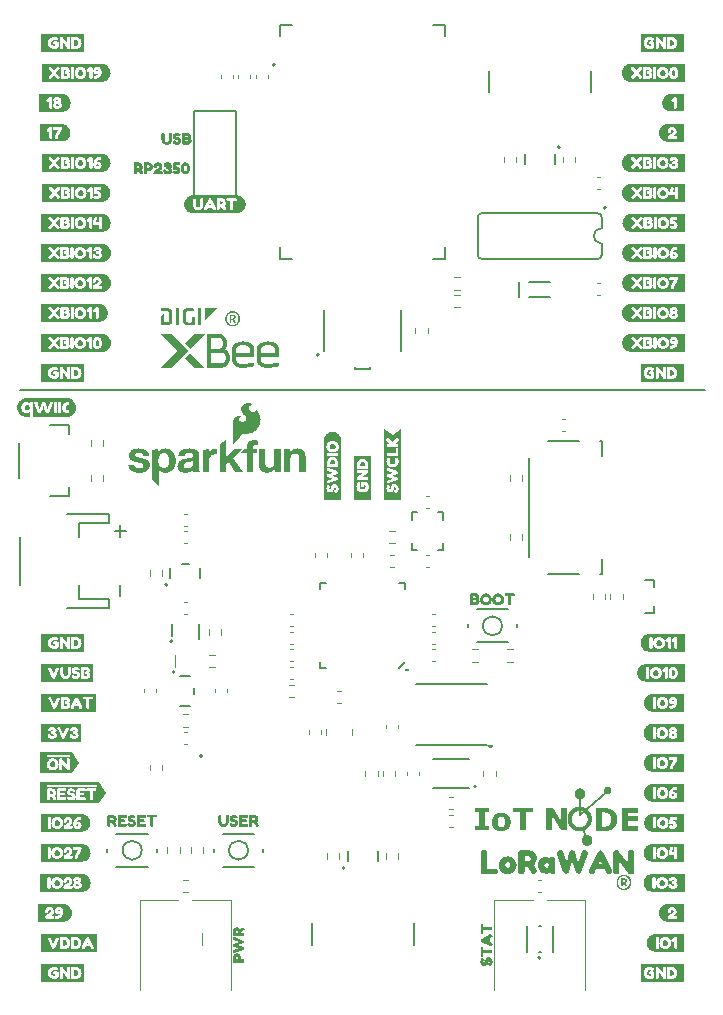
<source format=gto>
%TF.GenerationSoftware,KiCad,Pcbnew,8.0.3*%
%TF.CreationDate,2024-07-24T15:17:42-06:00*%
%TF.ProjectId,SparkFun_IoT_Node_LoRaWAN,53706172-6b46-4756-9e5f-496f545f4e6f,v02*%
%TF.SameCoordinates,Original*%
%TF.FileFunction,Legend,Top*%
%TF.FilePolarity,Positive*%
%FSLAX46Y46*%
G04 Gerber Fmt 4.6, Leading zero omitted, Abs format (unit mm)*
G04 Created by KiCad (PCBNEW 8.0.3) date 2024-07-24 15:17:42*
%MOMM*%
%LPD*%
G01*
G04 APERTURE LIST*
%ADD10C,0.000000*%
%ADD11C,0.200000*%
%ADD12C,0.174953*%
%ADD13C,0.349908*%
%ADD14C,0.100000*%
%ADD15C,0.300000*%
%ADD16C,0.152400*%
%ADD17C,0.120000*%
%ADD18C,0.254000*%
%ADD19C,0.203200*%
%ADD20C,0.150000*%
%ADD21C,0.127000*%
%ADD22C,0.177800*%
G04 APERTURE END LIST*
D10*
G36*
X22167807Y-31382689D02*
G01*
X22192820Y-31384733D01*
X22217082Y-31388221D01*
X22240449Y-31393221D01*
X22262777Y-31399799D01*
X22283920Y-31408023D01*
X22294003Y-31412772D01*
X22303735Y-31417958D01*
X22313100Y-31423589D01*
X22322078Y-31429673D01*
X22330652Y-31436219D01*
X22338803Y-31443234D01*
X22346514Y-31450728D01*
X22353767Y-31458709D01*
X22360543Y-31467184D01*
X22366824Y-31476163D01*
X22372593Y-31485654D01*
X22377832Y-31495665D01*
X22382521Y-31506204D01*
X22386644Y-31517280D01*
X22390182Y-31528902D01*
X22393118Y-31541077D01*
X22395432Y-31553814D01*
X22397108Y-31567121D01*
X22398126Y-31581007D01*
X22398470Y-31595481D01*
X22397899Y-31610217D01*
X22396211Y-31624810D01*
X22393445Y-31639192D01*
X22389640Y-31653296D01*
X22384834Y-31667052D01*
X22379066Y-31680395D01*
X22372375Y-31693255D01*
X22364798Y-31705566D01*
X22356375Y-31717259D01*
X22347144Y-31728267D01*
X22337144Y-31738523D01*
X22326413Y-31747958D01*
X22314990Y-31756505D01*
X22302914Y-31764095D01*
X22290223Y-31770662D01*
X22283659Y-31773541D01*
X22276956Y-31776138D01*
X22428040Y-32048737D01*
X22276956Y-32048737D01*
X22161899Y-31818795D01*
X22027298Y-31818795D01*
X22027298Y-32048737D01*
X21892697Y-32048737D01*
X21892698Y-31713765D01*
X21892699Y-31493682D01*
X22027298Y-31493682D01*
X22027298Y-31713765D01*
X22112612Y-31713765D01*
X22128846Y-31713305D01*
X22144200Y-31711930D01*
X22158652Y-31709650D01*
X22172177Y-31706476D01*
X22178586Y-31704556D01*
X22184754Y-31702416D01*
X22190679Y-31700058D01*
X22196359Y-31697481D01*
X22201789Y-31694688D01*
X22206968Y-31691680D01*
X22211892Y-31688458D01*
X22216559Y-31685023D01*
X22220965Y-31681376D01*
X22225108Y-31677519D01*
X22228985Y-31673453D01*
X22232592Y-31669179D01*
X22235928Y-31664698D01*
X22238989Y-31660012D01*
X22241772Y-31655121D01*
X22244274Y-31650027D01*
X22246493Y-31644731D01*
X22248426Y-31639235D01*
X22250069Y-31633539D01*
X22251420Y-31627645D01*
X22252475Y-31621554D01*
X22253233Y-31615266D01*
X22253690Y-31608785D01*
X22253842Y-31602110D01*
X22253736Y-31596012D01*
X22253414Y-31590053D01*
X22252871Y-31584237D01*
X22252102Y-31578567D01*
X22251102Y-31573047D01*
X22249868Y-31567680D01*
X22248393Y-31562471D01*
X22246673Y-31557421D01*
X22244702Y-31552536D01*
X22242478Y-31547818D01*
X22239993Y-31543271D01*
X22237244Y-31538900D01*
X22234226Y-31534706D01*
X22230933Y-31530695D01*
X22227362Y-31526869D01*
X22223506Y-31523232D01*
X22219362Y-31519788D01*
X22214924Y-31516540D01*
X22210187Y-31513492D01*
X22205147Y-31510647D01*
X22199799Y-31508010D01*
X22194138Y-31505583D01*
X22188159Y-31503370D01*
X22181857Y-31501375D01*
X22175228Y-31499601D01*
X22168266Y-31498052D01*
X22160967Y-31496732D01*
X22153326Y-31495644D01*
X22145337Y-31494791D01*
X22136997Y-31494177D01*
X22128300Y-31493806D01*
X22119241Y-31493682D01*
X22027298Y-31493682D01*
X21892699Y-31493682D01*
X21892699Y-31382023D01*
X22142187Y-31382023D01*
X22167807Y-31382689D01*
G37*
G36*
X22160934Y-31077390D02*
G01*
X22192364Y-31079670D01*
X22223349Y-31083436D01*
X22253850Y-31088665D01*
X22283827Y-31095330D01*
X22313239Y-31103405D01*
X22342048Y-31112864D01*
X22370214Y-31123682D01*
X22397696Y-31135833D01*
X22424456Y-31149290D01*
X22450453Y-31164028D01*
X22475648Y-31180021D01*
X22500000Y-31197244D01*
X22523472Y-31215669D01*
X22546021Y-31235273D01*
X22567610Y-31256027D01*
X22588198Y-31277908D01*
X22607746Y-31300888D01*
X22626213Y-31324943D01*
X22643561Y-31350045D01*
X22659748Y-31376170D01*
X22674737Y-31403292D01*
X22688486Y-31431384D01*
X22700957Y-31460420D01*
X22712109Y-31490376D01*
X22721904Y-31521225D01*
X22730300Y-31552941D01*
X22737259Y-31585498D01*
X22742740Y-31618870D01*
X22746705Y-31653032D01*
X22749113Y-31687958D01*
X22749924Y-31723622D01*
X22749113Y-31759286D01*
X22746705Y-31794211D01*
X22742740Y-31828373D01*
X22737259Y-31861746D01*
X22730300Y-31894303D01*
X22721904Y-31926019D01*
X22712109Y-31956867D01*
X22700957Y-31986823D01*
X22688486Y-32015859D01*
X22674737Y-32043951D01*
X22659748Y-32071073D01*
X22643561Y-32097198D01*
X22626213Y-32122300D01*
X22607746Y-32146355D01*
X22588198Y-32169335D01*
X22567610Y-32191216D01*
X22546021Y-32211971D01*
X22523472Y-32231574D01*
X22500000Y-32250000D01*
X22475648Y-32267222D01*
X22450453Y-32283216D01*
X22424456Y-32297954D01*
X22397696Y-32311411D01*
X22370214Y-32323562D01*
X22342048Y-32334379D01*
X22313239Y-32343839D01*
X22283827Y-32351914D01*
X22253850Y-32358579D01*
X22223349Y-32363808D01*
X22192364Y-32367574D01*
X22160934Y-32369854D01*
X22129098Y-32370619D01*
X22097572Y-32369854D01*
X22066431Y-32367574D01*
X22035716Y-32363808D01*
X22005468Y-32358579D01*
X21975727Y-32351914D01*
X21946533Y-32343839D01*
X21917926Y-32334379D01*
X21889947Y-32323562D01*
X21862637Y-32311411D01*
X21836035Y-32297954D01*
X21810182Y-32283216D01*
X21785118Y-32267222D01*
X21760883Y-32250000D01*
X21737519Y-32231574D01*
X21715064Y-32211971D01*
X21693560Y-32191216D01*
X21673047Y-32169335D01*
X21653565Y-32146355D01*
X21635154Y-32122300D01*
X21617856Y-32097198D01*
X21601709Y-32071073D01*
X21586755Y-32043951D01*
X21573034Y-32015859D01*
X21560585Y-31986823D01*
X21549451Y-31956867D01*
X21539670Y-31926019D01*
X21531283Y-31894303D01*
X21524331Y-31861746D01*
X21518853Y-31828373D01*
X21514890Y-31794211D01*
X21512483Y-31759286D01*
X21511672Y-31723622D01*
X21643043Y-31723622D01*
X21643655Y-31752582D01*
X21645471Y-31780944D01*
X21648467Y-31808686D01*
X21652615Y-31835787D01*
X21657889Y-31862227D01*
X21664262Y-31887984D01*
X21671708Y-31913037D01*
X21680201Y-31937365D01*
X21689713Y-31960948D01*
X21700219Y-31983763D01*
X21711692Y-32005791D01*
X21724106Y-32027010D01*
X21737433Y-32047399D01*
X21751648Y-32066936D01*
X21766724Y-32085602D01*
X21782635Y-32103374D01*
X21799354Y-32120233D01*
X21816854Y-32136156D01*
X21835109Y-32151123D01*
X21854094Y-32165113D01*
X21873780Y-32178104D01*
X21894142Y-32190076D01*
X21915153Y-32201008D01*
X21936787Y-32210879D01*
X21959017Y-32219666D01*
X21981817Y-32227351D01*
X22005160Y-32233911D01*
X22029020Y-32239325D01*
X22053370Y-32243573D01*
X22078184Y-32246633D01*
X22103436Y-32248485D01*
X22129098Y-32249107D01*
X22154770Y-32248485D01*
X22180050Y-32246633D01*
X22204910Y-32243573D01*
X22229322Y-32239325D01*
X22253259Y-32233911D01*
X22276693Y-32227351D01*
X22299596Y-32219666D01*
X22321940Y-32210879D01*
X22343698Y-32201008D01*
X22364842Y-32190076D01*
X22385345Y-32178104D01*
X22405178Y-32165113D01*
X22424314Y-32151123D01*
X22442725Y-32136156D01*
X22460383Y-32120233D01*
X22477261Y-32103374D01*
X22493331Y-32085602D01*
X22508565Y-32066936D01*
X22522935Y-32047399D01*
X22536414Y-32027010D01*
X22548974Y-32005791D01*
X22560588Y-31983763D01*
X22571227Y-31960948D01*
X22580864Y-31937365D01*
X22589471Y-31913037D01*
X22597020Y-31887984D01*
X22603484Y-31862227D01*
X22608835Y-31835787D01*
X22613045Y-31808686D01*
X22616086Y-31780944D01*
X22617932Y-31752582D01*
X22618553Y-31723622D01*
X22617932Y-31694936D01*
X22616086Y-31666794D01*
X22613045Y-31639220D01*
X22608835Y-31612237D01*
X22603484Y-31585871D01*
X22597020Y-31560145D01*
X22589471Y-31535083D01*
X22580864Y-31510709D01*
X22571227Y-31487048D01*
X22560588Y-31464123D01*
X22548975Y-31441958D01*
X22536415Y-31420577D01*
X22522936Y-31400005D01*
X22508565Y-31380266D01*
X22493331Y-31361383D01*
X22477262Y-31343380D01*
X22460384Y-31326283D01*
X22442725Y-31310114D01*
X22424315Y-31294898D01*
X22405179Y-31280659D01*
X22385346Y-31267420D01*
X22364843Y-31255207D01*
X22343699Y-31244043D01*
X22321941Y-31233951D01*
X22299597Y-31224957D01*
X22276693Y-31217084D01*
X22253260Y-31210356D01*
X22229323Y-31204798D01*
X22204910Y-31200433D01*
X22180050Y-31197285D01*
X22154770Y-31195379D01*
X22129098Y-31194738D01*
X22103436Y-31195379D01*
X22078184Y-31197285D01*
X22053370Y-31200433D01*
X22029020Y-31204798D01*
X22005160Y-31210356D01*
X21981817Y-31217084D01*
X21959017Y-31224957D01*
X21936787Y-31233951D01*
X21915153Y-31244043D01*
X21894142Y-31255207D01*
X21873780Y-31267420D01*
X21854094Y-31280659D01*
X21835109Y-31294898D01*
X21816854Y-31310114D01*
X21799354Y-31326283D01*
X21782635Y-31343380D01*
X21766724Y-31361383D01*
X21751648Y-31380266D01*
X21737433Y-31400005D01*
X21724106Y-31420577D01*
X21711692Y-31441958D01*
X21700219Y-31464123D01*
X21689713Y-31487048D01*
X21680201Y-31510709D01*
X21671708Y-31535083D01*
X21664262Y-31560145D01*
X21657889Y-31585871D01*
X21652615Y-31612237D01*
X21648467Y-31639220D01*
X21645471Y-31666794D01*
X21643655Y-31694936D01*
X21643043Y-31723622D01*
X21511672Y-31723622D01*
X21512483Y-31687958D01*
X21514890Y-31653032D01*
X21518853Y-31618870D01*
X21524331Y-31585498D01*
X21531283Y-31552941D01*
X21539670Y-31521225D01*
X21549451Y-31490376D01*
X21560586Y-31460420D01*
X21573034Y-31431384D01*
X21586755Y-31403292D01*
X21601710Y-31376170D01*
X21617856Y-31350045D01*
X21635155Y-31324943D01*
X21653566Y-31300888D01*
X21673048Y-31277908D01*
X21693561Y-31256027D01*
X21715065Y-31235273D01*
X21737519Y-31215669D01*
X21760884Y-31197244D01*
X21785119Y-31180021D01*
X21810183Y-31164028D01*
X21836036Y-31149290D01*
X21862638Y-31135833D01*
X21889948Y-31123682D01*
X21917927Y-31112864D01*
X21946533Y-31103405D01*
X21975727Y-31095330D01*
X22005468Y-31088665D01*
X22035716Y-31083436D01*
X22066431Y-31079670D01*
X22097572Y-31077390D01*
X22129098Y-31076625D01*
X22160934Y-31077390D01*
G37*
G36*
X-13297120Y15896143D02*
G01*
X-13297120Y16889841D01*
X-12303393Y16889841D01*
X-13297120Y15896143D01*
G37*
G36*
X20772442Y-23622147D02*
G01*
X20788809Y-23623392D01*
X20804938Y-23625442D01*
X20820808Y-23628276D01*
X20836400Y-23631875D01*
X20851693Y-23636218D01*
X20866668Y-23641285D01*
X20881302Y-23647055D01*
X20895578Y-23653509D01*
X20909473Y-23660627D01*
X20922969Y-23668387D01*
X20936044Y-23676770D01*
X20948679Y-23685756D01*
X20960853Y-23695323D01*
X20972547Y-23705453D01*
X20983739Y-23716125D01*
X20994409Y-23727317D01*
X21004538Y-23739012D01*
X21014105Y-23751187D01*
X21023089Y-23763822D01*
X21031472Y-23776899D01*
X21039231Y-23790395D01*
X21046348Y-23804291D01*
X21052801Y-23818567D01*
X21058571Y-23833203D01*
X21063638Y-23848178D01*
X21067980Y-23863471D01*
X21071578Y-23879064D01*
X21074412Y-23894934D01*
X21076462Y-23911063D01*
X21077706Y-23927430D01*
X21078125Y-23944015D01*
X21077706Y-23960599D01*
X21076462Y-23976966D01*
X21074412Y-23993095D01*
X21071578Y-24008966D01*
X21067980Y-24024559D01*
X21063637Y-24039852D01*
X21058571Y-24054827D01*
X21052801Y-24069462D01*
X21046348Y-24083738D01*
X21039231Y-24097635D01*
X21031471Y-24111131D01*
X21023089Y-24124207D01*
X21014104Y-24136843D01*
X21004537Y-24149018D01*
X20994409Y-24160712D01*
X20983738Y-24171905D01*
X20972546Y-24182577D01*
X20960853Y-24192706D01*
X20948679Y-24202274D01*
X20936044Y-24211260D01*
X20922968Y-24219643D01*
X20909473Y-24227403D01*
X20895577Y-24234520D01*
X20881302Y-24240975D01*
X20866667Y-24246745D01*
X20851693Y-24251812D01*
X20836399Y-24256155D01*
X20820807Y-24259754D01*
X20804937Y-24262588D01*
X20788808Y-24264638D01*
X20772441Y-24265882D01*
X20755857Y-24266302D01*
X20739272Y-24265882D01*
X20722905Y-24264638D01*
X20706776Y-24262588D01*
X20690906Y-24259754D01*
X20675313Y-24256155D01*
X20660020Y-24251812D01*
X20645045Y-24246745D01*
X20630410Y-24240975D01*
X20616134Y-24234520D01*
X20602237Y-24227403D01*
X20588741Y-24219643D01*
X20575665Y-24211260D01*
X20563029Y-24202274D01*
X20550854Y-24192706D01*
X20539160Y-24182577D01*
X20527967Y-24171905D01*
X20517296Y-24160712D01*
X20507166Y-24149018D01*
X20497598Y-24136843D01*
X20488613Y-24124207D01*
X20480229Y-24111131D01*
X20472469Y-24097635D01*
X20465352Y-24083738D01*
X20458898Y-24069462D01*
X20453127Y-24054827D01*
X20448060Y-24039852D01*
X20443717Y-24024559D01*
X20440118Y-24008966D01*
X20437284Y-23993095D01*
X20435234Y-23976966D01*
X20433990Y-23960599D01*
X20433570Y-23944015D01*
X20433990Y-23927430D01*
X20435234Y-23911063D01*
X20437284Y-23894934D01*
X20440118Y-23879064D01*
X20443717Y-23863471D01*
X20448060Y-23848178D01*
X20453127Y-23833203D01*
X20458898Y-23818567D01*
X20465352Y-23804291D01*
X20472469Y-23790395D01*
X20480230Y-23776899D01*
X20488613Y-23763822D01*
X20497598Y-23751187D01*
X20507166Y-23739012D01*
X20517296Y-23727317D01*
X20527967Y-23716125D01*
X20539160Y-23705453D01*
X20550854Y-23695323D01*
X20563029Y-23685756D01*
X20575665Y-23676770D01*
X20588741Y-23668387D01*
X20602238Y-23660627D01*
X20616134Y-23653509D01*
X20630410Y-23647055D01*
X20645046Y-23641285D01*
X20660020Y-23636218D01*
X20675314Y-23631875D01*
X20690906Y-23628276D01*
X20706777Y-23625442D01*
X20722906Y-23623392D01*
X20739273Y-23622147D01*
X20755858Y-23621728D01*
X20772442Y-23622147D01*
G37*
G36*
X23345342Y-25805057D02*
G01*
X22445395Y-25805057D01*
X22445395Y-26137843D01*
X23280598Y-26137843D01*
X23280598Y-26510771D01*
X22445395Y-26510771D01*
X22445395Y-26987290D01*
X23345342Y-26987290D01*
X23345342Y-27360218D01*
X21950747Y-27360218D01*
X21950747Y-25432129D01*
X23345342Y-25432129D01*
X23345342Y-25805057D01*
G37*
D11*
X-21000000Y-2000000D02*
X-20000000Y-2000000D01*
D10*
G36*
X16841678Y-26499827D02*
G01*
X16841678Y-25395287D01*
X17297479Y-25395287D01*
X17297478Y-27323376D01*
X16818369Y-27323376D01*
X16000000Y-26000000D01*
X16000000Y-27323376D01*
X15544199Y-27323376D01*
X15544199Y-25395287D01*
X16138553Y-25395287D01*
X16841678Y-26499827D01*
G37*
D11*
X-20500000Y-2500000D02*
X-20500000Y-1500000D01*
D10*
G36*
X19030007Y-27701515D02*
G01*
X19053389Y-27703293D01*
X19076431Y-27706221D01*
X19099103Y-27710270D01*
X19121378Y-27715412D01*
X19143226Y-27721616D01*
X19164618Y-27728854D01*
X19185525Y-27737098D01*
X19205919Y-27746319D01*
X19225771Y-27756486D01*
X19245051Y-27767573D01*
X19263730Y-27779548D01*
X19281781Y-27792385D01*
X19299173Y-27806053D01*
X19315878Y-27820524D01*
X19331867Y-27835769D01*
X19347111Y-27851759D01*
X19361581Y-27868465D01*
X19375249Y-27885858D01*
X19388085Y-27903910D01*
X19400060Y-27922590D01*
X19411145Y-27941871D01*
X19421312Y-27961723D01*
X19430532Y-27982118D01*
X19438775Y-28003026D01*
X19446013Y-28024419D01*
X19452217Y-28046267D01*
X19457357Y-28068542D01*
X19461406Y-28091215D01*
X19464334Y-28114257D01*
X19466111Y-28137639D01*
X19466710Y-28161332D01*
X19466111Y-28185023D01*
X19464334Y-28208403D01*
X19461406Y-28231443D01*
X19457357Y-28254115D01*
X19452217Y-28276389D01*
X19446013Y-28298236D01*
X19438775Y-28319627D01*
X19430532Y-28340535D01*
X19421312Y-28360928D01*
X19411145Y-28380780D01*
X19400060Y-28400060D01*
X19388085Y-28418739D01*
X19375249Y-28436790D01*
X19361581Y-28454182D01*
X19347111Y-28470888D01*
X19331867Y-28486877D01*
X19315878Y-28502122D01*
X19299173Y-28516593D01*
X19281781Y-28530261D01*
X19263730Y-28543097D01*
X19245051Y-28555073D01*
X19225771Y-28566159D01*
X19205919Y-28576326D01*
X19185525Y-28585546D01*
X19164618Y-28593790D01*
X19143226Y-28601029D01*
X19121378Y-28607233D01*
X19099103Y-28612374D01*
X19076431Y-28616423D01*
X19053389Y-28619351D01*
X19030007Y-28621129D01*
X19006315Y-28621728D01*
X18982622Y-28621129D01*
X18959240Y-28619351D01*
X18936198Y-28616423D01*
X18913525Y-28612374D01*
X18891250Y-28607233D01*
X18869401Y-28601029D01*
X18848008Y-28593790D01*
X18827100Y-28585546D01*
X18806706Y-28576326D01*
X18786853Y-28566159D01*
X18767572Y-28555073D01*
X18748892Y-28543097D01*
X18730841Y-28530261D01*
X18713448Y-28516593D01*
X18696742Y-28502122D01*
X18680752Y-28486877D01*
X18665507Y-28470888D01*
X18651036Y-28454182D01*
X18637367Y-28436790D01*
X18624531Y-28418739D01*
X18612555Y-28400060D01*
X18601469Y-28380780D01*
X18591301Y-28360928D01*
X18582081Y-28340535D01*
X18573837Y-28319627D01*
X18566598Y-28298236D01*
X18560394Y-28276389D01*
X18555253Y-28254115D01*
X18551204Y-28231443D01*
X18548276Y-28208403D01*
X18546498Y-28185023D01*
X18545899Y-28161332D01*
X18546498Y-28137639D01*
X18548276Y-28114257D01*
X18551204Y-28091215D01*
X18555253Y-28068542D01*
X18560394Y-28046267D01*
X18566598Y-28024419D01*
X18573837Y-28003026D01*
X18582081Y-27982118D01*
X18591301Y-27961723D01*
X18601469Y-27941871D01*
X18612555Y-27922590D01*
X18624531Y-27903910D01*
X18637367Y-27885858D01*
X18651036Y-27868465D01*
X18665507Y-27851759D01*
X18680752Y-27835769D01*
X18696742Y-27820524D01*
X18713448Y-27806053D01*
X18730841Y-27792385D01*
X18748892Y-27779548D01*
X18767572Y-27767573D01*
X18786853Y-27756486D01*
X18806706Y-27746319D01*
X18827100Y-27737098D01*
X18848008Y-27728854D01*
X18869401Y-27721616D01*
X18891250Y-27715412D01*
X18913525Y-27710270D01*
X18936198Y-27706221D01*
X18959240Y-27703293D01*
X18982622Y-27701515D01*
X19006315Y-27700916D01*
X19030007Y-27701515D01*
G37*
G36*
X-13653420Y15457627D02*
G01*
X-13923729Y15457627D01*
X-13923729Y16886215D01*
X-13653420Y16886215D01*
X-13653420Y15457627D01*
G37*
G36*
X-14573023Y13471711D02*
G01*
X-15038422Y13937133D01*
X-14251028Y14724515D01*
X-13320246Y14724515D01*
X-14573023Y13471711D01*
G37*
D12*
X18684028Y-27240520D02*
X19024738Y-28161332D01*
X18380164Y-26004445D02*
X18380164Y-24220253D01*
D10*
G36*
X-10969864Y16646232D02*
G01*
X-10938434Y16643952D01*
X-10907449Y16640186D01*
X-10876948Y16634957D01*
X-10846971Y16628292D01*
X-10817559Y16620217D01*
X-10788750Y16610758D01*
X-10760584Y16599940D01*
X-10733102Y16587789D01*
X-10706342Y16574332D01*
X-10680345Y16559594D01*
X-10655150Y16543601D01*
X-10630798Y16526378D01*
X-10607326Y16507953D01*
X-10584777Y16488349D01*
X-10563188Y16467595D01*
X-10542600Y16445714D01*
X-10523052Y16422734D01*
X-10504585Y16398679D01*
X-10487237Y16373577D01*
X-10471050Y16347452D01*
X-10456061Y16320330D01*
X-10442312Y16292238D01*
X-10429841Y16263202D01*
X-10418689Y16233246D01*
X-10408894Y16202397D01*
X-10400498Y16170681D01*
X-10393539Y16138124D01*
X-10388058Y16104752D01*
X-10384093Y16070590D01*
X-10381685Y16035664D01*
X-10380874Y16000000D01*
X-10381685Y15964336D01*
X-10384093Y15929411D01*
X-10388058Y15895249D01*
X-10393539Y15861876D01*
X-10400498Y15829319D01*
X-10408894Y15797603D01*
X-10418689Y15766755D01*
X-10429841Y15736799D01*
X-10442312Y15707763D01*
X-10456061Y15679671D01*
X-10471050Y15652549D01*
X-10487237Y15626424D01*
X-10504585Y15601322D01*
X-10523052Y15577267D01*
X-10542600Y15554287D01*
X-10563188Y15532406D01*
X-10584777Y15511651D01*
X-10607326Y15492048D01*
X-10630798Y15473622D01*
X-10655150Y15456400D01*
X-10680345Y15440406D01*
X-10706342Y15425668D01*
X-10733102Y15412211D01*
X-10760584Y15400060D01*
X-10788750Y15389243D01*
X-10817559Y15379783D01*
X-10846971Y15371708D01*
X-10876948Y15365043D01*
X-10907449Y15359814D01*
X-10938434Y15356048D01*
X-10969864Y15353768D01*
X-11001700Y15353003D01*
X-11033226Y15353768D01*
X-11064367Y15356048D01*
X-11095082Y15359814D01*
X-11125330Y15365043D01*
X-11155071Y15371708D01*
X-11184265Y15379783D01*
X-11212872Y15389243D01*
X-11240851Y15400060D01*
X-11268161Y15412211D01*
X-11294763Y15425668D01*
X-11320616Y15440406D01*
X-11345680Y15456400D01*
X-11369915Y15473622D01*
X-11393279Y15492048D01*
X-11415734Y15511651D01*
X-11437238Y15532406D01*
X-11457751Y15554287D01*
X-11477233Y15577267D01*
X-11495644Y15601322D01*
X-11512942Y15626424D01*
X-11529089Y15652549D01*
X-11544043Y15679671D01*
X-11557764Y15707763D01*
X-11570213Y15736799D01*
X-11581347Y15766755D01*
X-11591128Y15797603D01*
X-11599515Y15829319D01*
X-11606467Y15861876D01*
X-11611945Y15895249D01*
X-11615908Y15929411D01*
X-11618315Y15964336D01*
X-11619126Y16000000D01*
X-11487755Y16000000D01*
X-11487143Y15971040D01*
X-11485327Y15942678D01*
X-11482331Y15914936D01*
X-11478183Y15887835D01*
X-11472909Y15861395D01*
X-11466536Y15835638D01*
X-11459090Y15810585D01*
X-11450597Y15786257D01*
X-11441085Y15762674D01*
X-11430579Y15739859D01*
X-11419106Y15717831D01*
X-11406692Y15696612D01*
X-11393365Y15676223D01*
X-11379150Y15656686D01*
X-11364074Y15638020D01*
X-11348163Y15620248D01*
X-11331444Y15603389D01*
X-11313944Y15587466D01*
X-11295689Y15572499D01*
X-11276704Y15558509D01*
X-11257018Y15545518D01*
X-11236656Y15533546D01*
X-11215645Y15522614D01*
X-11194011Y15512743D01*
X-11171781Y15503956D01*
X-11148981Y15496271D01*
X-11125638Y15489711D01*
X-11101778Y15484297D01*
X-11077428Y15480049D01*
X-11052614Y15476989D01*
X-11027362Y15475137D01*
X-11001700Y15474515D01*
X-10976028Y15475137D01*
X-10950748Y15476989D01*
X-10925888Y15480049D01*
X-10901476Y15484297D01*
X-10877539Y15489711D01*
X-10854105Y15496271D01*
X-10831202Y15503956D01*
X-10808858Y15512743D01*
X-10787100Y15522614D01*
X-10765956Y15533546D01*
X-10745453Y15545518D01*
X-10725620Y15558509D01*
X-10706484Y15572499D01*
X-10688073Y15587466D01*
X-10670415Y15603389D01*
X-10653537Y15620248D01*
X-10637467Y15638020D01*
X-10622233Y15656686D01*
X-10607863Y15676223D01*
X-10594384Y15696612D01*
X-10581824Y15717831D01*
X-10570210Y15739859D01*
X-10559571Y15762674D01*
X-10549934Y15786257D01*
X-10541327Y15810585D01*
X-10533778Y15835638D01*
X-10527314Y15861395D01*
X-10521963Y15887835D01*
X-10517753Y15914936D01*
X-10514712Y15942678D01*
X-10512866Y15971040D01*
X-10512245Y16000000D01*
X-10512866Y16028686D01*
X-10514712Y16056828D01*
X-10517753Y16084402D01*
X-10521963Y16111385D01*
X-10527314Y16137751D01*
X-10533778Y16163477D01*
X-10541327Y16188539D01*
X-10549934Y16212913D01*
X-10559571Y16236574D01*
X-10570210Y16259499D01*
X-10581823Y16281664D01*
X-10594383Y16303045D01*
X-10607862Y16323617D01*
X-10622233Y16343356D01*
X-10637467Y16362239D01*
X-10653536Y16380242D01*
X-10670414Y16397339D01*
X-10688073Y16413508D01*
X-10706483Y16428724D01*
X-10725619Y16442963D01*
X-10745452Y16456202D01*
X-10765955Y16468415D01*
X-10787099Y16479579D01*
X-10808857Y16489671D01*
X-10831201Y16498665D01*
X-10854105Y16506538D01*
X-10877538Y16513266D01*
X-10901475Y16518824D01*
X-10925888Y16523189D01*
X-10950748Y16526337D01*
X-10976028Y16528243D01*
X-11001700Y16528884D01*
X-11027362Y16528243D01*
X-11052614Y16526337D01*
X-11077428Y16523189D01*
X-11101778Y16518824D01*
X-11125638Y16513266D01*
X-11148981Y16506538D01*
X-11171781Y16498665D01*
X-11194011Y16489671D01*
X-11215645Y16479579D01*
X-11236656Y16468415D01*
X-11257018Y16456202D01*
X-11276704Y16442963D01*
X-11295689Y16428724D01*
X-11313944Y16413508D01*
X-11331444Y16397339D01*
X-11348163Y16380242D01*
X-11364074Y16362239D01*
X-11379150Y16343356D01*
X-11393365Y16323617D01*
X-11406692Y16303045D01*
X-11419106Y16281664D01*
X-11430579Y16259499D01*
X-11441085Y16236574D01*
X-11450597Y16212913D01*
X-11459090Y16188539D01*
X-11466536Y16163477D01*
X-11472909Y16137751D01*
X-11478183Y16111385D01*
X-11482331Y16084402D01*
X-11485327Y16056828D01*
X-11487143Y16028686D01*
X-11487755Y16000000D01*
X-11619126Y16000000D01*
X-11618315Y16035664D01*
X-11615908Y16070590D01*
X-11611945Y16104752D01*
X-11606467Y16138124D01*
X-11599515Y16170681D01*
X-11591128Y16202397D01*
X-11581347Y16233246D01*
X-11570212Y16263202D01*
X-11557764Y16292238D01*
X-11544043Y16320330D01*
X-11529088Y16347452D01*
X-11512942Y16373577D01*
X-11495643Y16398679D01*
X-11477232Y16422734D01*
X-11457750Y16445714D01*
X-11437237Y16467595D01*
X-11415733Y16488349D01*
X-11393279Y16507953D01*
X-11369914Y16526378D01*
X-11345679Y16543601D01*
X-11320615Y16559594D01*
X-11294762Y16574332D01*
X-11268160Y16587789D01*
X-11240850Y16599940D01*
X-11212871Y16610758D01*
X-11184265Y16620217D01*
X-11155071Y16628292D01*
X-11125330Y16634957D01*
X-11095082Y16640186D01*
X-11064367Y16643952D01*
X-11033226Y16646232D01*
X-11001700Y16646997D01*
X-10969864Y16646232D01*
G37*
G36*
X14413180Y-25768215D02*
G01*
X13811056Y-25768215D01*
X13811056Y-27323376D01*
X13313820Y-27323376D01*
X13313820Y-25768215D01*
X12711696Y-25768215D01*
X12711696Y-25395287D01*
X14413179Y-25395287D01*
X14413180Y-25768215D01*
G37*
D13*
X18424231Y-25492113D02*
X18467719Y-25495485D01*
X18510576Y-25501039D01*
X18552746Y-25508719D01*
X18594177Y-25518470D01*
X18634814Y-25530238D01*
X18674603Y-25543968D01*
X18713492Y-25559604D01*
X18751425Y-25577093D01*
X18788349Y-25596379D01*
X18824211Y-25617406D01*
X18858956Y-25640122D01*
X18892531Y-25664469D01*
X18924882Y-25690395D01*
X18955954Y-25717843D01*
X18985695Y-25746759D01*
X19014051Y-25777088D01*
X19040967Y-25808776D01*
X19066390Y-25841766D01*
X19090266Y-25876005D01*
X19112541Y-25911438D01*
X19133161Y-25948009D01*
X19152073Y-25985664D01*
X19169223Y-26024348D01*
X19184556Y-26064006D01*
X19198020Y-26104584D01*
X19209560Y-26146025D01*
X19219122Y-26188277D01*
X19226654Y-26231282D01*
X19232100Y-26274988D01*
X19235407Y-26319338D01*
X19236521Y-26364279D01*
X19235407Y-26409219D01*
X19232100Y-26453570D01*
X19226654Y-26497276D01*
X19219122Y-26540282D01*
X19209560Y-26582534D01*
X19198020Y-26623976D01*
X19184556Y-26664554D01*
X19169223Y-26704212D01*
X19152073Y-26742897D01*
X19133161Y-26780553D01*
X19112541Y-26817125D01*
X19090266Y-26852559D01*
X19066390Y-26886798D01*
X19040967Y-26919790D01*
X19014051Y-26951478D01*
X18985695Y-26981808D01*
X18955954Y-27010725D01*
X18924882Y-27038174D01*
X18892531Y-27064100D01*
X18858956Y-27088449D01*
X18824211Y-27111165D01*
X18788349Y-27132194D01*
X18751425Y-27151480D01*
X18713492Y-27168969D01*
X18674603Y-27184607D01*
X18634814Y-27198337D01*
X18594177Y-27210105D01*
X18552746Y-27219857D01*
X18510576Y-27227537D01*
X18467719Y-27233091D01*
X18424231Y-27236464D01*
X18380164Y-27237600D01*
X18336095Y-27236464D01*
X18292605Y-27233091D01*
X18249747Y-27227537D01*
X18207576Y-27219857D01*
X18166144Y-27210105D01*
X18125506Y-27198337D01*
X18085716Y-27184607D01*
X18046827Y-27168969D01*
X18008894Y-27151480D01*
X17971969Y-27132194D01*
X17936108Y-27111165D01*
X17901363Y-27088449D01*
X17867788Y-27064100D01*
X17835437Y-27038174D01*
X17804365Y-27010725D01*
X17774624Y-26981808D01*
X17746269Y-26951478D01*
X17719354Y-26919790D01*
X17693931Y-26886798D01*
X17670056Y-26852559D01*
X17647782Y-26817125D01*
X17627162Y-26780553D01*
X17608250Y-26742897D01*
X17591101Y-26704212D01*
X17575768Y-26664554D01*
X17562305Y-26623976D01*
X17550765Y-26582534D01*
X17541203Y-26540282D01*
X17533672Y-26497276D01*
X17528227Y-26453570D01*
X17524920Y-26409219D01*
X17523805Y-26364279D01*
X17524920Y-26319338D01*
X17528227Y-26274988D01*
X17533672Y-26231282D01*
X17541203Y-26188277D01*
X17550765Y-26146025D01*
X17562305Y-26104584D01*
X17575768Y-26064006D01*
X17591101Y-26024348D01*
X17608250Y-25985664D01*
X17627162Y-25948009D01*
X17647782Y-25911438D01*
X17670056Y-25876005D01*
X17693931Y-25841766D01*
X17719354Y-25808776D01*
X17746269Y-25777088D01*
X17774624Y-25746759D01*
X17804365Y-25717843D01*
X17835437Y-25690395D01*
X17867788Y-25664469D01*
X17901363Y-25640122D01*
X17936108Y-25617406D01*
X17971969Y-25596379D01*
X18008894Y-25577093D01*
X18046827Y-25559604D01*
X18085716Y-25543968D01*
X18125506Y-25530238D01*
X18166144Y-25518470D01*
X18207576Y-25508719D01*
X18249747Y-25501039D01*
X18292605Y-25495485D01*
X18336095Y-25492113D01*
X18380164Y-25490977D01*
X18424231Y-25492113D01*
D10*
G36*
X11795209Y-25824704D02*
G01*
X11840763Y-25827132D01*
X11884961Y-25831179D01*
X11927804Y-25836844D01*
X11969291Y-25844127D01*
X12009422Y-25853030D01*
X12048198Y-25863551D01*
X12085618Y-25875690D01*
X12121683Y-25889449D01*
X12156392Y-25904825D01*
X12189745Y-25921821D01*
X12221743Y-25940435D01*
X12252385Y-25960668D01*
X12281672Y-25982519D01*
X12309603Y-26005989D01*
X12336179Y-26031077D01*
X12361424Y-26057567D01*
X12385041Y-26085240D01*
X12407029Y-26114097D01*
X12427388Y-26144137D01*
X12446118Y-26175361D01*
X12463220Y-26207769D01*
X12478693Y-26241360D01*
X12492537Y-26276135D01*
X12504752Y-26312093D01*
X12515339Y-26349235D01*
X12524297Y-26387561D01*
X12531626Y-26427070D01*
X12537327Y-26467763D01*
X12541399Y-26509640D01*
X12543842Y-26552700D01*
X12544656Y-26596943D01*
X12543836Y-26641187D01*
X12541378Y-26684247D01*
X12537281Y-26726124D01*
X12531545Y-26766817D01*
X12524170Y-26806326D01*
X12515157Y-26844652D01*
X12504504Y-26881794D01*
X12492213Y-26917752D01*
X12478283Y-26952527D01*
X12462714Y-26986118D01*
X12445506Y-27018526D01*
X12426659Y-27049750D01*
X12406174Y-27079790D01*
X12384049Y-27108647D01*
X12360286Y-27136320D01*
X12334884Y-27162809D01*
X12308162Y-27187741D01*
X12280114Y-27211064D01*
X12250741Y-27232779D01*
X12220044Y-27252885D01*
X12188020Y-27271383D01*
X12154672Y-27288272D01*
X12119998Y-27303553D01*
X12083999Y-27317225D01*
X12046675Y-27329289D01*
X12008026Y-27339744D01*
X11968051Y-27348590D01*
X11926751Y-27355829D01*
X11884126Y-27361458D01*
X11840176Y-27365480D01*
X11794900Y-27367892D01*
X11748300Y-27368697D01*
X11701694Y-27367892D01*
X11656403Y-27365480D01*
X11612427Y-27361458D01*
X11569767Y-27355829D01*
X11528422Y-27348590D01*
X11488391Y-27339744D01*
X11449676Y-27329289D01*
X11412276Y-27317225D01*
X11376191Y-27303553D01*
X11341421Y-27288272D01*
X11307967Y-27271383D01*
X11275827Y-27252885D01*
X11245003Y-27232779D01*
X11215494Y-27211064D01*
X11187299Y-27187741D01*
X11160420Y-27162809D01*
X11135175Y-27136320D01*
X11111558Y-27108647D01*
X11089571Y-27079790D01*
X11069212Y-27049750D01*
X11050481Y-27018526D01*
X11033380Y-26986118D01*
X11017907Y-26952527D01*
X11004062Y-26917752D01*
X10991847Y-26881793D01*
X10981260Y-26844651D01*
X10972302Y-26806326D01*
X10964973Y-26766816D01*
X10959272Y-26726124D01*
X10955201Y-26684247D01*
X10952758Y-26641187D01*
X10951991Y-26599532D01*
X11434936Y-26599532D01*
X11435280Y-26628829D01*
X11436312Y-26657155D01*
X11438032Y-26684509D01*
X11440440Y-26710893D01*
X11443535Y-26736305D01*
X11447319Y-26760746D01*
X11451790Y-26784216D01*
X11456950Y-26806715D01*
X11459782Y-26817428D01*
X11462777Y-26827878D01*
X11465933Y-26838065D01*
X11469251Y-26847989D01*
X11472731Y-26857650D01*
X11476373Y-26867048D01*
X11480177Y-26876183D01*
X11484142Y-26885055D01*
X11488270Y-26893664D01*
X11492559Y-26902010D01*
X11497010Y-26910093D01*
X11501623Y-26917913D01*
X11506398Y-26925470D01*
X11511335Y-26932764D01*
X11516434Y-26939795D01*
X11521694Y-26946563D01*
X11526934Y-26952769D01*
X11532296Y-26958763D01*
X11537779Y-26964544D01*
X11543383Y-26970113D01*
X11549109Y-26975470D01*
X11554957Y-26980614D01*
X11560925Y-26985546D01*
X11567015Y-26990265D01*
X11573227Y-26994772D01*
X11579559Y-26999066D01*
X11586014Y-27003148D01*
X11592589Y-27007018D01*
X11599286Y-27010675D01*
X11606105Y-27014119D01*
X11613045Y-27017352D01*
X11620106Y-27020371D01*
X11627450Y-27023194D01*
X11634916Y-27025834D01*
X11642503Y-27028292D01*
X11650212Y-27030568D01*
X11658042Y-27032662D01*
X11665993Y-27034574D01*
X11674066Y-27036304D01*
X11682260Y-27037852D01*
X11690576Y-27039218D01*
X11699013Y-27040401D01*
X11707571Y-27041403D01*
X11716251Y-27042222D01*
X11725052Y-27042860D01*
X11733975Y-27043315D01*
X11743019Y-27043588D01*
X11752184Y-27043679D01*
X11767945Y-27043355D01*
X11783504Y-27042384D01*
X11791208Y-27041656D01*
X11798861Y-27040766D01*
X11806463Y-27039714D01*
X11814015Y-27038500D01*
X11821516Y-27037124D01*
X11828967Y-27035586D01*
X11836367Y-27033887D01*
X11843717Y-27032025D01*
X11851015Y-27030002D01*
X11858264Y-27027817D01*
X11865462Y-27025470D01*
X11872609Y-27022961D01*
X11879822Y-27020098D01*
X11886893Y-27017013D01*
X11893823Y-27013705D01*
X11900611Y-27010174D01*
X11907257Y-27006421D01*
X11913762Y-27002445D01*
X11920125Y-26998247D01*
X11926347Y-26993826D01*
X11932427Y-26989182D01*
X11938365Y-26984317D01*
X11944162Y-26979228D01*
X11949817Y-26973917D01*
X11955330Y-26968383D01*
X11960702Y-26962627D01*
X11965932Y-26956648D01*
X11971020Y-26950447D01*
X11971020Y-26950448D01*
X11976594Y-26943402D01*
X11981986Y-26936184D01*
X11987196Y-26928794D01*
X11992224Y-26921232D01*
X11997070Y-26913498D01*
X12001733Y-26905592D01*
X12006215Y-26897514D01*
X12010514Y-26889264D01*
X12014632Y-26880843D01*
X12018567Y-26872249D01*
X12022320Y-26863483D01*
X12025891Y-26854545D01*
X12029280Y-26845435D01*
X12032487Y-26836154D01*
X12035512Y-26826700D01*
X12038355Y-26817074D01*
X12041177Y-26806968D01*
X12043817Y-26796397D01*
X12046276Y-26785360D01*
X12048552Y-26773858D01*
X12050646Y-26761890D01*
X12052558Y-26749457D01*
X12055836Y-26723195D01*
X12058385Y-26695072D01*
X12060206Y-26665087D01*
X12061298Y-26633241D01*
X12061663Y-26599533D01*
X12061298Y-26568132D01*
X12060206Y-26538026D01*
X12058385Y-26509215D01*
X12055836Y-26481698D01*
X12052558Y-26455477D01*
X12048552Y-26430550D01*
X12043817Y-26406918D01*
X12038355Y-26384582D01*
X12035370Y-26373874D01*
X12032244Y-26363439D01*
X12028977Y-26353277D01*
X12025568Y-26343388D01*
X12022017Y-26333773D01*
X12018324Y-26324430D01*
X12014490Y-26315361D01*
X12010515Y-26306565D01*
X12006397Y-26298042D01*
X12002138Y-26289792D01*
X11997738Y-26281815D01*
X11993195Y-26274112D01*
X11988511Y-26266681D01*
X11983686Y-26259524D01*
X11978719Y-26252640D01*
X11973610Y-26246029D01*
X11968365Y-26239514D01*
X11962988Y-26233242D01*
X11957480Y-26227212D01*
X11951840Y-26221426D01*
X11946069Y-26215882D01*
X11940166Y-26210581D01*
X11934131Y-26205523D01*
X11927965Y-26200707D01*
X11921668Y-26196135D01*
X11915239Y-26191805D01*
X11908679Y-26187718D01*
X11901987Y-26183874D01*
X11895163Y-26180272D01*
X11888208Y-26176914D01*
X11881122Y-26173798D01*
X11873904Y-26170925D01*
X11866585Y-26168259D01*
X11859195Y-26165766D01*
X11851734Y-26163444D01*
X11844202Y-26161294D01*
X11836600Y-26159317D01*
X11828927Y-26157511D01*
X11821183Y-26155877D01*
X11813368Y-26154415D01*
X11805482Y-26153125D01*
X11797526Y-26152008D01*
X11789498Y-26151062D01*
X11781400Y-26150288D01*
X11773231Y-26149686D01*
X11764992Y-26149256D01*
X11756681Y-26148998D01*
X11748300Y-26148912D01*
X11731689Y-26149195D01*
X11715523Y-26150045D01*
X11699802Y-26151461D01*
X11684526Y-26153444D01*
X11669696Y-26155993D01*
X11655310Y-26159109D01*
X11641370Y-26162791D01*
X11627875Y-26167040D01*
X11621416Y-26169447D01*
X11614987Y-26172138D01*
X11608588Y-26175112D01*
X11602220Y-26178370D01*
X11595882Y-26181910D01*
X11589575Y-26185734D01*
X11583297Y-26189842D01*
X11577051Y-26194232D01*
X11570834Y-26198906D01*
X11564648Y-26203863D01*
X11558492Y-26209103D01*
X11552367Y-26214627D01*
X11546272Y-26220433D01*
X11540207Y-26226523D01*
X11534173Y-26232897D01*
X11528169Y-26239553D01*
X11522893Y-26246013D01*
X11517749Y-26252765D01*
X11512736Y-26259811D01*
X11507855Y-26267151D01*
X11503105Y-26274783D01*
X11498487Y-26282710D01*
X11494001Y-26290929D01*
X11489646Y-26299442D01*
X11485422Y-26308248D01*
X11481330Y-26317348D01*
X11477369Y-26326741D01*
X11473540Y-26336427D01*
X11469843Y-26346407D01*
X11466277Y-26356680D01*
X11462842Y-26367247D01*
X11459539Y-26378107D01*
X11456560Y-26389290D01*
X11453773Y-26400828D01*
X11448776Y-26424965D01*
X11444547Y-26450519D01*
X11441087Y-26477489D01*
X11438396Y-26505876D01*
X11436474Y-26535678D01*
X11435321Y-26566897D01*
X11434936Y-26599532D01*
X10951991Y-26599532D01*
X10951943Y-26596943D01*
X10952763Y-26552391D01*
X10955221Y-26509053D01*
X10959318Y-26466928D01*
X10965054Y-26426018D01*
X10972429Y-26386321D01*
X10981442Y-26347839D01*
X10992095Y-26310571D01*
X11004386Y-26274516D01*
X11018316Y-26239675D01*
X11033885Y-26206049D01*
X11051093Y-26173636D01*
X11069940Y-26142437D01*
X11090425Y-26112453D01*
X11112550Y-26083682D01*
X11136313Y-26056125D01*
X11161715Y-26029782D01*
X11188741Y-26004851D01*
X11217051Y-25981527D01*
X11246647Y-25959813D01*
X11277527Y-25939707D01*
X11309692Y-25921209D01*
X11343141Y-25904320D01*
X11377876Y-25889039D01*
X11413895Y-25875367D01*
X11451199Y-25863303D01*
X11489787Y-25852848D01*
X11529661Y-25844001D01*
X11570819Y-25836763D01*
X11613262Y-25831133D01*
X11656990Y-25827112D01*
X11702002Y-25824699D01*
X11748300Y-25823895D01*
X11795209Y-25824704D01*
G37*
G36*
X-10059150Y14080792D02*
G01*
X-10011674Y14078710D01*
X-9965042Y14075276D01*
X-9919302Y14070519D01*
X-9874504Y14064470D01*
X-9830694Y14057159D01*
X-9787922Y14048615D01*
X-9746236Y14038867D01*
X-9705684Y14027946D01*
X-9666314Y14015881D01*
X-9628175Y14002701D01*
X-9591315Y13988438D01*
X-9555782Y13973120D01*
X-9521624Y13956777D01*
X-9488891Y13939439D01*
X-9457629Y13921135D01*
X-9427888Y13901896D01*
X-9399716Y13881751D01*
X-9373161Y13860729D01*
X-9348271Y13838861D01*
X-9325095Y13816176D01*
X-9303681Y13792704D01*
X-9284077Y13768475D01*
X-9266331Y13743518D01*
X-9250492Y13717863D01*
X-9236609Y13691540D01*
X-9224729Y13664578D01*
X-9214900Y13637008D01*
X-9207172Y13608858D01*
X-9201592Y13580160D01*
X-9198208Y13550942D01*
X-9197070Y13521234D01*
X-9197070Y12759153D01*
X-10684749Y12759153D01*
X-10684749Y12491450D01*
X-10684158Y12476566D01*
X-10682386Y12461657D01*
X-10675323Y12431891D01*
X-10663605Y12402415D01*
X-10647276Y12373490D01*
X-10626378Y12345378D01*
X-10600956Y12318339D01*
X-10571052Y12292635D01*
X-10536710Y12268527D01*
X-10497974Y12246277D01*
X-10454886Y12226146D01*
X-10407491Y12208395D01*
X-10355832Y12193285D01*
X-10299952Y12181078D01*
X-10239895Y12172036D01*
X-10175704Y12166418D01*
X-10107423Y12164488D01*
X-10062238Y12165516D01*
X-10011518Y12168456D01*
X-9896889Y12179222D01*
X-9770361Y12195081D01*
X-9638759Y12214324D01*
X-9508911Y12235247D01*
X-9387641Y12256143D01*
X-9198140Y12291026D01*
X-9197219Y11977554D01*
X-9360029Y11945129D01*
X-9474915Y11923926D01*
X-9602898Y11902074D01*
X-9737058Y11881582D01*
X-9870478Y11864458D01*
X-9996240Y11852710D01*
X-10054086Y11849480D01*
X-10107423Y11848348D01*
X-10155695Y11849049D01*
X-10203171Y11851131D01*
X-10249803Y11854565D01*
X-10295542Y11859321D01*
X-10340340Y11865370D01*
X-10384149Y11872681D01*
X-10426920Y11881225D01*
X-10468605Y11890972D01*
X-10509156Y11901893D01*
X-10548525Y11913958D01*
X-10586663Y11927137D01*
X-10623522Y11941400D01*
X-10659053Y11956718D01*
X-10693209Y11973060D01*
X-10725942Y11990398D01*
X-10757202Y12008701D01*
X-10786941Y12027940D01*
X-10815112Y12048085D01*
X-10841666Y12069107D01*
X-10866554Y12090975D01*
X-10889729Y12113660D01*
X-10911142Y12137132D01*
X-10930745Y12161361D01*
X-10948490Y12186318D01*
X-10964327Y12211974D01*
X-10978210Y12238297D01*
X-10990089Y12265259D01*
X-10999917Y12292830D01*
X-11007645Y12320980D01*
X-11013225Y12349679D01*
X-11016608Y12378898D01*
X-11017746Y12408607D01*
X-11017746Y13075293D01*
X-10684749Y13075293D01*
X-9530067Y13075293D01*
X-9530067Y13465267D01*
X-9530743Y13478876D01*
X-9532756Y13492516D01*
X-9536086Y13506156D01*
X-9540710Y13519765D01*
X-9546606Y13533313D01*
X-9553753Y13546769D01*
X-9571712Y13573288D01*
X-9594414Y13599078D01*
X-9621684Y13623897D01*
X-9653349Y13647503D01*
X-9689234Y13669653D01*
X-9729167Y13690105D01*
X-9772974Y13708617D01*
X-9820480Y13724946D01*
X-9871512Y13738849D01*
X-9925896Y13750085D01*
X-9983458Y13758410D01*
X-10044025Y13763583D01*
X-10107423Y13765362D01*
X-10139462Y13764912D01*
X-10170816Y13763583D01*
X-10201461Y13761406D01*
X-10231378Y13758410D01*
X-10260544Y13754626D01*
X-10288936Y13750085D01*
X-10316535Y13744815D01*
X-10343317Y13738849D01*
X-10369261Y13732216D01*
X-10394346Y13724946D01*
X-10418550Y13717069D01*
X-10441850Y13708617D01*
X-10464225Y13699619D01*
X-10485654Y13690105D01*
X-10506115Y13680107D01*
X-10525586Y13669653D01*
X-10544045Y13658775D01*
X-10561470Y13647503D01*
X-10577840Y13635867D01*
X-10593134Y13623897D01*
X-10607329Y13611624D01*
X-10620403Y13599078D01*
X-10632336Y13586289D01*
X-10643104Y13573288D01*
X-10652688Y13560104D01*
X-10661063Y13546769D01*
X-10668210Y13533313D01*
X-10674106Y13519765D01*
X-10678730Y13506156D01*
X-10682060Y13492516D01*
X-10684073Y13478876D01*
X-10684749Y13465267D01*
X-10684749Y13075293D01*
X-11017746Y13075293D01*
X-11017746Y13465267D01*
X-11017746Y13521233D01*
X-11016608Y13550941D01*
X-11013225Y13580160D01*
X-11007645Y13608858D01*
X-10999917Y13637007D01*
X-10990089Y13664578D01*
X-10978210Y13691539D01*
X-10964327Y13717862D01*
X-10948490Y13743517D01*
X-10930745Y13768474D01*
X-10911142Y13792704D01*
X-10866554Y13838861D01*
X-10815112Y13881750D01*
X-10757202Y13921135D01*
X-10693209Y13956777D01*
X-10623522Y13988438D01*
X-10548525Y14015880D01*
X-10468605Y14038866D01*
X-10384149Y14057159D01*
X-10295542Y14070519D01*
X-10203171Y14078709D01*
X-10107423Y14081492D01*
X-10107423Y14081493D01*
X-10059150Y14080792D01*
G37*
G36*
X18440684Y-23760455D02*
G01*
X18464066Y-23762233D01*
X18487108Y-23765161D01*
X18509781Y-23769210D01*
X18532056Y-23774350D01*
X18553905Y-23780554D01*
X18575298Y-23787792D01*
X18596206Y-23796035D01*
X18616601Y-23805255D01*
X18636453Y-23815422D01*
X18655734Y-23826507D01*
X18674414Y-23838482D01*
X18692465Y-23851318D01*
X18709859Y-23864985D01*
X18726565Y-23879456D01*
X18742555Y-23894700D01*
X18757800Y-23910689D01*
X18772271Y-23927394D01*
X18785939Y-23944786D01*
X18798775Y-23962836D01*
X18810751Y-23981516D01*
X18821838Y-24000796D01*
X18832005Y-24020648D01*
X18841226Y-24041042D01*
X18849469Y-24061949D01*
X18856708Y-24083341D01*
X18862912Y-24105189D01*
X18868053Y-24127464D01*
X18872102Y-24150137D01*
X18875030Y-24173178D01*
X18876808Y-24196560D01*
X18877407Y-24220253D01*
X18876808Y-24243945D01*
X18875030Y-24267327D01*
X18872102Y-24290369D01*
X18868053Y-24313042D01*
X18862912Y-24335317D01*
X18856708Y-24357166D01*
X18849469Y-24378558D01*
X18841226Y-24399467D01*
X18832005Y-24419861D01*
X18821838Y-24439713D01*
X18810751Y-24458994D01*
X18798775Y-24477675D01*
X18785939Y-24495726D01*
X18772271Y-24513119D01*
X18757800Y-24529825D01*
X18742555Y-24545815D01*
X18726565Y-24561060D01*
X18709859Y-24575531D01*
X18692465Y-24589199D01*
X18674414Y-24602036D01*
X18655734Y-24614012D01*
X18636453Y-24625098D01*
X18616601Y-24635266D01*
X18596206Y-24644486D01*
X18575298Y-24652730D01*
X18553905Y-24659968D01*
X18532056Y-24666173D01*
X18509781Y-24671314D01*
X18487108Y-24675363D01*
X18464066Y-24678291D01*
X18440684Y-24680069D01*
X18416992Y-24680668D01*
X18393299Y-24680069D01*
X18369917Y-24678291D01*
X18346876Y-24675363D01*
X18324203Y-24671314D01*
X18301928Y-24666173D01*
X18280080Y-24659968D01*
X18258688Y-24652730D01*
X18237781Y-24644486D01*
X18217387Y-24635266D01*
X18197535Y-24625098D01*
X18178255Y-24614012D01*
X18159576Y-24602036D01*
X18141525Y-24589199D01*
X18124133Y-24575531D01*
X18107428Y-24561060D01*
X18091439Y-24545815D01*
X18076195Y-24529825D01*
X18061725Y-24513119D01*
X18048057Y-24495726D01*
X18035222Y-24477675D01*
X18023247Y-24458994D01*
X18012161Y-24439713D01*
X18001994Y-24419861D01*
X17992775Y-24399466D01*
X17984531Y-24378558D01*
X17977293Y-24357166D01*
X17971090Y-24335317D01*
X17965949Y-24313042D01*
X17961900Y-24290369D01*
X17958973Y-24267327D01*
X17957195Y-24243945D01*
X17956596Y-24220253D01*
X17957195Y-24196560D01*
X17958973Y-24173178D01*
X17961900Y-24150137D01*
X17965949Y-24127464D01*
X17971090Y-24105189D01*
X17977293Y-24083341D01*
X17984531Y-24061949D01*
X17992775Y-24041042D01*
X18001994Y-24020648D01*
X18012161Y-24000796D01*
X18023247Y-23981516D01*
X18035222Y-23962836D01*
X18048057Y-23944786D01*
X18061725Y-23927394D01*
X18076195Y-23910689D01*
X18091439Y-23894700D01*
X18107428Y-23879456D01*
X18124133Y-23864985D01*
X18141525Y-23851318D01*
X18159576Y-23838482D01*
X18178255Y-23826507D01*
X18197535Y-23815422D01*
X18217387Y-23805255D01*
X18237781Y-23796035D01*
X18258688Y-23787792D01*
X18280080Y-23780554D01*
X18301928Y-23774350D01*
X18324203Y-23769210D01*
X18346876Y-23765161D01*
X18369917Y-23762233D01*
X18393299Y-23760455D01*
X18416992Y-23759856D01*
X18440684Y-23760455D01*
G37*
G36*
X-16531837Y16885728D02*
G01*
X-16500850Y16884195D01*
X-16471168Y16881674D01*
X-16442772Y16878193D01*
X-16415643Y16873778D01*
X-16389760Y16868457D01*
X-16365105Y16862258D01*
X-16341658Y16855208D01*
X-16319398Y16847335D01*
X-16298306Y16838667D01*
X-16278363Y16829230D01*
X-16259549Y16819052D01*
X-16241845Y16808162D01*
X-16225229Y16796585D01*
X-16209684Y16784350D01*
X-16195190Y16771485D01*
X-16181726Y16758016D01*
X-16169273Y16743972D01*
X-16157811Y16729380D01*
X-16147321Y16714266D01*
X-16137783Y16698660D01*
X-16129178Y16682588D01*
X-16121486Y16666077D01*
X-16114686Y16649156D01*
X-16108761Y16631852D01*
X-16103689Y16614192D01*
X-16099451Y16596204D01*
X-16096028Y16577915D01*
X-16093399Y16559353D01*
X-16091546Y16540545D01*
X-16090088Y16502302D01*
X-16090088Y15841571D01*
X-16091546Y15803676D01*
X-16096028Y15766564D01*
X-16103689Y15730465D01*
X-16114686Y15695607D01*
X-16121486Y15678715D01*
X-16129178Y15662220D01*
X-16137783Y15646150D01*
X-16147321Y15630534D01*
X-16157811Y15615400D01*
X-16169273Y15600777D01*
X-16181726Y15586693D01*
X-16195190Y15573179D01*
X-16209684Y15560261D01*
X-16225229Y15547969D01*
X-16241845Y15536331D01*
X-16259549Y15525376D01*
X-16278363Y15515133D01*
X-16298306Y15505630D01*
X-16319398Y15496897D01*
X-16341658Y15488961D01*
X-16365105Y15481851D01*
X-16389760Y15475596D01*
X-16415643Y15470225D01*
X-16442772Y15465766D01*
X-16471168Y15462248D01*
X-16500850Y15459700D01*
X-16531837Y15458150D01*
X-16564150Y15457627D01*
X-17096160Y15457627D01*
X-17096160Y16243021D01*
X-16825893Y16513300D01*
X-16825893Y15695715D01*
X-16592061Y15695715D01*
X-16575353Y15695928D01*
X-16559409Y15696567D01*
X-16544215Y15697631D01*
X-16529753Y15699116D01*
X-16516010Y15701023D01*
X-16502969Y15703349D01*
X-16490616Y15706093D01*
X-16478935Y15709253D01*
X-16467911Y15712828D01*
X-16457528Y15716816D01*
X-16447772Y15721216D01*
X-16438626Y15726025D01*
X-16430076Y15731243D01*
X-16422106Y15736869D01*
X-16414701Y15742899D01*
X-16407846Y15749333D01*
X-16401524Y15756170D01*
X-16395722Y15763407D01*
X-16390423Y15771043D01*
X-16385613Y15779077D01*
X-16381275Y15787507D01*
X-16377395Y15796331D01*
X-16373957Y15805548D01*
X-16370946Y15815156D01*
X-16368347Y15825155D01*
X-16366144Y15835541D01*
X-16362866Y15857472D01*
X-16360989Y15880936D01*
X-16360390Y15905923D01*
X-16360390Y16437920D01*
X-16360989Y16462907D01*
X-16362866Y16486373D01*
X-16366144Y16508305D01*
X-16368347Y16518692D01*
X-16370946Y16528691D01*
X-16373957Y16538301D01*
X-16377395Y16547519D01*
X-16381275Y16556344D01*
X-16385613Y16564775D01*
X-16390423Y16572810D01*
X-16395722Y16580448D01*
X-16401524Y16587686D01*
X-16407846Y16594524D01*
X-16414701Y16600960D01*
X-16422106Y16606992D01*
X-16430076Y16612618D01*
X-16438626Y16617838D01*
X-16447772Y16622649D01*
X-16457528Y16627050D01*
X-16467911Y16631039D01*
X-16478935Y16634615D01*
X-16490616Y16637776D01*
X-16502969Y16640521D01*
X-16516010Y16642847D01*
X-16529753Y16644755D01*
X-16544215Y16646241D01*
X-16559409Y16647304D01*
X-16592061Y16648157D01*
X-17096160Y16647146D01*
X-17096160Y16886245D01*
X-16564150Y16886245D01*
X-16531837Y16885728D01*
G37*
G36*
X-14746974Y13297826D02*
G01*
X-14746915Y13297826D01*
X-14746918Y13297824D01*
X-14746921Y13297821D01*
X-14746928Y13297816D01*
X-14746934Y13297810D01*
X-14746940Y13297805D01*
X-14746918Y13297775D01*
X-14746907Y13297761D01*
X-14746896Y13297746D01*
X-14747056Y13297689D01*
X-16173653Y11871082D01*
X-17104450Y11871082D01*
X-15677740Y13297805D01*
X-17104450Y14724515D01*
X-16173653Y14724515D01*
X-14746974Y13297826D01*
G37*
G36*
X20506582Y-25432756D02*
G01*
X20562464Y-25434638D01*
X20616324Y-25437774D01*
X20668160Y-25442164D01*
X20717972Y-25447809D01*
X20765762Y-25454708D01*
X20811528Y-25462862D01*
X20855271Y-25472270D01*
X20897152Y-25482508D01*
X20937335Y-25493798D01*
X20975817Y-25506140D01*
X21012600Y-25519534D01*
X21047683Y-25533980D01*
X21081067Y-25549478D01*
X21097122Y-25557622D01*
X21112751Y-25566028D01*
X21127956Y-25574698D01*
X21142736Y-25583631D01*
X21167329Y-25599179D01*
X21191254Y-25615396D01*
X21214511Y-25632280D01*
X21237101Y-25649832D01*
X21259023Y-25668051D01*
X21280277Y-25686938D01*
X21300864Y-25706493D01*
X21320783Y-25726716D01*
X21340034Y-25747606D01*
X21358618Y-25769164D01*
X21376534Y-25791389D01*
X21393782Y-25814283D01*
X21410363Y-25837844D01*
X21426276Y-25862072D01*
X21441521Y-25886969D01*
X21456099Y-25912533D01*
X21470054Y-25938557D01*
X21483109Y-25965158D01*
X21495264Y-25992335D01*
X21506518Y-26020089D01*
X21516872Y-26048420D01*
X21526326Y-26077327D01*
X21534880Y-26106811D01*
X21542533Y-26136872D01*
X21549285Y-26167509D01*
X21555138Y-26198723D01*
X21560090Y-26230514D01*
X21564142Y-26262881D01*
X21567293Y-26295825D01*
X21569544Y-26329345D01*
X21570895Y-26363442D01*
X21571345Y-26398116D01*
X21570864Y-26431565D01*
X21569423Y-26464580D01*
X21567020Y-26497159D01*
X21563656Y-26529304D01*
X21559332Y-26561013D01*
X21554046Y-26592288D01*
X21547799Y-26623128D01*
X21540591Y-26653532D01*
X21532422Y-26683502D01*
X21523292Y-26713036D01*
X21513201Y-26742136D01*
X21502149Y-26770801D01*
X21490136Y-26799030D01*
X21477162Y-26826825D01*
X21463226Y-26854184D01*
X21448330Y-26881109D01*
X21432701Y-26907270D01*
X21416565Y-26932662D01*
X21399924Y-26957285D01*
X21382777Y-26981139D01*
X21365124Y-27004225D01*
X21346965Y-27026541D01*
X21328300Y-27048089D01*
X21309130Y-27068868D01*
X21289453Y-27088878D01*
X21269271Y-27108119D01*
X21248584Y-27126591D01*
X21227390Y-27144295D01*
X21205690Y-27161230D01*
X21183485Y-27177395D01*
X21160774Y-27192792D01*
X21137557Y-27207421D01*
X21119808Y-27217901D01*
X21101846Y-27227977D01*
X21083672Y-27237648D01*
X21065286Y-27246915D01*
X21046687Y-27255777D01*
X21027875Y-27264234D01*
X21008852Y-27272287D01*
X20989615Y-27279934D01*
X20970167Y-27287178D01*
X20950506Y-27294016D01*
X20930632Y-27300450D01*
X20910546Y-27306480D01*
X20890248Y-27312104D01*
X20869737Y-27317324D01*
X20849014Y-27322140D01*
X20828079Y-27326551D01*
X20785024Y-27334441D01*
X20740026Y-27341280D01*
X20693086Y-27347066D01*
X20644204Y-27351801D01*
X20593380Y-27355483D01*
X20540613Y-27358113D01*
X20485904Y-27359692D01*
X20429253Y-27360218D01*
X19749437Y-27360218D01*
X19749437Y-26998945D01*
X19749437Y-25792109D01*
X20246674Y-25792109D01*
X20246674Y-26998945D01*
X20372279Y-26998945D01*
X20415151Y-26998702D01*
X20455070Y-26997974D01*
X20492035Y-26996760D01*
X20526046Y-26995060D01*
X20557103Y-26992875D01*
X20585206Y-26990205D01*
X20610356Y-26987049D01*
X20632552Y-26983407D01*
X20653209Y-26978794D01*
X20673745Y-26973372D01*
X20694159Y-26967140D01*
X20714453Y-26960099D01*
X20734624Y-26952249D01*
X20754675Y-26943589D01*
X20774604Y-26934120D01*
X20794411Y-26923842D01*
X20811123Y-26913928D01*
X20827269Y-26903609D01*
X20842848Y-26892886D01*
X20857861Y-26881758D01*
X20872307Y-26870225D01*
X20886187Y-26858288D01*
X20899500Y-26845946D01*
X20912247Y-26833200D01*
X20924427Y-26820048D01*
X20936040Y-26806493D01*
X20947087Y-26792532D01*
X20957568Y-26778167D01*
X20967482Y-26763397D01*
X20976830Y-26748223D01*
X20985611Y-26732643D01*
X20993825Y-26716660D01*
X21001508Y-26700074D01*
X21008696Y-26683013D01*
X21015388Y-26665476D01*
X21021584Y-26647464D01*
X21027284Y-26628977D01*
X21032489Y-26610013D01*
X21037198Y-26590575D01*
X21041412Y-26570661D01*
X21045129Y-26550272D01*
X21048351Y-26529407D01*
X21051078Y-26508066D01*
X21053309Y-26486250D01*
X21055043Y-26463959D01*
X21056283Y-26441192D01*
X21057026Y-26417950D01*
X21057274Y-26394233D01*
X21057274Y-26394231D01*
X21057001Y-26370655D01*
X21056182Y-26347514D01*
X21054816Y-26324808D01*
X21052904Y-26302537D01*
X21050446Y-26280701D01*
X21047441Y-26259300D01*
X21043890Y-26238334D01*
X21039793Y-26217803D01*
X21035150Y-26197707D01*
X21029960Y-26178045D01*
X21024224Y-26158819D01*
X21017942Y-26140028D01*
X21011113Y-26121672D01*
X21003738Y-26103751D01*
X20995817Y-26086265D01*
X20987350Y-26069214D01*
X20978453Y-26052452D01*
X20968918Y-26036154D01*
X20958746Y-26020322D01*
X20947937Y-26004955D01*
X20936490Y-25990054D01*
X20924406Y-25975618D01*
X20911685Y-25961647D01*
X20898326Y-25948142D01*
X20884330Y-25935102D01*
X20869697Y-25922528D01*
X20854427Y-25910418D01*
X20838519Y-25898774D01*
X20821974Y-25887596D01*
X20804791Y-25876883D01*
X20786971Y-25866635D01*
X20768514Y-25856852D01*
X20749354Y-25847849D01*
X20730072Y-25839614D01*
X20710669Y-25832148D01*
X20691145Y-25825451D01*
X20671499Y-25819523D01*
X20651731Y-25814364D01*
X20631842Y-25809973D01*
X20611832Y-25806352D01*
X20590811Y-25803014D01*
X20567240Y-25800120D01*
X20541120Y-25797672D01*
X20512450Y-25795670D01*
X20481231Y-25794112D01*
X20447463Y-25792999D01*
X20411145Y-25792331D01*
X20372279Y-25792109D01*
X20246674Y-25792109D01*
X19749437Y-25792109D01*
X19749437Y-25432129D01*
X20448675Y-25432129D01*
X20506582Y-25432756D01*
G37*
D11*
X-29000000Y10000000D02*
X29000000Y10000000D01*
D10*
G36*
X-14631032Y16907086D02*
G01*
X-14581831Y16905158D01*
X-14530014Y16901822D01*
X-14476586Y16896976D01*
X-14422553Y16890519D01*
X-14368919Y16882351D01*
X-14316689Y16872370D01*
X-14291414Y16866668D01*
X-14266867Y16860475D01*
X-14296927Y16624527D01*
X-14346017Y16634201D01*
X-14395205Y16642339D01*
X-14444593Y16649019D01*
X-14494281Y16654314D01*
X-14544372Y16658301D01*
X-14594967Y16661055D01*
X-14646166Y16662652D01*
X-14698071Y16663168D01*
X-14731996Y16662265D01*
X-14747876Y16661138D01*
X-14763049Y16659564D01*
X-14777528Y16657543D01*
X-14791324Y16655077D01*
X-14804450Y16652169D01*
X-14816916Y16648818D01*
X-14828735Y16645028D01*
X-14839919Y16640799D01*
X-14850479Y16636134D01*
X-14860427Y16631033D01*
X-14869775Y16625499D01*
X-14878534Y16619533D01*
X-14886717Y16613136D01*
X-14894335Y16606310D01*
X-14901400Y16599057D01*
X-14907924Y16591378D01*
X-14913919Y16583275D01*
X-14919396Y16574750D01*
X-14924367Y16565803D01*
X-14928843Y16556437D01*
X-14932838Y16546654D01*
X-14936362Y16536454D01*
X-14939427Y16525839D01*
X-14942046Y16514812D01*
X-14945989Y16491524D01*
X-14948286Y16466603D01*
X-14949030Y16440061D01*
X-14949030Y15899473D01*
X-14948310Y15874013D01*
X-14946082Y15849946D01*
X-14944371Y15838446D01*
X-14942245Y15827306D01*
X-14939692Y15816532D01*
X-14936699Y15806127D01*
X-14933254Y15796097D01*
X-14929344Y15786444D01*
X-14924956Y15777174D01*
X-14920078Y15768292D01*
X-14914697Y15759800D01*
X-14908801Y15751704D01*
X-14902377Y15744008D01*
X-14895413Y15736716D01*
X-14887896Y15729832D01*
X-14879813Y15723362D01*
X-14871152Y15717308D01*
X-14861900Y15711676D01*
X-14852045Y15706470D01*
X-14841574Y15701694D01*
X-14830474Y15697352D01*
X-14818733Y15693449D01*
X-14806339Y15689989D01*
X-14793279Y15686976D01*
X-14779539Y15684415D01*
X-14765109Y15682310D01*
X-14749974Y15680665D01*
X-14734123Y15679485D01*
X-14717543Y15678773D01*
X-14700221Y15678535D01*
X-14672777Y15678832D01*
X-14645179Y15679706D01*
X-14617479Y15681132D01*
X-14589729Y15683087D01*
X-14561982Y15685544D01*
X-14534289Y15688479D01*
X-14506702Y15691868D01*
X-14479274Y15695686D01*
X-14479274Y16129000D01*
X-14224000Y16129000D01*
X-14224000Y15500489D01*
X-14281496Y15485409D01*
X-14340956Y15472339D01*
X-14401726Y15461279D01*
X-14463154Y15452229D01*
X-14524585Y15445189D01*
X-14585369Y15440160D01*
X-14644851Y15437143D01*
X-14702379Y15436137D01*
X-14765797Y15437868D01*
X-14824966Y15443050D01*
X-14879908Y15451664D01*
X-14905800Y15457252D01*
X-14930643Y15463690D01*
X-14954440Y15470977D01*
X-14977194Y15479110D01*
X-14998908Y15488087D01*
X-15019583Y15497905D01*
X-15039224Y15508562D01*
X-15057832Y15520055D01*
X-15075410Y15532383D01*
X-15091962Y15545543D01*
X-15107489Y15559532D01*
X-15121994Y15574349D01*
X-15135481Y15589990D01*
X-15147952Y15606454D01*
X-15159410Y15623738D01*
X-15169856Y15641839D01*
X-15179295Y15660756D01*
X-15187729Y15680486D01*
X-15195161Y15701027D01*
X-15201593Y15722376D01*
X-15207027Y15744531D01*
X-15211468Y15767489D01*
X-15214917Y15791249D01*
X-15217377Y15815807D01*
X-15219342Y15867311D01*
X-15219342Y16476531D01*
X-15218838Y16503622D01*
X-15217323Y16529799D01*
X-15214793Y16555065D01*
X-15211241Y16579425D01*
X-15206663Y16602883D01*
X-15201054Y16625440D01*
X-15194408Y16647101D01*
X-15186721Y16667870D01*
X-15177988Y16687750D01*
X-15168203Y16706745D01*
X-15157361Y16724857D01*
X-15145458Y16742091D01*
X-15132488Y16758450D01*
X-15118446Y16773938D01*
X-15103327Y16788557D01*
X-15087126Y16802312D01*
X-15069838Y16815207D01*
X-15051458Y16827244D01*
X-15031980Y16838427D01*
X-15011400Y16848760D01*
X-14989713Y16858246D01*
X-14966914Y16866888D01*
X-14942996Y16874691D01*
X-14917957Y16881658D01*
X-14891789Y16887791D01*
X-14864489Y16893096D01*
X-14836051Y16897575D01*
X-14806469Y16901231D01*
X-14775740Y16904069D01*
X-14743858Y16906092D01*
X-14676614Y16907706D01*
X-14631032Y16907086D01*
G37*
D11*
X-20500000Y-6500000D02*
X-20500000Y-7500000D01*
D10*
G36*
X10678722Y-25737138D02*
G01*
X10362769Y-25737138D01*
X10362769Y-26981525D01*
X10678722Y-26981525D01*
X10678722Y-27323376D01*
X9549579Y-27323376D01*
X9549579Y-26981525D01*
X9865532Y-26981525D01*
X9865532Y-25737138D01*
X9549579Y-25737138D01*
X9549579Y-25395287D01*
X10678722Y-25395287D01*
X10678722Y-25737138D01*
G37*
D12*
X18380164Y-26004445D02*
X20755858Y-23944015D01*
D10*
G36*
X-15519609Y15457627D02*
G01*
X-15789876Y15457627D01*
X-15789876Y16886215D01*
X-15519609Y16886215D01*
X-15519609Y15457627D01*
G37*
G36*
X-7966502Y14080792D02*
G01*
X-7919026Y14078710D01*
X-7872394Y14075276D01*
X-7826655Y14070519D01*
X-7781857Y14064470D01*
X-7738048Y14057159D01*
X-7695277Y14048615D01*
X-7653592Y14038867D01*
X-7613041Y14027946D01*
X-7573672Y14015881D01*
X-7535534Y14002701D01*
X-7498675Y13988438D01*
X-7463143Y13973120D01*
X-7428987Y13956777D01*
X-7396255Y13939439D01*
X-7364995Y13921135D01*
X-7335255Y13901896D01*
X-7307084Y13881751D01*
X-7280531Y13860729D01*
X-7255642Y13838861D01*
X-7232467Y13816176D01*
X-7211054Y13792704D01*
X-7191451Y13768475D01*
X-7173707Y13743518D01*
X-7157869Y13717863D01*
X-7143986Y13691540D01*
X-7132107Y13664578D01*
X-7122279Y13637008D01*
X-7114551Y13608858D01*
X-7108972Y13580160D01*
X-7105588Y13550942D01*
X-7104450Y13521234D01*
X-7104450Y12759153D01*
X-8592129Y12759153D01*
X-8592129Y12491450D01*
X-8591537Y12476566D01*
X-8589765Y12461657D01*
X-8582702Y12431891D01*
X-8570984Y12402415D01*
X-8554655Y12373490D01*
X-8533757Y12345378D01*
X-8508333Y12318339D01*
X-8478429Y12292635D01*
X-8444085Y12268527D01*
X-8405348Y12246277D01*
X-8362258Y12226146D01*
X-8314861Y12208395D01*
X-8263199Y12193285D01*
X-8207316Y12181078D01*
X-8147255Y12172036D01*
X-8083059Y12166418D01*
X-8014773Y12164488D01*
X-7969593Y12165516D01*
X-7918877Y12168456D01*
X-7804252Y12179222D01*
X-7677724Y12195081D01*
X-7546121Y12214324D01*
X-7416269Y12235247D01*
X-7294996Y12256143D01*
X-7105490Y12291026D01*
X-7104569Y11977554D01*
X-7267380Y11945129D01*
X-7382266Y11923926D01*
X-7510249Y11902074D01*
X-7644410Y11881582D01*
X-7777830Y11864458D01*
X-7903591Y11852710D01*
X-7961437Y11849480D01*
X-8014774Y11848348D01*
X-8063046Y11849049D01*
X-8110523Y11851131D01*
X-8157155Y11854565D01*
X-8202894Y11859321D01*
X-8247693Y11865370D01*
X-8291502Y11872681D01*
X-8334274Y11881225D01*
X-8375961Y11890972D01*
X-8416513Y11901893D01*
X-8455883Y11913958D01*
X-8494022Y11927137D01*
X-8530882Y11941400D01*
X-8566415Y11956718D01*
X-8600572Y11973060D01*
X-8633306Y11990398D01*
X-8664567Y12008701D01*
X-8694308Y12027940D01*
X-8722480Y12048085D01*
X-8749036Y12069107D01*
X-8773925Y12090975D01*
X-8797102Y12113660D01*
X-8818516Y12137132D01*
X-8838120Y12161361D01*
X-8855865Y12186318D01*
X-8871704Y12211974D01*
X-8885588Y12238297D01*
X-8897468Y12265259D01*
X-8907296Y12292830D01*
X-8915025Y12320980D01*
X-8920605Y12349679D01*
X-8923988Y12378898D01*
X-8925127Y12408607D01*
X-8925127Y13075293D01*
X-8592130Y13075293D01*
X-7437418Y13075293D01*
X-7437418Y13465267D01*
X-7438094Y13478876D01*
X-7440108Y13492516D01*
X-7443438Y13506156D01*
X-7448062Y13519765D01*
X-7453959Y13533313D01*
X-7461107Y13546769D01*
X-7479068Y13573288D01*
X-7501771Y13599078D01*
X-7529043Y13623897D01*
X-7560709Y13647503D01*
X-7596597Y13669653D01*
X-7636531Y13690105D01*
X-7680338Y13708617D01*
X-7727845Y13724946D01*
X-7778876Y13738849D01*
X-7833259Y13750085D01*
X-7890819Y13758410D01*
X-7951382Y13763583D01*
X-8014775Y13765362D01*
X-8046817Y13764912D01*
X-8078173Y13763583D01*
X-8108821Y13761406D01*
X-8138740Y13758410D01*
X-8167907Y13754626D01*
X-8196302Y13750085D01*
X-8223902Y13744815D01*
X-8250686Y13738849D01*
X-8276632Y13732216D01*
X-8301718Y13724946D01*
X-8325922Y13717069D01*
X-8349224Y13708617D01*
X-8371600Y13699619D01*
X-8393030Y13690105D01*
X-8413492Y13680107D01*
X-8432963Y13669653D01*
X-8451423Y13658775D01*
X-8468849Y13647503D01*
X-8485220Y13635867D01*
X-8500514Y13623897D01*
X-8514709Y13611624D01*
X-8527784Y13599078D01*
X-8539716Y13586289D01*
X-8550485Y13573288D01*
X-8560068Y13560104D01*
X-8568444Y13546769D01*
X-8575591Y13533313D01*
X-8581487Y13519765D01*
X-8586111Y13506156D01*
X-8589441Y13492516D01*
X-8591454Y13478876D01*
X-8592130Y13465267D01*
X-8592130Y13075293D01*
X-8925127Y13075293D01*
X-8925127Y13465267D01*
X-8925127Y13521233D01*
X-8923988Y13550941D01*
X-8920605Y13580160D01*
X-8915025Y13608858D01*
X-8907296Y13637007D01*
X-8897468Y13664578D01*
X-8885588Y13691539D01*
X-8871704Y13717862D01*
X-8855865Y13743517D01*
X-8838120Y13768474D01*
X-8818516Y13792704D01*
X-8773925Y13838861D01*
X-8722480Y13881750D01*
X-8664567Y13921135D01*
X-8600572Y13956777D01*
X-8530882Y13988438D01*
X-8455883Y14015880D01*
X-8375961Y14038866D01*
X-8291502Y14057159D01*
X-8202894Y14070519D01*
X-8110523Y14078709D01*
X-8014774Y14081492D01*
X-8014774Y14081493D01*
X-7966502Y14080792D01*
G37*
G36*
X-13320246Y11871082D02*
G01*
X-14251028Y11871082D01*
X-15038386Y12658439D01*
X-14572988Y13123826D01*
X-13320246Y11871082D01*
G37*
G36*
X-12118108Y14725977D02*
G01*
X-12083128Y14722972D01*
X-12048771Y14718017D01*
X-12015071Y14711154D01*
X-11982064Y14702425D01*
X-11949786Y14691875D01*
X-11918272Y14679546D01*
X-11887558Y14665480D01*
X-11857679Y14649722D01*
X-11828671Y14632312D01*
X-11800570Y14613295D01*
X-11773412Y14592714D01*
X-11747231Y14570610D01*
X-11722063Y14547028D01*
X-11697945Y14522010D01*
X-11674911Y14495598D01*
X-11652998Y14467837D01*
X-11632240Y14438768D01*
X-11612674Y14408435D01*
X-11594334Y14376880D01*
X-11577257Y14344146D01*
X-11561479Y14310277D01*
X-11547034Y14275315D01*
X-11533959Y14239303D01*
X-11522288Y14202284D01*
X-11512058Y14164301D01*
X-11503305Y14125396D01*
X-11496063Y14085613D01*
X-11490368Y14044995D01*
X-11486257Y14003584D01*
X-11483764Y13961423D01*
X-11482925Y13918555D01*
X-11483348Y13888500D01*
X-11484613Y13858632D01*
X-11486714Y13828976D01*
X-11489647Y13799557D01*
X-11493404Y13770398D01*
X-11497980Y13741525D01*
X-11503371Y13712960D01*
X-11509569Y13684730D01*
X-11516569Y13656857D01*
X-11524366Y13629368D01*
X-11532953Y13602284D01*
X-11542326Y13575633D01*
X-11552478Y13549436D01*
X-11563403Y13523720D01*
X-11575097Y13498507D01*
X-11587553Y13473824D01*
X-11617781Y13416281D01*
X-11564278Y13379430D01*
X-11526828Y13351562D01*
X-11491371Y13320988D01*
X-11457965Y13287832D01*
X-11426669Y13252219D01*
X-11397541Y13214274D01*
X-11370639Y13174121D01*
X-11346023Y13131886D01*
X-11323749Y13087693D01*
X-11303878Y13041666D01*
X-11286466Y12993931D01*
X-11271574Y12944613D01*
X-11259257Y12893835D01*
X-11249577Y12841723D01*
X-11242589Y12788402D01*
X-11238354Y12733996D01*
X-11236930Y12678631D01*
X-11237769Y12635763D01*
X-11240262Y12593602D01*
X-11244373Y12552191D01*
X-11250068Y12511573D01*
X-11257310Y12471790D01*
X-11266064Y12432885D01*
X-11276294Y12394902D01*
X-11287965Y12357883D01*
X-11301040Y12321871D01*
X-11315486Y12286909D01*
X-11331265Y12253040D01*
X-11348342Y12220307D01*
X-11366683Y12188752D01*
X-11386250Y12158419D01*
X-11407009Y12129350D01*
X-11428924Y12101588D01*
X-11451959Y12075177D01*
X-11476079Y12050159D01*
X-11501248Y12026577D01*
X-11527431Y12004474D01*
X-11554592Y11983892D01*
X-11582696Y11964875D01*
X-11611706Y11947466D01*
X-11641588Y11931707D01*
X-11672305Y11917642D01*
X-11703823Y11905312D01*
X-11736105Y11894762D01*
X-11769116Y11886034D01*
X-11802820Y11879171D01*
X-11837182Y11874216D01*
X-11872167Y11871211D01*
X-11907738Y11870200D01*
X-13171329Y11870200D01*
X-13171329Y12217643D01*
X-13171329Y13139582D01*
X-12823887Y13139582D01*
X-12823887Y12217643D01*
X-11907738Y12217643D01*
X-11890324Y12218207D01*
X-11873227Y12219886D01*
X-11856462Y12222656D01*
X-11840045Y12226495D01*
X-11823990Y12231383D01*
X-11808315Y12237296D01*
X-11793033Y12244213D01*
X-11778161Y12252111D01*
X-11763714Y12260968D01*
X-11749708Y12270762D01*
X-11736157Y12281472D01*
X-11723078Y12293075D01*
X-11710486Y12305548D01*
X-11698397Y12318871D01*
X-11675788Y12347974D01*
X-11655374Y12380208D01*
X-11637280Y12415396D01*
X-11621630Y12453360D01*
X-11608548Y12493925D01*
X-11598157Y12536914D01*
X-11590581Y12582149D01*
X-11585945Y12629455D01*
X-11584372Y12678654D01*
X-11584768Y12703474D01*
X-11585945Y12727843D01*
X-11587888Y12751738D01*
X-11590581Y12775139D01*
X-11594009Y12798022D01*
X-11598157Y12820365D01*
X-11603008Y12842147D01*
X-11608548Y12863345D01*
X-11614760Y12883938D01*
X-11621630Y12903903D01*
X-11629142Y12923218D01*
X-11637280Y12941860D01*
X-11646030Y12959809D01*
X-11655374Y12977042D01*
X-11665299Y12993536D01*
X-11675788Y13009270D01*
X-11686826Y13024222D01*
X-11698397Y13038369D01*
X-11710487Y13051689D01*
X-11723079Y13064161D01*
X-11736158Y13075762D01*
X-11749708Y13086470D01*
X-11763715Y13096263D01*
X-11778162Y13105119D01*
X-11793034Y13113016D01*
X-11808315Y13119932D01*
X-11823991Y13125844D01*
X-11840045Y13130731D01*
X-11856462Y13134570D01*
X-11873227Y13137340D01*
X-11890324Y13139018D01*
X-11907738Y13139582D01*
X-12823887Y13139582D01*
X-13171329Y13139582D01*
X-13171329Y13457592D01*
X-13171329Y14379522D01*
X-12823887Y14379522D01*
X-12823887Y13457592D01*
X-12153673Y13457592D01*
X-12136265Y13458156D01*
X-12119173Y13459835D01*
X-12102413Y13462605D01*
X-12086000Y13466444D01*
X-12069950Y13471331D01*
X-12054278Y13477244D01*
X-12039000Y13484160D01*
X-12024131Y13492057D01*
X-12009687Y13500914D01*
X-11995684Y13510708D01*
X-11982136Y13521417D01*
X-11969059Y13533018D01*
X-11956469Y13545491D01*
X-11944382Y13558812D01*
X-11921775Y13587913D01*
X-11901364Y13620144D01*
X-11883272Y13655328D01*
X-11867623Y13693289D01*
X-11854542Y13733849D01*
X-11844151Y13776833D01*
X-11836576Y13822063D01*
X-11831940Y13869363D01*
X-11830367Y13918556D01*
X-11830763Y13943379D01*
X-11831940Y13967751D01*
X-11833883Y13991650D01*
X-11836576Y14015053D01*
X-11840004Y14037938D01*
X-11844151Y14060284D01*
X-11849002Y14082069D01*
X-11854542Y14103269D01*
X-11860754Y14123864D01*
X-11867623Y14143830D01*
X-11875135Y14163147D01*
X-11883272Y14181791D01*
X-11892021Y14199741D01*
X-11901364Y14216975D01*
X-11911288Y14233471D01*
X-11921775Y14249206D01*
X-11932812Y14264158D01*
X-11944382Y14278306D01*
X-11956469Y14291627D01*
X-11969059Y14304099D01*
X-11982136Y14315701D01*
X-11995684Y14326409D01*
X-12009687Y14336203D01*
X-12024131Y14345059D01*
X-12039000Y14352956D01*
X-12054278Y14359872D01*
X-12069950Y14365784D01*
X-12086000Y14370671D01*
X-12102413Y14374510D01*
X-12119173Y14377280D01*
X-12136265Y14378958D01*
X-12153673Y14379522D01*
X-12823887Y14379522D01*
X-13171329Y14379522D01*
X-13171329Y14726988D01*
X-12153673Y14726988D01*
X-12118108Y14725977D01*
G37*
G36*
X-10962991Y16340933D02*
G01*
X-10937978Y16338889D01*
X-10913716Y16335401D01*
X-10890349Y16330401D01*
X-10868021Y16323823D01*
X-10846878Y16315599D01*
X-10836795Y16310850D01*
X-10827063Y16305664D01*
X-10817698Y16300033D01*
X-10808720Y16293949D01*
X-10800146Y16287403D01*
X-10791995Y16280388D01*
X-10784284Y16272894D01*
X-10777031Y16264913D01*
X-10770255Y16256438D01*
X-10763974Y16247459D01*
X-10758205Y16237968D01*
X-10752966Y16227957D01*
X-10748277Y16217418D01*
X-10744154Y16206342D01*
X-10740616Y16194720D01*
X-10737680Y16182545D01*
X-10735366Y16169808D01*
X-10733690Y16156501D01*
X-10732672Y16142615D01*
X-10732328Y16128141D01*
X-10732899Y16113405D01*
X-10734587Y16098812D01*
X-10737353Y16084430D01*
X-10741158Y16070326D01*
X-10745964Y16056570D01*
X-10751732Y16043227D01*
X-10758423Y16030367D01*
X-10766000Y16018056D01*
X-10774423Y16006363D01*
X-10783654Y15995355D01*
X-10793654Y15985099D01*
X-10804385Y15975664D01*
X-10815808Y15967117D01*
X-10827884Y15959527D01*
X-10840575Y15952960D01*
X-10847139Y15950081D01*
X-10853842Y15947484D01*
X-10702758Y15674885D01*
X-10853842Y15674885D01*
X-10968899Y15904827D01*
X-11103500Y15904827D01*
X-11103500Y15674885D01*
X-11238101Y15674885D01*
X-11238100Y16009857D01*
X-11238099Y16229940D01*
X-11103500Y16229940D01*
X-11103500Y16009857D01*
X-11018186Y16009857D01*
X-11001952Y16010317D01*
X-10986598Y16011692D01*
X-10972146Y16013972D01*
X-10958621Y16017146D01*
X-10952212Y16019066D01*
X-10946044Y16021206D01*
X-10940119Y16023564D01*
X-10934439Y16026141D01*
X-10929009Y16028934D01*
X-10923830Y16031942D01*
X-10918906Y16035164D01*
X-10914239Y16038599D01*
X-10909833Y16042246D01*
X-10905690Y16046103D01*
X-10901813Y16050169D01*
X-10898206Y16054443D01*
X-10894870Y16058924D01*
X-10891809Y16063610D01*
X-10889026Y16068501D01*
X-10886524Y16073595D01*
X-10884305Y16078891D01*
X-10882372Y16084387D01*
X-10880729Y16090083D01*
X-10879378Y16095977D01*
X-10878323Y16102068D01*
X-10877565Y16108356D01*
X-10877108Y16114837D01*
X-10876956Y16121512D01*
X-10877062Y16127610D01*
X-10877384Y16133569D01*
X-10877927Y16139385D01*
X-10878696Y16145055D01*
X-10879696Y16150575D01*
X-10880930Y16155942D01*
X-10882405Y16161151D01*
X-10884125Y16166201D01*
X-10886096Y16171086D01*
X-10888320Y16175804D01*
X-10890805Y16180351D01*
X-10893554Y16184722D01*
X-10896572Y16188916D01*
X-10899865Y16192927D01*
X-10903436Y16196753D01*
X-10907292Y16200390D01*
X-10911436Y16203834D01*
X-10915874Y16207082D01*
X-10920611Y16210130D01*
X-10925651Y16212975D01*
X-10930999Y16215612D01*
X-10936660Y16218039D01*
X-10942639Y16220252D01*
X-10948941Y16222247D01*
X-10955570Y16224021D01*
X-10962532Y16225570D01*
X-10969831Y16226890D01*
X-10977472Y16227978D01*
X-10985461Y16228831D01*
X-10993801Y16229445D01*
X-11002498Y16229816D01*
X-11011557Y16229940D01*
X-11103500Y16229940D01*
X-11238099Y16229940D01*
X-11238099Y16341599D01*
X-10988611Y16341599D01*
X-10962991Y16340933D01*
G37*
D14*
%TO.C,REF\u002A\u002A*%
X-11150000Y-33200000D02*
X-14400000Y-33200000D01*
X-18850000Y-33200000D02*
X-15600000Y-33200000D01*
X-11150000Y-40850000D02*
X-11150000Y-33200000D01*
X-18850000Y-40850000D02*
X-18850000Y-33200000D01*
X18850000Y-33200000D02*
X15600000Y-33200000D01*
X11150000Y-33200000D02*
X14400000Y-33200000D01*
X18850000Y-40850000D02*
X18850000Y-33200000D01*
X11150000Y-40850000D02*
X11150000Y-33200000D01*
D15*
%TO.C,U2*%
X10887500Y-20200000D02*
G75*
G02*
X10787500Y-20200000I-50000J0D01*
G01*
X10787500Y-20200000D02*
G75*
G02*
X10887500Y-20200000I50000J0D01*
G01*
D16*
X10500000Y-14900000D02*
X4500000Y-14900000D01*
X10500000Y-20100000D02*
X4500000Y-20100000D01*
D17*
%TO.C,C2*%
X5640580Y-3990000D02*
X5359420Y-3990000D01*
X5640580Y-5010000D02*
X5359420Y-5010000D01*
D10*
%TO.C,kibuzzard-6691B276*%
G36*
X-23555699Y38615112D02*
G01*
X-23794134Y38615112D01*
X-24540916Y38615112D01*
X-25500858Y38615112D01*
X-26144635Y38615112D01*
X-26648212Y38615112D01*
X-27244301Y38615112D01*
X-27244301Y39382876D01*
X-26648212Y39382876D01*
X-26638913Y39277994D01*
X-26611016Y39180801D01*
X-26564521Y39091298D01*
X-26499428Y39009485D01*
X-26421459Y38941263D01*
X-26336338Y38892532D01*
X-26244063Y38863294D01*
X-26144635Y38853548D01*
X-26034955Y38859747D01*
X-25940534Y38878345D01*
X-25861373Y38909342D01*
X-25808798Y38942425D01*
X-25768383Y38981588D01*
X-25734049Y39063848D01*
X-25734049Y39357124D01*
X-25734764Y39392890D01*
X-25741202Y39424363D01*
X-25758369Y39452976D01*
X-25791989Y39471574D01*
X-25847067Y39481588D01*
X-26097425Y39481588D01*
X-26136052Y39479442D01*
X-26167525Y39467997D01*
X-26193991Y39434378D01*
X-26201860Y39371431D01*
X-26194707Y39307053D01*
X-26170386Y39273433D01*
X-26140343Y39261989D01*
X-26101717Y39259843D01*
X-25995851Y39259843D01*
X-25995851Y39136810D01*
X-26056652Y39122861D01*
X-26138913Y39118212D01*
X-26231545Y39137883D01*
X-26312017Y39196896D01*
X-26367811Y39282017D01*
X-26386409Y39380014D01*
X-26368526Y39474971D01*
X-26314878Y39553834D01*
X-26235837Y39606946D01*
X-26141774Y39624649D01*
X-26053433Y39614635D01*
X-25980114Y39584592D01*
X-25902861Y39551688D01*
X-25849928Y39570644D01*
X-25796996Y39627511D01*
X-25764092Y39707625D01*
X-25775339Y39741960D01*
X-25629614Y39741960D01*
X-25629614Y38999471D01*
X-25626753Y38949399D01*
X-25613162Y38910057D01*
X-25574535Y38877868D01*
X-25500858Y38867854D01*
X-25425036Y38877868D01*
X-25384979Y38910057D01*
X-25371388Y38948684D01*
X-25369242Y38998040D01*
X-25369242Y39395751D01*
X-24998712Y38906481D01*
X-24956509Y38875722D01*
X-24882833Y38867854D01*
X-24807010Y38877868D01*
X-24766953Y38910057D01*
X-24753362Y38948684D01*
X-24751216Y38998040D01*
X-24751216Y39736237D01*
X-24751403Y39740529D01*
X-24671102Y39740529D01*
X-24671102Y39000901D01*
X-24667525Y38950114D01*
X-24652504Y38910057D01*
X-24613162Y38879299D01*
X-24540916Y38869285D01*
X-24297711Y38869285D01*
X-24197121Y38878539D01*
X-24104220Y38906302D01*
X-24019009Y38952573D01*
X-23941488Y39017353D01*
X-23877021Y39095188D01*
X-23830973Y39180622D01*
X-23803344Y39273657D01*
X-23794134Y39374292D01*
X-23803344Y39472289D01*
X-23830973Y39563133D01*
X-23877021Y39646824D01*
X-23941488Y39723362D01*
X-24018741Y39787203D01*
X-24103147Y39832804D01*
X-24194707Y39860165D01*
X-24293419Y39869285D01*
X-24539485Y39869285D01*
X-24615308Y39859986D01*
X-24655365Y39827797D01*
X-24668956Y39788455D01*
X-24671102Y39740529D01*
X-24751403Y39740529D01*
X-24753362Y39785594D01*
X-24766953Y39824936D01*
X-24807010Y39857840D01*
X-24881402Y39867854D01*
X-24955794Y39857840D01*
X-24995851Y39827082D01*
X-25010157Y39789170D01*
X-25013019Y39741960D01*
X-25013019Y39331373D01*
X-25370672Y39812060D01*
X-25396423Y39841388D01*
X-25432904Y39859270D01*
X-25497997Y39867854D01*
X-25573104Y39858555D01*
X-25612446Y39827797D01*
X-25626753Y39789886D01*
X-25629614Y39741960D01*
X-25775339Y39741960D01*
X-25777682Y39749113D01*
X-25804149Y39779156D01*
X-25844206Y39807768D01*
X-25905544Y39840851D01*
X-25980830Y39865708D01*
X-26060408Y39881266D01*
X-26134621Y39886452D01*
X-26236686Y39877198D01*
X-26331152Y39849435D01*
X-26418017Y39803163D01*
X-26497282Y39738383D01*
X-26563314Y39660638D01*
X-26610479Y39575472D01*
X-26638779Y39482884D01*
X-26648212Y39382876D01*
X-27244301Y39382876D01*
X-27244301Y40124888D01*
X-26648212Y40124888D01*
X-23794134Y40124888D01*
X-23555699Y40124888D01*
X-23555699Y38615112D01*
G37*
G36*
X-24203290Y39589957D02*
G01*
X-24126037Y39537382D01*
X-24073462Y39460129D01*
X-24055937Y39368569D01*
X-24073462Y39277189D01*
X-24126037Y39200472D01*
X-24202933Y39148433D01*
X-24293419Y39131087D01*
X-24409299Y39131087D01*
X-24409299Y39607482D01*
X-24294850Y39607482D01*
X-24203290Y39589957D01*
G37*
D18*
%TO.C,U1*%
X3800000Y-13750000D02*
G75*
G02*
X3700000Y-13750000I-50000J0D01*
G01*
X3700000Y-13750000D02*
G75*
G02*
X3800000Y-13750000I50000J0D01*
G01*
D16*
X3600000Y-6400000D02*
X3600000Y-6900000D01*
X3100000Y-13600000D02*
X3600000Y-13100000D01*
X3100000Y-6400000D02*
X3600000Y-6400000D01*
X-3100000Y-6400000D02*
X-3600000Y-6400000D01*
X-3600000Y-13600000D02*
X-3100000Y-13600000D01*
X-3600000Y-13100000D02*
X-3600000Y-13600000D01*
X-3600000Y-6900000D02*
X-3600000Y-6400000D01*
D17*
%TO.C,R24*%
X12477500Y2737258D02*
X12477500Y2262742D01*
X13522500Y2737258D02*
X13522500Y2262742D01*
%TO.C,C29*%
X-18510000Y-15640580D02*
X-18510000Y-15359420D01*
X-17490000Y-15640580D02*
X-17490000Y-15359420D01*
%TO.C,C21*%
X19859420Y28010000D02*
X20140580Y28010000D01*
X19859420Y26990000D02*
X20140580Y26990000D01*
D19*
%TO.C,U8*%
X-15429400Y-14230000D02*
X-14570600Y-14230000D01*
X-14570600Y-16770000D02*
X-15429400Y-16770000D01*
X-14291200Y-15231600D02*
X-14291200Y-15768400D01*
D11*
X-15916000Y-13899800D02*
G75*
G02*
X-16116000Y-13899800I-100000J0D01*
G01*
X-16116000Y-13899800D02*
G75*
G02*
X-15916000Y-13899800I100000J0D01*
G01*
D17*
%TO.C,R7*%
X9262742Y-11977500D02*
X9737258Y-11977500D01*
X9262742Y-13022500D02*
X9737258Y-13022500D01*
D10*
%TO.C,kibuzzard-6691B44C*%
G36*
X27293877Y18292966D02*
G01*
X26697788Y18292966D01*
X26234268Y18292966D01*
X25448861Y18292966D01*
X24755012Y18292966D01*
X23886629Y18292966D01*
X23547573Y18292966D01*
X22739276Y18292966D01*
X22739156Y18292966D01*
X22664954Y18296611D01*
X22591466Y18307512D01*
X22519401Y18325564D01*
X22449452Y18350592D01*
X22382293Y18382356D01*
X22318571Y18420549D01*
X22258899Y18464805D01*
X22203853Y18514696D01*
X22153961Y18569743D01*
X22109706Y18629415D01*
X22071512Y18693137D01*
X22039748Y18760296D01*
X22014720Y18830245D01*
X21996669Y18902310D01*
X21985768Y18975798D01*
X21982123Y19050000D01*
X21985768Y19124202D01*
X21996669Y19197690D01*
X22014720Y19269755D01*
X22039748Y19339704D01*
X22071512Y19406863D01*
X22080989Y19422675D01*
X22739991Y19422675D01*
X22787917Y19331116D01*
X23045427Y19049285D01*
X22789347Y18767454D01*
X22739991Y18675179D01*
X22796500Y18584335D01*
X22893782Y18533548D01*
X22981050Y18592918D01*
X23221393Y18856152D01*
X23460306Y18592918D01*
X23547573Y18533548D01*
X23644855Y18584335D01*
X23701364Y18675179D01*
X23652008Y18767454D01*
X23395928Y19049285D01*
X23653439Y19331116D01*
X23701320Y19421245D01*
X23756443Y19421245D01*
X23756443Y18683047D01*
X23758589Y18632976D01*
X23772180Y18592918D01*
X23812237Y18560014D01*
X23886629Y18550000D01*
X24237130Y18550000D01*
X24319867Y18560491D01*
X24394497Y18591965D01*
X24461021Y18644421D01*
X24513238Y18711977D01*
X24544950Y18788754D01*
X24556157Y18874750D01*
X24537201Y18984549D01*
X24480334Y19085050D01*
X24515742Y19161588D01*
X24527545Y19245279D01*
X24517689Y19324519D01*
X24488123Y19396288D01*
X24470093Y19419814D01*
X24624826Y19419814D01*
X24624826Y18680186D01*
X24626972Y18630830D01*
X24640563Y18591488D01*
X24680620Y18558584D01*
X24755012Y18548569D01*
X24830835Y18558584D01*
X24870892Y18590773D01*
X24884483Y18629399D01*
X24886629Y18678755D01*
X24886629Y19040701D01*
X24946715Y19040701D01*
X24955924Y18939396D01*
X24983553Y18845780D01*
X25029601Y18759853D01*
X25094068Y18681617D01*
X25171500Y18616524D01*
X25256443Y18570029D01*
X25348897Y18542132D01*
X25448861Y18532833D01*
X25546098Y18542266D01*
X25636093Y18570565D01*
X25718845Y18617731D01*
X25794354Y18683763D01*
X25857257Y18763028D01*
X25902187Y18849893D01*
X25929145Y18944358D01*
X25938131Y19046423D01*
X25929011Y19150277D01*
X25901650Y19245815D01*
X25856050Y19333038D01*
X25792208Y19411946D01*
X25784640Y19418383D01*
X25965313Y19418383D01*
X25975327Y19343991D01*
X26007516Y19303934D01*
X26046858Y19289628D01*
X26095499Y19286767D01*
X26381622Y19286767D01*
X26326543Y19198069D01*
X26278618Y19128326D01*
X26230692Y19056438D01*
X26184733Y18974356D01*
X26142709Y18874034D01*
X26112666Y18766559D01*
X26102652Y18663019D01*
X26105513Y18615808D01*
X26119819Y18581474D01*
X26159161Y18555722D01*
X26234268Y18548569D01*
X26307945Y18556438D01*
X26348002Y18581474D01*
X26363024Y18615093D01*
X26365885Y18660157D01*
X26378939Y18743848D01*
X26418103Y18843276D01*
X26472645Y18946102D01*
X26531836Y19039986D01*
X26591028Y19133512D01*
X26645570Y19235265D01*
X26684733Y19333619D01*
X26697788Y19416953D01*
X26695642Y19466309D01*
X26682051Y19505651D01*
X26641994Y19538555D01*
X26567602Y19548569D01*
X26088346Y19548569D01*
X26042566Y19545708D01*
X26005370Y19531402D01*
X25975327Y19492060D01*
X25965313Y19418383D01*
X25784640Y19418383D01*
X25715313Y19477352D01*
X25630549Y19524070D01*
X25537917Y19552101D01*
X25437416Y19561445D01*
X25338972Y19551967D01*
X25248217Y19523534D01*
X25165152Y19476144D01*
X25089776Y19409800D01*
X25027187Y19329864D01*
X24982480Y19241702D01*
X24955656Y19145315D01*
X24946715Y19040701D01*
X24886629Y19040701D01*
X24886629Y19418383D01*
X24884483Y19467740D01*
X24870892Y19507082D01*
X24830835Y19539986D01*
X24756443Y19550000D01*
X24680620Y19539986D01*
X24640563Y19507082D01*
X24626972Y19467740D01*
X24624826Y19419814D01*
X24470093Y19419814D01*
X24438846Y19460587D01*
X24375423Y19511055D01*
X24303415Y19541337D01*
X24222824Y19551431D01*
X23888060Y19551431D01*
X23812237Y19541416D01*
X23772180Y19508512D01*
X23758589Y19469170D01*
X23756443Y19421245D01*
X23701320Y19421245D01*
X23702080Y19422675D01*
X23646286Y19515665D01*
X23549004Y19566452D01*
X23461736Y19507082D01*
X23221393Y19242418D01*
X22979619Y19507082D01*
X22892351Y19566452D01*
X22795070Y19515665D01*
X22739991Y19422675D01*
X22080989Y19422675D01*
X22109706Y19470585D01*
X22153961Y19530257D01*
X22203853Y19585304D01*
X22258899Y19635195D01*
X22318571Y19679451D01*
X22382293Y19717644D01*
X22449452Y19749408D01*
X22519401Y19774436D01*
X22591466Y19792488D01*
X22664954Y19803389D01*
X22739156Y19807034D01*
X22739276Y19807034D01*
X26697788Y19807034D01*
X27293877Y19807034D01*
X27293877Y18292966D01*
G37*
G36*
X24250721Y19278183D02*
G01*
X24265742Y19233834D01*
X24255728Y19189485D01*
X24221393Y19179471D01*
X24204226Y19179471D01*
X24116958Y19155866D01*
X24091207Y19073605D01*
X24115527Y18988484D01*
X24197072Y18963448D01*
X24215670Y18963448D01*
X24275756Y18949857D01*
X24294354Y18890486D01*
X24286486Y18845422D01*
X24265027Y18821102D01*
X24242852Y18813233D01*
X24222824Y18811803D01*
X24018246Y18811803D01*
X24018246Y19289628D01*
X24191350Y19289628D01*
X24250721Y19278183D01*
G37*
G36*
X25532194Y19281223D02*
G01*
X25607659Y19225966D01*
X25659161Y19144242D01*
X25676329Y19046423D01*
X25659340Y18947890D01*
X25608374Y18866881D01*
X25532731Y18812697D01*
X25441708Y18794635D01*
X25353546Y18813233D01*
X25277902Y18869027D01*
X25225864Y18950572D01*
X25208517Y19046423D01*
X25225685Y19144242D01*
X25277187Y19225966D01*
X25353010Y19281223D01*
X25443138Y19299642D01*
X25532194Y19281223D01*
G37*
D17*
%TO.C,C13*%
X-5859420Y-10490000D02*
X-6140580Y-10490000D01*
X-5859420Y-11510000D02*
X-6140580Y-11510000D01*
D10*
%TO.C,kibuzzard-6691B926*%
G36*
X-16407407Y29256358D02*
G01*
X-16318471Y29223931D01*
X-16244635Y29169886D01*
X-16189398Y29102647D01*
X-16156255Y29030639D01*
X-16145207Y28953863D01*
X-16169886Y28849070D01*
X-16243920Y28777897D01*
X-16163805Y28700644D01*
X-16134835Y28643419D01*
X-16125179Y28574750D01*
X-16137339Y28482157D01*
X-16173820Y28400850D01*
X-16234621Y28330830D01*
X-16314020Y28277182D01*
X-16406295Y28244993D01*
X-16511445Y28234263D01*
X-16609204Y28244993D01*
X-16698379Y28277182D01*
X-16778970Y28330830D01*
X-16842553Y28398625D01*
X-16880703Y28473255D01*
X-16893419Y28554721D01*
X-16857654Y28622318D01*
X-16750358Y28644850D01*
X-16671674Y28629113D01*
X-16630186Y28561874D01*
X-16627325Y28554006D01*
X-16616595Y28536838D01*
X-16595136Y28515379D01*
X-16560801Y28498212D01*
X-16510014Y28490343D01*
X-16420601Y28512518D01*
X-16386981Y28571888D01*
X-16414521Y28634120D01*
X-16497139Y28654864D01*
X-16536481Y28654864D01*
X-16569385Y28661302D01*
X-16601574Y28679185D01*
X-16618741Y28716381D01*
X-16627325Y28779328D01*
X-16618026Y28850858D01*
X-16587983Y28888054D01*
X-16551502Y28900215D01*
X-16505722Y28902361D01*
X-16495708Y28902361D01*
X-16429185Y28911660D01*
X-16408441Y28948140D01*
X-16432046Y28997496D01*
X-16497139Y29015379D01*
X-16558655Y29001073D01*
X-16600143Y28958155D01*
X-16643697Y28899181D01*
X-16703783Y28882491D01*
X-16780401Y28908083D01*
X-16851216Y28986767D01*
X-16830472Y29085479D01*
X-16828326Y29090486D01*
X-16820458Y29106223D01*
X-16806152Y29129828D01*
X-16783262Y29158441D01*
X-16751788Y29189199D01*
X-16709585Y29218526D01*
X-16656652Y29243562D01*
X-16590844Y29260730D01*
X-16511445Y29267167D01*
X-16407407Y29256358D01*
G37*
G36*
X-14905937Y29257868D02*
G01*
X-14829041Y29229971D01*
X-14765379Y29188305D01*
X-14717454Y29137697D01*
X-14681152Y29077969D01*
X-14652361Y29008941D01*
X-14631617Y28938305D01*
X-14619456Y28873748D01*
X-14613555Y28811874D01*
X-14611588Y28749285D01*
X-14613734Y28685086D01*
X-14620172Y28621245D01*
X-14632868Y28555436D01*
X-14653791Y28485336D01*
X-14682582Y28417561D01*
X-14718884Y28358727D01*
X-14766452Y28309013D01*
X-14829041Y28268598D01*
X-14904506Y28241774D01*
X-14990701Y28232833D01*
X-14996423Y28233289D01*
X-15066881Y28238913D01*
X-15135193Y28257153D01*
X-15193670Y28286302D01*
X-15240343Y28325107D01*
X-15310443Y28419528D01*
X-15336016Y28473176D01*
X-15354077Y28532546D01*
X-15374106Y28646280D01*
X-15379750Y28749285D01*
X-15118026Y28749285D01*
X-15110426Y28638501D01*
X-15087625Y28559371D01*
X-15049624Y28511892D01*
X-14996423Y28496066D01*
X-14937053Y28515379D01*
X-14900572Y28559013D01*
X-14881974Y28623391D01*
X-14874106Y28686338D01*
X-14873391Y28743562D01*
X-14873391Y28750715D01*
X-14880991Y28862124D01*
X-14903791Y28941702D01*
X-14941792Y28989449D01*
X-14994993Y29005365D01*
X-15048820Y28989360D01*
X-15087268Y28941345D01*
X-15110336Y28861320D01*
X-15118026Y28749285D01*
X-15379750Y28749285D01*
X-15379828Y28750715D01*
X-15378040Y28810801D01*
X-15372675Y28870887D01*
X-15361052Y28934549D01*
X-15340486Y29005365D01*
X-15311695Y29075107D01*
X-15275393Y29135551D01*
X-15227110Y29186874D01*
X-15162375Y29229256D01*
X-15083691Y29257690D01*
X-14993562Y29267167D01*
X-14905937Y29257868D01*
G37*
G36*
X-17232475Y29254928D02*
G01*
X-17144254Y29218209D01*
X-17066524Y29157010D01*
X-17006120Y29078326D01*
X-16969878Y28989151D01*
X-16957797Y28889485D01*
X-16964771Y28817239D01*
X-16985694Y28749285D01*
X-17018062Y28688484D01*
X-17059371Y28637697D01*
X-17146638Y28562589D01*
X-17232475Y28511803D01*
X-17053648Y28511803D01*
X-17004292Y28508941D01*
X-16965665Y28494635D01*
X-16933476Y28454578D01*
X-16923462Y28378755D01*
X-16933476Y28305079D01*
X-16966381Y28265737D01*
X-17007153Y28251431D01*
X-17056509Y28248569D01*
X-17572961Y28248569D01*
X-17664521Y28287911D01*
X-17703147Y28381617D01*
X-17690272Y28454220D01*
X-17651645Y28520386D01*
X-17601931Y28571352D01*
X-17532904Y28624106D01*
X-17457439Y28673283D01*
X-17388412Y28713519D01*
X-17326359Y28753577D01*
X-17271817Y28802217D01*
X-17233727Y28855866D01*
X-17221030Y28910944D01*
X-17226037Y28948856D01*
X-17257511Y28986052D01*
X-17329757Y29005365D01*
X-17413448Y28975680D01*
X-17441345Y28886624D01*
X-17443491Y28840844D01*
X-17457082Y28804363D01*
X-17497139Y28774320D01*
X-17572961Y28765021D01*
X-17647353Y28775036D01*
X-17687411Y28807940D01*
X-17701001Y28847282D01*
X-17703147Y28896638D01*
X-17691702Y28988038D01*
X-17657368Y29073399D01*
X-17600143Y29152718D01*
X-17524479Y29216301D01*
X-17434828Y29254451D01*
X-17331187Y29267167D01*
X-17232475Y29254928D01*
G37*
G36*
X-15570100Y29254292D02*
G01*
X-15520744Y29251431D01*
X-15482117Y29237840D01*
X-15449928Y29197783D01*
X-15439914Y29119814D01*
X-15449213Y29048283D01*
X-15479971Y29010372D01*
X-15517167Y28997496D01*
X-15562947Y28995351D01*
X-15783262Y28995351D01*
X-15793276Y28919528D01*
X-15768956Y28922389D01*
X-15761803Y28922389D01*
X-15674853Y28911183D01*
X-15595215Y28877563D01*
X-15522890Y28821531D01*
X-15465665Y28750715D01*
X-15431330Y28672747D01*
X-15419886Y28587625D01*
X-15431013Y28492807D01*
X-15464394Y28408639D01*
X-15520029Y28335122D01*
X-15592036Y28278294D01*
X-15674535Y28244198D01*
X-15767525Y28232833D01*
X-15844778Y28239092D01*
X-15916309Y28257868D01*
X-16013591Y28307225D01*
X-16043634Y28332976D01*
X-16097997Y28420243D01*
X-16045064Y28517525D01*
X-15956366Y28566166D01*
X-15859084Y28518956D01*
X-15776109Y28496066D01*
X-15707439Y28517525D01*
X-15683119Y28577611D01*
X-15708870Y28636981D01*
X-15771817Y28660587D01*
X-15827611Y28640558D01*
X-15907725Y28606223D01*
X-16000715Y28634835D01*
X-16064378Y28677754D01*
X-16082260Y28719242D01*
X-16029328Y29125536D01*
X-16022175Y29165594D01*
X-16005722Y29204936D01*
X-15965665Y29242847D01*
X-15897711Y29255722D01*
X-15570100Y29254292D01*
G37*
G36*
X-18911123Y29247139D02*
G01*
X-18851216Y29229971D01*
X-18791488Y29202074D01*
X-18733906Y29164163D01*
X-18682582Y29113555D01*
X-18641631Y29047568D01*
X-18614807Y28970136D01*
X-18605866Y28885193D01*
X-18619854Y28778056D01*
X-18661818Y28685543D01*
X-18731760Y28607654D01*
X-18628755Y28470315D01*
X-18590129Y28371602D01*
X-18658798Y28287196D01*
X-18760372Y28247854D01*
X-18840486Y28314378D01*
X-18993562Y28521817D01*
X-19126609Y28521817D01*
X-19126609Y28383047D01*
X-19128755Y28333691D01*
X-19142346Y28295064D01*
X-19182403Y28262876D01*
X-19258226Y28252861D01*
X-19332618Y28262876D01*
X-19372675Y28295780D01*
X-19386266Y28335122D01*
X-19388412Y28384478D01*
X-19388412Y28782189D01*
X-19126609Y28782189D01*
X-18969242Y28782189D01*
X-18900572Y28807940D01*
X-18867668Y28886624D01*
X-18898426Y28961016D01*
X-18972103Y28991059D01*
X-19126609Y28991059D01*
X-19126609Y28782189D01*
X-19388412Y28782189D01*
X-19388412Y29122675D01*
X-19386266Y29170601D01*
X-19372675Y29209943D01*
X-19332618Y29242847D01*
X-19256795Y29252861D01*
X-18969242Y29252861D01*
X-18911123Y29247139D01*
G37*
G36*
X-18049714Y29247139D02*
G01*
X-17989270Y29229971D01*
X-17929185Y29202074D01*
X-17871960Y29164163D01*
X-17820994Y29113555D01*
X-17779685Y29047568D01*
X-17752325Y28970136D01*
X-17743205Y28885193D01*
X-17752146Y28800608D01*
X-17778970Y28724249D01*
X-17819921Y28659335D01*
X-17871245Y28609084D01*
X-17929185Y28571173D01*
X-17989986Y28543276D01*
X-18050966Y28526109D01*
X-18109442Y28520386D01*
X-18262518Y28520386D01*
X-18262518Y28383047D01*
X-18264664Y28333691D01*
X-18278255Y28295064D01*
X-18318312Y28262876D01*
X-18394134Y28252861D01*
X-18468526Y28262876D01*
X-18508584Y28295780D01*
X-18522175Y28335122D01*
X-18524320Y28384478D01*
X-18524320Y28782189D01*
X-18262518Y28782189D01*
X-18108011Y28782189D01*
X-18037196Y28807940D01*
X-18003577Y28886624D01*
X-18034335Y28961016D01*
X-18109442Y28991059D01*
X-18262518Y28991059D01*
X-18262518Y28782189D01*
X-18524320Y28782189D01*
X-18524320Y29122675D01*
X-18522175Y29170601D01*
X-18508584Y29209943D01*
X-18468526Y29242847D01*
X-18392704Y29252861D01*
X-18108011Y29252861D01*
X-18049714Y29247139D01*
G37*
D17*
%TO.C,C5*%
X5640580Y1010000D02*
X5359420Y1010000D01*
X5640580Y-10000D02*
X5359420Y-10000D01*
D10*
%TO.C,kibuzzard-6691B3F9*%
G36*
X-21982810Y19803389D02*
G01*
X-21909322Y19792488D01*
X-21837257Y19774436D01*
X-21767308Y19749408D01*
X-21700149Y19717644D01*
X-21636426Y19679451D01*
X-21576755Y19635195D01*
X-21521708Y19585304D01*
X-21471817Y19530257D01*
X-21427561Y19470585D01*
X-21389368Y19406863D01*
X-21357604Y19339704D01*
X-21332576Y19269755D01*
X-21314524Y19197690D01*
X-21303623Y19124202D01*
X-21299978Y19050000D01*
X-21303623Y18975798D01*
X-21314524Y18902310D01*
X-21332576Y18830245D01*
X-21357604Y18760296D01*
X-21389368Y18693137D01*
X-21427561Y18629415D01*
X-21471817Y18569743D01*
X-21521708Y18514696D01*
X-21576755Y18464805D01*
X-21636426Y18420549D01*
X-21700149Y18382356D01*
X-21767308Y18350592D01*
X-21837257Y18325564D01*
X-21909322Y18307512D01*
X-21982810Y18296611D01*
X-22057012Y18292966D01*
X-22057131Y18292966D01*
X-22706630Y18292966D01*
X-23028519Y18292966D01*
X-23908347Y18292966D01*
X-24602196Y18292966D01*
X-25470579Y18292966D01*
X-25809635Y18292966D01*
X-26617932Y18292966D01*
X-27214022Y18292966D01*
X-27214022Y19422675D01*
X-26617217Y19422675D01*
X-26569291Y19331116D01*
X-26311781Y19049285D01*
X-26567861Y18767454D01*
X-26617217Y18675179D01*
X-26560708Y18584335D01*
X-26463426Y18533548D01*
X-26376158Y18592918D01*
X-26135815Y18856152D01*
X-25896902Y18592918D01*
X-25809635Y18533548D01*
X-25712353Y18584335D01*
X-25655844Y18675179D01*
X-25705200Y18767454D01*
X-25961280Y19049285D01*
X-25703769Y19331116D01*
X-25655888Y19421245D01*
X-25600765Y19421245D01*
X-25600765Y18683047D01*
X-25598619Y18632976D01*
X-25585028Y18592918D01*
X-25544971Y18560014D01*
X-25470579Y18550000D01*
X-25120078Y18550000D01*
X-25037341Y18560491D01*
X-24962711Y18591965D01*
X-24896187Y18644421D01*
X-24843969Y18711977D01*
X-24812258Y18788754D01*
X-24801051Y18874750D01*
X-24820007Y18984549D01*
X-24876874Y19085050D01*
X-24841466Y19161588D01*
X-24829663Y19245279D01*
X-24839519Y19324519D01*
X-24869085Y19396288D01*
X-24887114Y19419814D01*
X-24732381Y19419814D01*
X-24732381Y18680186D01*
X-24730236Y18630830D01*
X-24716645Y18591488D01*
X-24676588Y18558584D01*
X-24602196Y18548569D01*
X-24526373Y18558584D01*
X-24486316Y18590773D01*
X-24472725Y18629399D01*
X-24470579Y18678755D01*
X-24470579Y19040701D01*
X-24410493Y19040701D01*
X-24401284Y18939396D01*
X-24373655Y18845780D01*
X-24327607Y18759853D01*
X-24263140Y18681617D01*
X-24185708Y18616524D01*
X-24100765Y18570029D01*
X-24008311Y18542132D01*
X-23908347Y18532833D01*
X-23811110Y18542266D01*
X-23721115Y18570565D01*
X-23638363Y18617731D01*
X-23562854Y18683763D01*
X-23499951Y18763028D01*
X-23455021Y18849893D01*
X-23428063Y18944358D01*
X-23419077Y19046423D01*
X-23428197Y19150277D01*
X-23455557Y19245815D01*
X-23457521Y19249571D01*
X-23389034Y19249571D01*
X-23344685Y19155150D01*
X-23259563Y19105079D01*
X-23171580Y19146567D01*
X-23157274Y19159442D01*
X-23157274Y18675894D01*
X-23128662Y18574320D01*
X-23028519Y18545708D01*
X-22926945Y18574320D01*
X-22898333Y18674464D01*
X-22898333Y19193777D01*
X-22836816Y19193777D01*
X-22834670Y19144421D01*
X-22821080Y19105079D01*
X-22781022Y19072175D01*
X-22706630Y19062160D01*
X-22630808Y19071459D01*
X-22590751Y19101502D01*
X-22577160Y19137983D01*
X-22575014Y19183763D01*
X-22547117Y19272818D01*
X-22463426Y19302504D01*
X-22391180Y19283190D01*
X-22359706Y19245994D01*
X-22354699Y19208083D01*
X-22367396Y19153004D01*
X-22405486Y19099356D01*
X-22460028Y19050715D01*
X-22522081Y19010658D01*
X-22591108Y18970422D01*
X-22666573Y18921245D01*
X-22735600Y18868491D01*
X-22785314Y18817525D01*
X-22823941Y18751359D01*
X-22836816Y18678755D01*
X-22798190Y18585050D01*
X-22706630Y18545708D01*
X-22190178Y18545708D01*
X-22140822Y18548569D01*
X-22100050Y18562876D01*
X-22067145Y18602217D01*
X-22057131Y18675894D01*
X-22067145Y18751717D01*
X-22099334Y18791774D01*
X-22137961Y18806080D01*
X-22187317Y18808941D01*
X-22366144Y18808941D01*
X-22280307Y18859728D01*
X-22193040Y18934835D01*
X-22151731Y18985622D01*
X-22119363Y19046423D01*
X-22098440Y19114378D01*
X-22091466Y19186624D01*
X-22103547Y19286290D01*
X-22139789Y19375465D01*
X-22200193Y19454149D01*
X-22277923Y19515347D01*
X-22366144Y19552066D01*
X-22464856Y19564306D01*
X-22568497Y19551590D01*
X-22658148Y19513440D01*
X-22733812Y19449857D01*
X-22791037Y19370537D01*
X-22825371Y19285177D01*
X-22836816Y19193777D01*
X-22898333Y19193777D01*
X-22898333Y19418383D01*
X-22926945Y19520672D01*
X-23027088Y19550000D01*
X-23124370Y19525680D01*
X-23147260Y19507082D01*
X-23328948Y19343991D01*
X-23372582Y19295351D01*
X-23389034Y19249571D01*
X-23457521Y19249571D01*
X-23501158Y19333038D01*
X-23565000Y19411946D01*
X-23641895Y19477352D01*
X-23726659Y19524070D01*
X-23819291Y19552101D01*
X-23919792Y19561445D01*
X-24018236Y19551967D01*
X-24108991Y19523534D01*
X-24192056Y19476144D01*
X-24267432Y19409800D01*
X-24330021Y19329864D01*
X-24374728Y19241702D01*
X-24401552Y19145315D01*
X-24410493Y19040701D01*
X-24470579Y19040701D01*
X-24470579Y19418383D01*
X-24472725Y19467740D01*
X-24486316Y19507082D01*
X-24526373Y19539986D01*
X-24600765Y19550000D01*
X-24676588Y19539986D01*
X-24716645Y19507082D01*
X-24730236Y19467740D01*
X-24732381Y19419814D01*
X-24887114Y19419814D01*
X-24918361Y19460587D01*
X-24981785Y19511055D01*
X-25053793Y19541337D01*
X-25134384Y19551431D01*
X-25469148Y19551431D01*
X-25544971Y19541416D01*
X-25585028Y19508512D01*
X-25598619Y19469170D01*
X-25600765Y19421245D01*
X-25655888Y19421245D01*
X-25655128Y19422675D01*
X-25710922Y19515665D01*
X-25808204Y19566452D01*
X-25895472Y19507082D01*
X-26135815Y19242418D01*
X-26377589Y19507082D01*
X-26464856Y19566452D01*
X-26562138Y19515665D01*
X-26617217Y19422675D01*
X-27214022Y19422675D01*
X-27214022Y19807034D01*
X-26617932Y19807034D01*
X-22057131Y19807034D01*
X-22057012Y19807034D01*
X-21982810Y19803389D01*
G37*
G36*
X-25106487Y19278183D02*
G01*
X-25091466Y19233834D01*
X-25101480Y19189485D01*
X-25135815Y19179471D01*
X-25152982Y19179471D01*
X-25240250Y19155866D01*
X-25266001Y19073605D01*
X-25241680Y18988484D01*
X-25160135Y18963448D01*
X-25141537Y18963448D01*
X-25081452Y18949857D01*
X-25062854Y18890486D01*
X-25070722Y18845422D01*
X-25092181Y18821102D01*
X-25114356Y18813233D01*
X-25134384Y18811803D01*
X-25338962Y18811803D01*
X-25338962Y19289628D01*
X-25165858Y19289628D01*
X-25106487Y19278183D01*
G37*
G36*
X-23825014Y19281223D02*
G01*
X-23749549Y19225966D01*
X-23698047Y19144242D01*
X-23680879Y19046423D01*
X-23697868Y18947890D01*
X-23748834Y18866881D01*
X-23824477Y18812697D01*
X-23915500Y18794635D01*
X-24003662Y18813233D01*
X-24079306Y18869027D01*
X-24131344Y18950572D01*
X-24148691Y19046423D01*
X-24131523Y19144242D01*
X-24080021Y19225966D01*
X-24004198Y19281223D01*
X-23914070Y19299642D01*
X-23825014Y19281223D01*
G37*
%TO.C,G\u002A\u002A\u002A*%
G36*
X-26578220Y9294125D02*
G01*
X-26415084Y9294118D01*
X-26263197Y9294103D01*
X-26122145Y9294078D01*
X-25991512Y9294039D01*
X-25870884Y9293985D01*
X-25759846Y9293913D01*
X-25657985Y9293821D01*
X-25564884Y9293705D01*
X-25480131Y9293564D01*
X-25403310Y9293394D01*
X-25334006Y9293194D01*
X-25271805Y9292961D01*
X-25216293Y9292691D01*
X-25167055Y9292384D01*
X-25123676Y9292035D01*
X-25085741Y9291644D01*
X-25052837Y9291206D01*
X-25024548Y9290720D01*
X-25000460Y9290182D01*
X-24980159Y9289591D01*
X-24963229Y9288944D01*
X-24949257Y9288239D01*
X-24937827Y9287472D01*
X-24928526Y9286642D01*
X-24920937Y9285745D01*
X-24914648Y9284779D01*
X-24909243Y9283743D01*
X-24905088Y9282816D01*
X-24806958Y9254044D01*
X-24715209Y9215338D01*
X-24630311Y9167056D01*
X-24552731Y9109559D01*
X-24482940Y9043205D01*
X-24421407Y8968353D01*
X-24368599Y8885362D01*
X-24356582Y8862933D01*
X-24318842Y8779727D01*
X-24291936Y8696342D01*
X-24275279Y8610337D01*
X-24268283Y8519270D01*
X-24267974Y8494234D01*
X-24273393Y8393866D01*
X-24289723Y8298632D01*
X-24317070Y8208265D01*
X-24355543Y8122496D01*
X-24405248Y8041059D01*
X-24466293Y7963684D01*
X-24492374Y7935408D01*
X-24560630Y7871184D01*
X-24632691Y7817146D01*
X-24710016Y7772484D01*
X-24794062Y7736389D01*
X-24886287Y7708048D01*
X-24912945Y7701583D01*
X-24971517Y7688113D01*
X-26422385Y7686304D01*
X-27873252Y7684496D01*
X-27873252Y8315690D01*
X-27873252Y8943866D01*
X-27823770Y8943866D01*
X-27656773Y8483496D01*
X-27489776Y8023127D01*
X-27338399Y8023023D01*
X-27187021Y8022919D01*
X-27100454Y8302223D01*
X-27083126Y8357964D01*
X-27066792Y8410187D01*
X-27051814Y8457756D01*
X-27038554Y8499536D01*
X-27027375Y8534392D01*
X-27018639Y8561187D01*
X-27012707Y8578787D01*
X-27009943Y8586056D01*
X-27009879Y8586147D01*
X-27007377Y8581481D01*
X-27001727Y8566337D01*
X-26993282Y8541793D01*
X-26982395Y8508930D01*
X-26969419Y8468828D01*
X-26954705Y8422568D01*
X-26938607Y8371230D01*
X-26921478Y8315894D01*
X-26918698Y8306850D01*
X-26831526Y8022934D01*
X-26680515Y8022926D01*
X-26529503Y8022919D01*
X-26361958Y8481000D01*
X-26360532Y8484902D01*
X-26152140Y8484902D01*
X-26152140Y8022919D01*
X-26001165Y8022919D01*
X-25850190Y8022919D01*
X-25850190Y8484902D01*
X-25850190Y8946885D01*
X-25789800Y8946885D01*
X-25789800Y8484902D01*
X-25789800Y8022919D01*
X-25638825Y8022919D01*
X-25487851Y8022919D01*
X-25487851Y8481883D01*
X-25424424Y8481883D01*
X-25423839Y8433513D01*
X-25421681Y8394154D01*
X-25417319Y8360778D01*
X-25410122Y8330354D01*
X-25399461Y8299854D01*
X-25384704Y8266248D01*
X-25375601Y8247350D01*
X-25340129Y8188515D01*
X-25295492Y8137402D01*
X-25242268Y8094599D01*
X-25200753Y8070172D01*
X-25145206Y8044674D01*
X-25092294Y8027254D01*
X-25038036Y8017002D01*
X-24978449Y8013009D01*
X-24950380Y8012986D01*
X-24893010Y8013861D01*
X-24891377Y8135406D01*
X-24889745Y8256951D01*
X-24943130Y8259503D01*
X-24986293Y8264637D01*
X-25021028Y8276131D01*
X-25049755Y8295033D01*
X-25067839Y8313533D01*
X-25093478Y8352272D01*
X-25111277Y8396722D01*
X-25121301Y8444698D01*
X-25123618Y8494018D01*
X-25118294Y8542499D01*
X-25105395Y8587956D01*
X-25084988Y8628208D01*
X-25057260Y8660961D01*
X-25027920Y8683502D01*
X-24997835Y8697389D01*
X-24963099Y8704055D01*
X-24936670Y8705193D01*
X-24889745Y8705325D01*
X-24891378Y8830634D01*
X-24893010Y8955943D01*
X-24968497Y8954973D01*
X-25028605Y8951912D01*
X-25081399Y8943779D01*
X-25130910Y8929642D01*
X-25181171Y8908570D01*
X-25191940Y8903305D01*
X-25240474Y8873656D01*
X-25287017Y8835138D01*
X-25328581Y8790699D01*
X-25362173Y8743286D01*
X-25371706Y8726120D01*
X-25390706Y8686568D01*
X-25404721Y8650511D01*
X-25414426Y8614824D01*
X-25420494Y8576379D01*
X-25423601Y8532052D01*
X-25424424Y8481883D01*
X-25487851Y8481883D01*
X-25487851Y8484902D01*
X-25487851Y8946885D01*
X-25638825Y8946885D01*
X-25789800Y8946885D01*
X-25850190Y8946885D01*
X-26001165Y8946885D01*
X-26152140Y8946885D01*
X-26152140Y8484902D01*
X-26360532Y8484902D01*
X-26335974Y8552087D01*
X-26311224Y8619892D01*
X-26288018Y8683560D01*
X-26266664Y8742238D01*
X-26247472Y8795071D01*
X-26230753Y8841204D01*
X-26216817Y8879784D01*
X-26205972Y8909957D01*
X-26198530Y8930867D01*
X-26194799Y8941662D01*
X-26194413Y8942982D01*
X-26200178Y8944063D01*
X-26216382Y8945030D01*
X-26241384Y8945837D01*
X-26273544Y8946443D01*
X-26311224Y8946803D01*
X-26341224Y8946885D01*
X-26488036Y8946885D01*
X-26574547Y8652484D01*
X-26591598Y8594577D01*
X-26607808Y8539753D01*
X-26622824Y8489191D01*
X-26636292Y8444068D01*
X-26647861Y8405561D01*
X-26657176Y8374849D01*
X-26663887Y8353109D01*
X-26667639Y8341517D01*
X-26668040Y8340427D01*
X-26669379Y8337408D01*
X-26670821Y8335673D01*
X-26672583Y8335901D01*
X-26674879Y8338771D01*
X-26677923Y8344963D01*
X-26681931Y8355155D01*
X-26687118Y8370028D01*
X-26693698Y8390259D01*
X-26701886Y8416529D01*
X-26711897Y8449516D01*
X-26723946Y8489900D01*
X-26738248Y8538359D01*
X-26755018Y8595574D01*
X-26774470Y8662222D01*
X-26796819Y8738984D01*
X-26822281Y8826538D01*
X-26827422Y8844222D01*
X-26856391Y8943866D01*
X-27002084Y8945482D01*
X-27147777Y8947098D01*
X-27162830Y8897170D01*
X-27167711Y8880713D01*
X-27175491Y8854138D01*
X-27185740Y8818938D01*
X-27198023Y8776604D01*
X-27211908Y8728627D01*
X-27226964Y8676500D01*
X-27242757Y8621714D01*
X-27251717Y8590584D01*
X-27267176Y8537045D01*
X-27281711Y8487087D01*
X-27294966Y8441910D01*
X-27306583Y8402709D01*
X-27316208Y8370682D01*
X-27323482Y8347026D01*
X-27328051Y8332938D01*
X-27329456Y8329401D01*
X-27331851Y8334139D01*
X-27337288Y8349425D01*
X-27345440Y8374209D01*
X-27355980Y8407441D01*
X-27368580Y8448069D01*
X-27382913Y8495044D01*
X-27398650Y8547316D01*
X-27415465Y8603833D01*
X-27423002Y8629373D01*
X-27440248Y8687823D01*
X-27456557Y8742836D01*
X-27471597Y8793310D01*
X-27485035Y8838144D01*
X-27496540Y8876236D01*
X-27505780Y8906483D01*
X-27512422Y8927786D01*
X-27516136Y8939041D01*
X-27516729Y8940485D01*
X-27523173Y8942745D01*
X-27539634Y8944377D01*
X-27566586Y8945396D01*
X-27604502Y8945817D01*
X-27653856Y8945655D01*
X-27672292Y8945481D01*
X-27823770Y8943866D01*
X-27873252Y8943866D01*
X-27873252Y8946885D01*
X-28027247Y8946885D01*
X-28181241Y8946885D01*
X-28181241Y8888211D01*
X-28181241Y8829537D01*
X-28212946Y8860444D01*
X-28260075Y8899442D01*
X-28312310Y8928752D01*
X-28344294Y8941434D01*
X-28375407Y8949071D01*
X-28414602Y8953953D01*
X-28458190Y8956031D01*
X-28502479Y8955252D01*
X-28543781Y8951566D01*
X-28578407Y8944922D01*
X-28579292Y8944679D01*
X-28645055Y8920458D01*
X-28704317Y8886189D01*
X-28756503Y8842349D01*
X-28801041Y8789413D01*
X-28835062Y8732501D01*
X-28857770Y8676537D01*
X-28874255Y8613179D01*
X-28884008Y8545673D01*
X-28886518Y8477265D01*
X-28883188Y8425967D01*
X-28876638Y8377418D01*
X-28868500Y8336799D01*
X-28857613Y8299968D01*
X-28842818Y8262785D01*
X-28829492Y8234284D01*
X-28795359Y8176980D01*
X-28752876Y8126604D01*
X-28703550Y8084683D01*
X-28652282Y8054352D01*
X-28586439Y8028992D01*
X-28517193Y8014636D01*
X-28454519Y8010841D01*
X-28388340Y8016125D01*
X-28327706Y8031877D01*
X-28273003Y8057952D01*
X-28224619Y8094200D01*
X-28217006Y8101407D01*
X-28181241Y8136403D01*
X-28181241Y7910569D01*
X-28181241Y7684736D01*
X-28327686Y7685751D01*
X-28370018Y7686127D01*
X-28409608Y7686635D01*
X-28444435Y7687236D01*
X-28472475Y7687892D01*
X-28491706Y7688565D01*
X-28498288Y7688971D01*
X-28593287Y7703455D01*
X-28685113Y7728880D01*
X-28772850Y7764565D01*
X-28855582Y7809830D01*
X-28932395Y7863992D01*
X-29002373Y7926371D01*
X-29064600Y7996287D01*
X-29118161Y8073057D01*
X-29162141Y8156002D01*
X-29178513Y8195031D01*
X-29208128Y8286262D01*
X-29227225Y8378725D01*
X-29235535Y8470609D01*
X-29232816Y8559801D01*
X-29217758Y8660063D01*
X-29192118Y8754532D01*
X-29155797Y8843416D01*
X-29108696Y8926920D01*
X-29050715Y9005250D01*
X-28985838Y9074705D01*
X-28912343Y9137932D01*
X-28833650Y9190675D01*
X-28748847Y9233438D01*
X-28657022Y9266723D01*
X-28617703Y9277601D01*
X-28552639Y9294127D01*
X-26753019Y9294127D01*
X-26578220Y9294125D01*
G37*
G36*
X-28335671Y8707396D02*
G01*
X-28297301Y8694776D01*
X-28262502Y8672432D01*
X-28253410Y8664656D01*
X-28222309Y8630338D01*
X-28200325Y8590949D01*
X-28187041Y8545282D01*
X-28182042Y8492130D01*
X-28182667Y8459381D01*
X-28184648Y8430474D01*
X-28187816Y8408959D01*
X-28193371Y8390147D01*
X-28202516Y8369354D01*
X-28209117Y8356146D01*
X-28235013Y8315017D01*
X-28265936Y8284430D01*
X-28303121Y8263568D01*
X-28347801Y8251613D01*
X-28370947Y8248900D01*
X-28395896Y8249080D01*
X-28421603Y8252441D01*
X-28429266Y8254268D01*
X-28475431Y8272906D01*
X-28513355Y8300286D01*
X-28542851Y8336147D01*
X-28563730Y8380228D01*
X-28575805Y8432270D01*
X-28578471Y8460975D01*
X-28577548Y8519069D01*
X-28568015Y8569370D01*
X-28549507Y8612911D01*
X-28521659Y8650727D01*
X-28506028Y8666110D01*
X-28471841Y8690726D01*
X-28434028Y8705458D01*
X-28390078Y8711211D01*
X-28380528Y8711364D01*
X-28335671Y8707396D01*
G37*
%TO.C,kibuzzard-669EA026*%
G36*
X-22802739Y-14727034D02*
G01*
X-23041175Y-14727034D01*
X-23710702Y-14727034D01*
X-24271504Y-14727034D01*
X-25144179Y-14727034D01*
X-26142748Y-14727034D01*
X-26639172Y-14727034D01*
X-27235261Y-14727034D01*
X-27235261Y-13555122D01*
X-26624866Y-13555122D01*
X-26610559Y-13654549D01*
X-26271504Y-14399900D01*
X-26222863Y-14453548D01*
X-26142748Y-14471431D01*
X-26069072Y-14452117D01*
X-26019715Y-14399900D01*
X-25680660Y-13654549D01*
X-25671837Y-13601617D01*
X-25584808Y-13601617D01*
X-25584808Y-14002189D01*
X-25577655Y-14088741D01*
X-25556196Y-14173863D01*
X-25521325Y-14255050D01*
X-25473936Y-14329800D01*
X-25412240Y-14394356D01*
X-25334451Y-14444964D01*
X-25243964Y-14477690D01*
X-25144179Y-14488598D01*
X-25044215Y-14477868D01*
X-24953192Y-14445680D01*
X-24874687Y-14395787D01*
X-24812276Y-14331946D01*
X-24764172Y-14257732D01*
X-24755609Y-14238240D01*
X-24637741Y-14238240D01*
X-24601976Y-14331230D01*
X-24593392Y-14341245D01*
X-24577655Y-14361273D01*
X-24552619Y-14386309D01*
X-24518285Y-14414206D01*
X-24473936Y-14441388D01*
X-24418857Y-14464993D01*
X-24351618Y-14480730D01*
X-24271504Y-14487167D01*
X-24176368Y-14476438D01*
X-24078371Y-14439957D01*
X-23990388Y-14376295D01*
X-23928156Y-14279728D01*
X-23909916Y-14217854D01*
X-23903835Y-14149542D01*
X-23917247Y-14042604D01*
X-23957484Y-13964993D01*
X-24020252Y-13910629D01*
X-24101260Y-13873433D01*
X-24192820Y-13851259D01*
X-24280087Y-13833376D01*
X-24336597Y-13808340D01*
X-24361632Y-13761845D01*
X-24338742Y-13718212D01*
X-24285810Y-13700329D01*
X-24238599Y-13705336D01*
X-24210702Y-13716066D01*
X-24190674Y-13732518D01*
X-24174222Y-13746109D01*
X-24078371Y-13772575D01*
X-23993964Y-13703190D01*
X-23959629Y-13615207D01*
X-23970129Y-13600186D01*
X-23840888Y-13600186D01*
X-23840888Y-14338383D01*
X-23838742Y-14388455D01*
X-23825152Y-14428512D01*
X-23785094Y-14461416D01*
X-23710702Y-14471431D01*
X-23360202Y-14471431D01*
X-23277464Y-14460939D01*
X-23202834Y-14429466D01*
X-23136310Y-14377010D01*
X-23084093Y-14309453D01*
X-23052381Y-14232677D01*
X-23041175Y-14146681D01*
X-23060130Y-14036881D01*
X-23116997Y-13936381D01*
X-23081589Y-13859843D01*
X-23069787Y-13776152D01*
X-23079642Y-13696911D01*
X-23109208Y-13625142D01*
X-23158485Y-13560844D01*
X-23221909Y-13510375D01*
X-23293917Y-13480094D01*
X-23374508Y-13470000D01*
X-23709272Y-13470000D01*
X-23785094Y-13480014D01*
X-23825152Y-13512918D01*
X-23838742Y-13552260D01*
X-23840888Y-13600186D01*
X-23970129Y-13600186D01*
X-24011132Y-13541531D01*
X-24085365Y-13493844D01*
X-24176447Y-13465231D01*
X-24284379Y-13455694D01*
X-24376097Y-13465311D01*
X-24456689Y-13494162D01*
X-24526153Y-13542246D01*
X-24579404Y-13604955D01*
X-24611354Y-13677678D01*
X-24622004Y-13760415D01*
X-24610559Y-13853405D01*
X-24576225Y-13930658D01*
X-24519000Y-13992175D01*
X-24438886Y-14037954D01*
X-24384701Y-14057446D01*
X-24316568Y-14075866D01*
X-24204265Y-14109485D01*
X-24167069Y-14153834D01*
X-24192820Y-14220358D01*
X-24277226Y-14241102D01*
X-24333735Y-14227511D01*
X-24391675Y-14175293D01*
X-24456212Y-14123155D01*
X-24518205Y-14113618D01*
X-24577655Y-14146681D01*
X-24637741Y-14238240D01*
X-24755609Y-14238240D01*
X-24728585Y-14176724D01*
X-24706589Y-14091602D01*
X-24699258Y-14005050D01*
X-24699258Y-13603047D01*
X-24701403Y-13553691D01*
X-24714994Y-13513634D01*
X-24755052Y-13480014D01*
X-24829443Y-13470000D01*
X-24903835Y-13480014D01*
X-24943893Y-13510773D01*
X-24958199Y-13547969D01*
X-24961060Y-13594464D01*
X-24961060Y-14000758D01*
X-24973220Y-14092318D01*
X-25009701Y-14163848D01*
X-25066568Y-14209986D01*
X-25139887Y-14225365D01*
X-25201046Y-14215887D01*
X-25250044Y-14187454D01*
X-25307269Y-14103047D01*
X-25321575Y-14002189D01*
X-25321575Y-13603047D01*
X-25324436Y-13552260D01*
X-25338742Y-13512203D01*
X-25378084Y-13480014D01*
X-25453192Y-13470000D01*
X-25529014Y-13480014D01*
X-25569072Y-13512918D01*
X-25582662Y-13552260D01*
X-25584808Y-13601617D01*
X-25671837Y-13601617D01*
X-25664207Y-13555837D01*
X-25746468Y-13487167D01*
X-25852333Y-13466423D01*
X-25919572Y-13547253D01*
X-26145609Y-14103763D01*
X-26371647Y-13547253D01*
X-26437455Y-13465708D01*
X-26544751Y-13487167D01*
X-26624866Y-13555122D01*
X-27235261Y-13555122D01*
X-27235261Y-13212966D01*
X-26639172Y-13212966D01*
X-23041175Y-13212966D01*
X-22802739Y-13212966D01*
X-22802739Y-14727034D01*
G37*
G36*
X-23346611Y-13743247D02*
G01*
X-23331589Y-13787597D01*
X-23341604Y-13831946D01*
X-23375938Y-13841960D01*
X-23393106Y-13841960D01*
X-23480373Y-13865565D01*
X-23506124Y-13947825D01*
X-23481804Y-14032947D01*
X-23400259Y-14057983D01*
X-23381661Y-14057983D01*
X-23321575Y-14071574D01*
X-23302977Y-14130944D01*
X-23310845Y-14176009D01*
X-23332305Y-14200329D01*
X-23354479Y-14208197D01*
X-23374508Y-14209628D01*
X-23579086Y-14209628D01*
X-23579086Y-13731803D01*
X-23405981Y-13731803D01*
X-23346611Y-13743247D01*
G37*
D17*
%TO.C,C8*%
X-4010000Y-4140580D02*
X-4010000Y-3859420D01*
X-2990000Y-4140580D02*
X-2990000Y-3859420D01*
%TO.C,C17*%
X3740000Y-22359420D02*
X3740000Y-22640580D01*
X4760000Y-22359420D02*
X4760000Y-22640580D01*
%TO.C,R18*%
X19477500Y-7737258D02*
X19477500Y-7262742D01*
X20522500Y-7737258D02*
X20522500Y-7262742D01*
D10*
%TO.C,kibuzzard-6691B3E7*%
G36*
X-22020006Y29963389D02*
G01*
X-21946518Y29952488D01*
X-21874453Y29934436D01*
X-21804504Y29909408D01*
X-21737345Y29877644D01*
X-21673622Y29839451D01*
X-21613951Y29795195D01*
X-21558904Y29745304D01*
X-21509013Y29690257D01*
X-21464757Y29630585D01*
X-21426564Y29566863D01*
X-21394800Y29499704D01*
X-21369772Y29429755D01*
X-21351720Y29357690D01*
X-21340819Y29284202D01*
X-21337174Y29210000D01*
X-21340819Y29135798D01*
X-21351720Y29062310D01*
X-21369772Y28990245D01*
X-21394800Y28920296D01*
X-21426564Y28853137D01*
X-21464757Y28789415D01*
X-21509013Y28729743D01*
X-21558904Y28674696D01*
X-21613951Y28624805D01*
X-21673622Y28580549D01*
X-21737345Y28542356D01*
X-21804504Y28510592D01*
X-21874453Y28485564D01*
X-21946518Y28467512D01*
X-22020006Y28456611D01*
X-22094208Y28452966D01*
X-22094327Y28452966D01*
X-22437675Y28452966D01*
X-22991323Y28452966D01*
X-23871151Y28452966D01*
X-24565000Y28452966D01*
X-25433383Y28452966D01*
X-25772439Y28452966D01*
X-26580736Y28452966D01*
X-27176826Y28452966D01*
X-27176826Y29582675D01*
X-26580021Y29582675D01*
X-26532095Y29491116D01*
X-26274585Y29209285D01*
X-26530665Y28927454D01*
X-26580021Y28835179D01*
X-26523512Y28744335D01*
X-26426230Y28693548D01*
X-26338962Y28752918D01*
X-26098619Y29016152D01*
X-25859706Y28752918D01*
X-25772439Y28693548D01*
X-25675157Y28744335D01*
X-25618648Y28835179D01*
X-25668004Y28927454D01*
X-25924084Y29209285D01*
X-25666573Y29491116D01*
X-25618692Y29581245D01*
X-25563569Y29581245D01*
X-25563569Y28843047D01*
X-25561423Y28792976D01*
X-25547832Y28752918D01*
X-25507775Y28720014D01*
X-25433383Y28710000D01*
X-25082882Y28710000D01*
X-25000145Y28720491D01*
X-24925515Y28751965D01*
X-24858991Y28804421D01*
X-24806773Y28871977D01*
X-24775062Y28948754D01*
X-24763855Y29034750D01*
X-24782811Y29144549D01*
X-24839678Y29245050D01*
X-24804270Y29321588D01*
X-24792467Y29405279D01*
X-24802323Y29484519D01*
X-24831889Y29556288D01*
X-24849918Y29579814D01*
X-24695186Y29579814D01*
X-24695186Y28840186D01*
X-24693040Y28790830D01*
X-24679449Y28751488D01*
X-24639392Y28718584D01*
X-24565000Y28708569D01*
X-24489177Y28718584D01*
X-24449120Y28750773D01*
X-24435529Y28789399D01*
X-24433383Y28838755D01*
X-24433383Y29200701D01*
X-24373297Y29200701D01*
X-24364088Y29099396D01*
X-24336459Y29005780D01*
X-24290411Y28919853D01*
X-24225944Y28841617D01*
X-24148512Y28776524D01*
X-24063569Y28730029D01*
X-23971115Y28702132D01*
X-23871151Y28692833D01*
X-23773914Y28702266D01*
X-23683919Y28730565D01*
X-23601167Y28777731D01*
X-23525658Y28843763D01*
X-23462755Y28923028D01*
X-23417825Y29009893D01*
X-23390867Y29104358D01*
X-23381881Y29206423D01*
X-23391001Y29310277D01*
X-23418361Y29405815D01*
X-23420325Y29409571D01*
X-23351838Y29409571D01*
X-23307489Y29315150D01*
X-23222367Y29265079D01*
X-23134384Y29306567D01*
X-23120078Y29319442D01*
X-23120078Y28835894D01*
X-23091466Y28734320D01*
X-22991323Y28705708D01*
X-22889749Y28734320D01*
X-22861137Y28834464D01*
X-22861137Y29101989D01*
X-22799620Y29101989D01*
X-22788891Y28983327D01*
X-22756702Y28882945D01*
X-22703054Y28800844D01*
X-22630649Y28740043D01*
X-22542189Y28703562D01*
X-22437675Y28691402D01*
X-22346354Y28701973D01*
X-22265047Y28733685D01*
X-22193755Y28786538D01*
X-22138517Y28854651D01*
X-22105375Y28932143D01*
X-22094327Y29019013D01*
X-22105375Y29094915D01*
X-22138517Y29164300D01*
X-22193755Y29227167D01*
X-22263935Y29276842D01*
X-22341903Y29306646D01*
X-22427660Y29316581D01*
X-22503483Y29302275D01*
X-22469327Y29354492D01*
X-22418361Y29402418D01*
X-22347367Y29436753D01*
X-22253125Y29448197D01*
X-22203769Y29450343D01*
X-22164427Y29463934D01*
X-22131523Y29503991D01*
X-22121509Y29578383D01*
X-22130808Y29653491D01*
X-22161566Y29692833D01*
X-22199477Y29707139D01*
X-22247403Y29710000D01*
X-22364624Y29699449D01*
X-22470221Y29667797D01*
X-22564195Y29615043D01*
X-22646545Y29541187D01*
X-22701652Y29469599D01*
X-22744513Y29389886D01*
X-22775128Y29302046D01*
X-22793497Y29206080D01*
X-22799620Y29101989D01*
X-22861137Y29101989D01*
X-22861137Y29578383D01*
X-22889749Y29680672D01*
X-22989892Y29710000D01*
X-23087174Y29685680D01*
X-23110064Y29667082D01*
X-23291752Y29503991D01*
X-23335386Y29455351D01*
X-23351838Y29409571D01*
X-23420325Y29409571D01*
X-23463962Y29493038D01*
X-23527804Y29571946D01*
X-23604699Y29637352D01*
X-23689463Y29684070D01*
X-23782095Y29712101D01*
X-23882596Y29721445D01*
X-23981040Y29711967D01*
X-24071795Y29683534D01*
X-24154860Y29636144D01*
X-24230236Y29569800D01*
X-24292825Y29489864D01*
X-24337532Y29401702D01*
X-24364356Y29305315D01*
X-24373297Y29200701D01*
X-24433383Y29200701D01*
X-24433383Y29578383D01*
X-24435529Y29627740D01*
X-24449120Y29667082D01*
X-24489177Y29699986D01*
X-24563569Y29710000D01*
X-24639392Y29699986D01*
X-24679449Y29667082D01*
X-24693040Y29627740D01*
X-24695186Y29579814D01*
X-24849918Y29579814D01*
X-24881165Y29620587D01*
X-24944589Y29671055D01*
X-25016597Y29701337D01*
X-25097188Y29711431D01*
X-25431952Y29711431D01*
X-25507775Y29701416D01*
X-25547832Y29668512D01*
X-25561423Y29629170D01*
X-25563569Y29581245D01*
X-25618692Y29581245D01*
X-25617932Y29582675D01*
X-25673726Y29675665D01*
X-25771008Y29726452D01*
X-25858276Y29667082D01*
X-26098619Y29402418D01*
X-26340393Y29667082D01*
X-26427660Y29726452D01*
X-26524942Y29675665D01*
X-26580021Y29582675D01*
X-27176826Y29582675D01*
X-27176826Y29967034D01*
X-26580736Y29967034D01*
X-22094327Y29967034D01*
X-22094208Y29967034D01*
X-22020006Y29963389D01*
G37*
G36*
X-25069291Y29438183D02*
G01*
X-25054270Y29393834D01*
X-25064284Y29349485D01*
X-25098619Y29339471D01*
X-25115786Y29339471D01*
X-25203054Y29315866D01*
X-25228805Y29233605D01*
X-25204485Y29148484D01*
X-25122939Y29123448D01*
X-25104341Y29123448D01*
X-25044256Y29109857D01*
X-25025658Y29050486D01*
X-25033526Y29005422D01*
X-25054985Y28981102D01*
X-25077160Y28973233D01*
X-25097188Y28971803D01*
X-25301766Y28971803D01*
X-25301766Y29449628D01*
X-25128662Y29449628D01*
X-25069291Y29438183D01*
G37*
G36*
X-23787818Y29441223D02*
G01*
X-23712353Y29385966D01*
X-23660851Y29304242D01*
X-23643683Y29206423D01*
X-23660672Y29107890D01*
X-23711638Y29026881D01*
X-23787281Y28972697D01*
X-23878304Y28954635D01*
X-23966466Y28973233D01*
X-24042110Y29029027D01*
X-24094148Y29110572D01*
X-24111495Y29206423D01*
X-24094327Y29304242D01*
X-24042825Y29385966D01*
X-23967002Y29441223D01*
X-23876874Y29459642D01*
X-23787818Y29441223D01*
G37*
G36*
X-22376158Y29062647D02*
G01*
X-22353268Y29011860D01*
X-22374728Y28953920D01*
X-22443397Y28936037D01*
X-22510636Y28954635D01*
X-22530665Y29014721D01*
X-22504914Y29063362D01*
X-22434814Y29081960D01*
X-22376158Y29062647D01*
G37*
D17*
%TO.C,R6*%
X227500Y-22262742D02*
X227500Y-22737258D01*
X1272500Y-22262742D02*
X1272500Y-22737258D01*
D10*
%TO.C,kibuzzard-669E978E*%
G36*
X27247970Y-19808464D02*
G01*
X26651881Y-19808464D01*
X26288505Y-19808464D01*
X25388648Y-19808464D01*
X24694799Y-19808464D01*
X24564613Y-19808464D01*
X24564494Y-19808464D01*
X24490152Y-19804812D01*
X24416525Y-19793891D01*
X24344323Y-19775805D01*
X24274242Y-19750730D01*
X24206956Y-19718906D01*
X24143114Y-19680640D01*
X24083329Y-19636301D01*
X24028179Y-19586315D01*
X23978193Y-19531165D01*
X23933854Y-19471380D01*
X23895588Y-19407538D01*
X23863764Y-19340252D01*
X23838689Y-19270171D01*
X23820603Y-19197969D01*
X23809682Y-19124343D01*
X23806030Y-19050000D01*
X23809682Y-18975657D01*
X23820603Y-18902031D01*
X23838689Y-18829829D01*
X23863764Y-18759748D01*
X23895588Y-18692462D01*
X23902946Y-18680186D01*
X24564613Y-18680186D01*
X24564613Y-19419814D01*
X24566759Y-19469170D01*
X24580350Y-19508512D01*
X24620407Y-19541416D01*
X24694799Y-19551431D01*
X24770622Y-19541416D01*
X24810679Y-19509227D01*
X24824270Y-19470601D01*
X24826416Y-19421245D01*
X24826416Y-19059299D01*
X24886502Y-19059299D01*
X24895711Y-19160604D01*
X24923340Y-19254220D01*
X24969388Y-19340147D01*
X25033855Y-19418383D01*
X25111287Y-19483476D01*
X25196230Y-19529971D01*
X25288683Y-19557868D01*
X25388648Y-19567167D01*
X25485885Y-19557734D01*
X25575879Y-19529435D01*
X25658631Y-19482269D01*
X25734141Y-19416237D01*
X25797044Y-19336972D01*
X25841974Y-19250107D01*
X25849068Y-19225250D01*
X25917975Y-19225250D01*
X25929818Y-19318081D01*
X25965344Y-19400103D01*
X26024556Y-19471316D01*
X26101253Y-19526156D01*
X26189236Y-19559061D01*
X26288505Y-19570029D01*
X26377362Y-19559458D01*
X26460814Y-19527746D01*
X26538862Y-19474893D01*
X26601650Y-19404872D01*
X26639323Y-19321658D01*
X26651881Y-19225250D01*
X26640754Y-19151812D01*
X26607373Y-19082189D01*
X26551738Y-19016381D01*
X26553168Y-19014950D01*
X26551738Y-19013519D01*
X26605386Y-18931974D01*
X26623268Y-18850429D01*
X26612459Y-18765387D01*
X26580032Y-18689564D01*
X26525987Y-18622961D01*
X26456363Y-18571300D01*
X26377203Y-18540304D01*
X26288505Y-18529971D01*
X26198694Y-18540145D01*
X26118102Y-18570664D01*
X26046731Y-18621531D01*
X25991096Y-18687021D01*
X25957715Y-18761413D01*
X25946588Y-18844707D01*
X25964828Y-18936981D01*
X26019549Y-19013519D01*
X26018118Y-19014950D01*
X26019549Y-19016381D01*
X25963119Y-19080281D01*
X25929261Y-19149905D01*
X25917975Y-19225250D01*
X25849068Y-19225250D01*
X25868932Y-19155642D01*
X25877918Y-19053577D01*
X25868798Y-18949723D01*
X25841437Y-18854185D01*
X25795836Y-18766962D01*
X25731995Y-18688054D01*
X25655100Y-18622648D01*
X25570336Y-18575930D01*
X25477703Y-18547899D01*
X25377203Y-18538555D01*
X25278758Y-18548033D01*
X25188004Y-18576466D01*
X25104939Y-18623856D01*
X25029563Y-18690200D01*
X24966974Y-18770136D01*
X24922267Y-18858298D01*
X24895443Y-18954685D01*
X24886502Y-19059299D01*
X24826416Y-19059299D01*
X24826416Y-18681617D01*
X24824270Y-18632260D01*
X24810679Y-18592918D01*
X24770622Y-18560014D01*
X24696230Y-18550000D01*
X24620407Y-18560014D01*
X24580350Y-18592918D01*
X24566759Y-18632260D01*
X24564613Y-18680186D01*
X23902946Y-18680186D01*
X23933854Y-18628620D01*
X23978193Y-18568835D01*
X24028179Y-18513685D01*
X24083329Y-18463699D01*
X24143114Y-18419360D01*
X24206956Y-18381094D01*
X24274242Y-18349270D01*
X24344323Y-18324195D01*
X24416525Y-18306109D01*
X24490152Y-18295188D01*
X24564494Y-18291536D01*
X24564613Y-18291536D01*
X26651881Y-18291536D01*
X27247970Y-18291536D01*
X27247970Y-19808464D01*
G37*
G36*
X25471981Y-18818777D02*
G01*
X25547446Y-18874034D01*
X25598948Y-18955758D01*
X25616115Y-19053577D01*
X25599127Y-19152110D01*
X25548161Y-19233119D01*
X25472517Y-19287303D01*
X25381495Y-19305365D01*
X25293333Y-19286767D01*
X25217689Y-19230973D01*
X25165650Y-19149428D01*
X25148304Y-19053577D01*
X25165472Y-18955758D01*
X25216974Y-18874034D01*
X25292796Y-18818777D01*
X25382925Y-18800358D01*
X25471981Y-18818777D01*
G37*
G36*
X26362181Y-19167310D02*
G01*
X26390078Y-19230973D01*
X26362897Y-19296066D01*
X26287074Y-19319671D01*
X26208390Y-19296066D01*
X26179778Y-19230973D01*
X26206959Y-19168026D01*
X26284213Y-19145136D01*
X26362181Y-19167310D01*
G37*
G36*
X26341437Y-18798927D02*
G01*
X26361466Y-18843276D01*
X26342868Y-18888340D01*
X26287074Y-18903362D01*
X26231280Y-18887625D01*
X26211251Y-18843276D01*
X26229849Y-18798212D01*
X26285643Y-18783190D01*
X26341437Y-18798927D01*
G37*
G36*
X26020979Y-19014950D02*
G01*
X26026702Y-19020672D01*
X26026702Y-19022103D01*
X26019549Y-19016381D01*
X26020979Y-19014950D01*
X26019549Y-19013519D01*
X26030994Y-19004936D01*
X26032424Y-19004936D01*
X26020979Y-19014950D01*
G37*
G36*
X26551738Y-19013519D02*
G01*
X26550307Y-19014950D01*
X26543154Y-19009227D01*
X26546015Y-19009227D01*
X26551738Y-19013519D01*
G37*
D19*
%TO.C,SW2*%
X-9695000Y-29000000D02*
G75*
G02*
X-11305000Y-29000000I-805000J0D01*
G01*
X-11305000Y-29000000D02*
G75*
G02*
X-9695000Y-29000000I805000J0D01*
G01*
X-8400000Y-29130000D02*
X-8400000Y-28870000D01*
X-9162000Y-30400000D02*
X-11838000Y-30400000D01*
X-11838000Y-27600000D02*
X-9162000Y-27600000D01*
X-12600000Y-28870000D02*
X-12600000Y-29130000D01*
D17*
%TO.C,C23*%
X-9010000Y36359420D02*
X-9010000Y36640580D01*
X-7990000Y36359420D02*
X-7990000Y36640580D01*
D10*
%TO.C,kibuzzard-669E977F*%
G36*
X27211490Y-27424173D02*
G01*
X26615400Y-27424173D01*
X26267761Y-27424173D01*
X25420836Y-27424173D01*
X24726988Y-27424173D01*
X24596802Y-27424173D01*
X24596683Y-27424173D01*
X24522761Y-27420541D01*
X24449551Y-27409681D01*
X24377758Y-27391698D01*
X24308074Y-27366765D01*
X24241168Y-27335121D01*
X24177687Y-27297072D01*
X24118241Y-27252983D01*
X24063402Y-27203281D01*
X24013700Y-27148442D01*
X23969611Y-27088996D01*
X23931562Y-27025515D01*
X23899918Y-26958609D01*
X23874985Y-26888925D01*
X23857001Y-26817132D01*
X23846142Y-26743922D01*
X23842510Y-26670000D01*
X23846142Y-26596078D01*
X23857001Y-26522868D01*
X23874985Y-26451075D01*
X23899918Y-26381391D01*
X23931562Y-26314485D01*
X23942705Y-26295894D01*
X24596802Y-26295894D01*
X24596802Y-27035522D01*
X24598948Y-27084878D01*
X24612539Y-27124220D01*
X24652596Y-27157124D01*
X24726988Y-27167139D01*
X24802811Y-27157124D01*
X24842868Y-27124936D01*
X24856459Y-27086309D01*
X24858605Y-27036953D01*
X24858605Y-26675007D01*
X24918691Y-26675007D01*
X24927900Y-26776313D01*
X24955529Y-26869928D01*
X25001577Y-26955855D01*
X25066044Y-27034092D01*
X25143476Y-27099185D01*
X25228419Y-27145680D01*
X25320872Y-27173577D01*
X25420836Y-27182876D01*
X25518074Y-27173442D01*
X25608068Y-27145143D01*
X25690820Y-27097977D01*
X25766330Y-27031946D01*
X25793010Y-26998326D01*
X25937289Y-26998326D01*
X25991652Y-27085594D01*
X26021695Y-27111345D01*
X26118977Y-27160701D01*
X26190507Y-27179478D01*
X26267761Y-27185737D01*
X26360751Y-27174371D01*
X26443249Y-27140275D01*
X26515257Y-27083448D01*
X26570892Y-27009930D01*
X26604273Y-26925762D01*
X26615400Y-26830944D01*
X26603955Y-26745823D01*
X26569620Y-26667854D01*
X26512396Y-26597039D01*
X26440070Y-26541006D01*
X26360433Y-26507387D01*
X26273483Y-26496180D01*
X26266330Y-26496180D01*
X26242010Y-26499041D01*
X26252024Y-26423219D01*
X26472339Y-26423219D01*
X26518118Y-26421073D01*
X26555314Y-26408197D01*
X26586072Y-26370286D01*
X26595371Y-26298755D01*
X26585357Y-26220787D01*
X26553168Y-26180730D01*
X26514542Y-26167139D01*
X26465186Y-26164278D01*
X26137575Y-26162847D01*
X26069620Y-26175722D01*
X26029563Y-26213634D01*
X26013111Y-26252976D01*
X26005958Y-26293033D01*
X25953025Y-26699328D01*
X25970908Y-26740815D01*
X26034570Y-26783734D01*
X26127560Y-26812346D01*
X26207675Y-26778011D01*
X26263469Y-26757983D01*
X26326416Y-26781588D01*
X26352167Y-26840959D01*
X26327846Y-26901044D01*
X26259177Y-26922504D01*
X26176201Y-26899614D01*
X26078919Y-26852403D01*
X25990221Y-26901044D01*
X25937289Y-26998326D01*
X25793010Y-26998326D01*
X25829232Y-26952681D01*
X25874163Y-26865815D01*
X25901121Y-26771350D01*
X25910107Y-26669285D01*
X25900987Y-26565431D01*
X25873626Y-26469893D01*
X25828025Y-26382670D01*
X25764184Y-26303763D01*
X25687289Y-26238357D01*
X25602525Y-26191638D01*
X25509892Y-26163607D01*
X25409392Y-26154263D01*
X25310947Y-26163741D01*
X25220193Y-26192175D01*
X25137128Y-26239564D01*
X25061752Y-26305908D01*
X24999163Y-26385844D01*
X24954456Y-26474006D01*
X24927632Y-26570393D01*
X24918691Y-26675007D01*
X24858605Y-26675007D01*
X24858605Y-26297325D01*
X24856459Y-26247969D01*
X24842868Y-26208627D01*
X24802811Y-26175722D01*
X24728419Y-26165708D01*
X24652596Y-26175722D01*
X24612539Y-26208627D01*
X24598948Y-26247969D01*
X24596802Y-26295894D01*
X23942705Y-26295894D01*
X23969611Y-26251004D01*
X24013700Y-26191558D01*
X24063402Y-26136719D01*
X24118241Y-26087017D01*
X24177687Y-26042928D01*
X24241168Y-26004879D01*
X24308074Y-25973235D01*
X24377758Y-25948302D01*
X24449551Y-25930319D01*
X24522761Y-25919459D01*
X24596683Y-25915827D01*
X24596802Y-25915827D01*
X26615400Y-25915827D01*
X27211490Y-25915827D01*
X27211490Y-27424173D01*
G37*
G36*
X25504170Y-26434485D02*
G01*
X25579635Y-26489742D01*
X25631137Y-26571466D01*
X25648304Y-26669285D01*
X25631316Y-26767818D01*
X25580350Y-26848827D01*
X25504706Y-26903011D01*
X25413683Y-26921073D01*
X25325522Y-26902475D01*
X25249878Y-26846681D01*
X25197839Y-26765136D01*
X25180493Y-26669285D01*
X25197660Y-26571466D01*
X25249163Y-26489742D01*
X25324985Y-26434485D01*
X25415114Y-26416066D01*
X25504170Y-26434485D01*
G37*
D17*
%TO.C,R1*%
X-5762742Y-14977500D02*
X-6237258Y-14977500D01*
X-5762742Y-16022500D02*
X-6237258Y-16022500D01*
%TO.C,R16*%
X-18022500Y-5262742D02*
X-18022500Y-5737258D01*
X-16977500Y-5262742D02*
X-16977500Y-5737258D01*
%TO.C,C20*%
X-12010000Y36359420D02*
X-12010000Y36640580D01*
X-10990000Y36359420D02*
X-10990000Y36640580D01*
%TO.C,R8*%
X10227500Y-22737258D02*
X10227500Y-22262742D01*
X11272500Y-22737258D02*
X11272500Y-22262742D01*
D10*
%TO.C,kibuzzard-669EA03D*%
G36*
X-23800724Y-19807749D02*
G01*
X-24039160Y-19807749D01*
X-24425426Y-19807749D01*
X-25345312Y-19807749D01*
X-26275212Y-19807749D01*
X-26657186Y-19807749D01*
X-27253276Y-19807749D01*
X-27253276Y-19248856D01*
X-26657186Y-19248856D01*
X-26644469Y-19330321D01*
X-26606320Y-19404952D01*
X-26542737Y-19472747D01*
X-26462145Y-19526395D01*
X-26372970Y-19558584D01*
X-26275212Y-19569313D01*
X-26170062Y-19558584D01*
X-26077787Y-19526395D01*
X-25998388Y-19472747D01*
X-25937587Y-19402726D01*
X-25901106Y-19321419D01*
X-25888946Y-19228827D01*
X-25898602Y-19160157D01*
X-25927572Y-19102933D01*
X-26007687Y-19025680D01*
X-25933652Y-18954506D01*
X-25908974Y-18849714D01*
X-25920022Y-18772938D01*
X-25953164Y-18700930D01*
X-26007815Y-18634406D01*
X-25827429Y-18634406D01*
X-25813123Y-18733834D01*
X-25474067Y-19479185D01*
X-25425426Y-19532833D01*
X-25345312Y-19550715D01*
X-25271635Y-19531402D01*
X-25222279Y-19479185D01*
X-25117504Y-19248856D01*
X-24807401Y-19248856D01*
X-24794684Y-19330321D01*
X-24756534Y-19404952D01*
X-24692951Y-19472747D01*
X-24612360Y-19526395D01*
X-24523185Y-19558584D01*
X-24425426Y-19569313D01*
X-24320276Y-19558584D01*
X-24228001Y-19526395D01*
X-24148602Y-19472747D01*
X-24087801Y-19402726D01*
X-24051320Y-19321419D01*
X-24039160Y-19228827D01*
X-24048817Y-19160157D01*
X-24077787Y-19102933D01*
X-24157901Y-19025680D01*
X-24083867Y-18954506D01*
X-24059189Y-18849714D01*
X-24070236Y-18772938D01*
X-24103379Y-18700930D01*
X-24158617Y-18633691D01*
X-24232452Y-18579646D01*
X-24321389Y-18547218D01*
X-24425426Y-18536409D01*
X-24504825Y-18542847D01*
X-24570634Y-18560014D01*
X-24623567Y-18585050D01*
X-24665770Y-18614378D01*
X-24697243Y-18645136D01*
X-24720133Y-18673748D01*
X-24734439Y-18697353D01*
X-24742308Y-18713090D01*
X-24744454Y-18718097D01*
X-24765197Y-18816810D01*
X-24694382Y-18895494D01*
X-24617765Y-18921086D01*
X-24557679Y-18904395D01*
X-24514124Y-18845422D01*
X-24472637Y-18802504D01*
X-24411120Y-18788197D01*
X-24346027Y-18806080D01*
X-24322422Y-18855436D01*
X-24343166Y-18891917D01*
X-24409690Y-18901216D01*
X-24419704Y-18901216D01*
X-24465484Y-18903362D01*
X-24501964Y-18915522D01*
X-24532007Y-18952718D01*
X-24541306Y-19024249D01*
X-24532722Y-19087196D01*
X-24515555Y-19124392D01*
X-24483366Y-19142275D01*
X-24450462Y-19148712D01*
X-24411120Y-19148712D01*
X-24328502Y-19169456D01*
X-24300963Y-19231688D01*
X-24334582Y-19291059D01*
X-24423996Y-19313233D01*
X-24474783Y-19305365D01*
X-24509117Y-19288197D01*
X-24530577Y-19266738D01*
X-24541306Y-19249571D01*
X-24544167Y-19241702D01*
X-24585655Y-19174464D01*
X-24664339Y-19158727D01*
X-24771635Y-19181259D01*
X-24807401Y-19248856D01*
X-25117504Y-19248856D01*
X-24883223Y-18733834D01*
X-24866771Y-18635122D01*
X-24949031Y-18566452D01*
X-25054897Y-18545708D01*
X-25122136Y-18626538D01*
X-25348173Y-19183047D01*
X-25574210Y-18626538D01*
X-25640019Y-18544993D01*
X-25747315Y-18566452D01*
X-25827429Y-18634406D01*
X-26007815Y-18634406D01*
X-26008402Y-18633691D01*
X-26082238Y-18579646D01*
X-26171174Y-18547218D01*
X-26275212Y-18536409D01*
X-26354611Y-18542847D01*
X-26420419Y-18560014D01*
X-26473352Y-18585050D01*
X-26515555Y-18614378D01*
X-26547029Y-18645136D01*
X-26569918Y-18673748D01*
X-26584225Y-18697353D01*
X-26592093Y-18713090D01*
X-26594239Y-18718097D01*
X-26614983Y-18816810D01*
X-26544167Y-18895494D01*
X-26467550Y-18921086D01*
X-26407464Y-18904395D01*
X-26363910Y-18845422D01*
X-26322422Y-18802504D01*
X-26260906Y-18788197D01*
X-26195813Y-18806080D01*
X-26172207Y-18855436D01*
X-26192951Y-18891917D01*
X-26259475Y-18901216D01*
X-26269489Y-18901216D01*
X-26315269Y-18903362D01*
X-26351750Y-18915522D01*
X-26381793Y-18952718D01*
X-26391092Y-19024249D01*
X-26382508Y-19087196D01*
X-26365340Y-19124392D01*
X-26333152Y-19142275D01*
X-26300247Y-19148712D01*
X-26260906Y-19148712D01*
X-26178288Y-19169456D01*
X-26150748Y-19231688D01*
X-26184368Y-19291059D01*
X-26273781Y-19313233D01*
X-26324568Y-19305365D01*
X-26358903Y-19288197D01*
X-26380362Y-19266738D01*
X-26391092Y-19249571D01*
X-26393953Y-19241702D01*
X-26435441Y-19174464D01*
X-26514124Y-19158727D01*
X-26621421Y-19181259D01*
X-26657186Y-19248856D01*
X-27253276Y-19248856D01*
X-27253276Y-18292251D01*
X-26657186Y-18292251D01*
X-24039160Y-18292251D01*
X-23800724Y-18292251D01*
X-23800724Y-19807749D01*
G37*
D17*
%TO.C,R9*%
X12737258Y-11977500D02*
X12262742Y-11977500D01*
X12737258Y-13022500D02*
X12262742Y-13022500D01*
%TO.C,C1*%
X-5859420Y-11990000D02*
X-6140580Y-11990000D01*
X-5859420Y-13010000D02*
X-6140580Y-13010000D01*
D10*
%TO.C,kibuzzard-6691B450*%
G36*
X27301746Y15751536D02*
G01*
X26705656Y15751536D01*
X26342280Y15751536D01*
X25442423Y15751536D01*
X24748575Y15751536D01*
X23880191Y15751536D01*
X23541135Y15751536D01*
X22732838Y15751536D01*
X22732719Y15751536D01*
X22658376Y15755188D01*
X22584750Y15766109D01*
X22512548Y15784195D01*
X22442467Y15809270D01*
X22375181Y15841094D01*
X22311338Y15879360D01*
X22251554Y15923699D01*
X22196403Y15973685D01*
X22146418Y16028835D01*
X22102078Y16088620D01*
X22063813Y16152462D01*
X22031989Y16219748D01*
X22006913Y16289829D01*
X21988828Y16362031D01*
X21977906Y16435657D01*
X21974254Y16510000D01*
X21977906Y16584343D01*
X21988828Y16657969D01*
X22006913Y16730171D01*
X22031989Y16800252D01*
X22063813Y16867538D01*
X22072886Y16882675D01*
X22733553Y16882675D01*
X22781479Y16791116D01*
X23038990Y16509285D01*
X22782909Y16227454D01*
X22733553Y16135179D01*
X22790062Y16044335D01*
X22887344Y15993548D01*
X22974612Y16052918D01*
X23214955Y16316152D01*
X23453868Y16052918D01*
X23541135Y15993548D01*
X23638417Y16044335D01*
X23694927Y16135179D01*
X23645570Y16227454D01*
X23389490Y16509285D01*
X23647001Y16791116D01*
X23694882Y16881245D01*
X23750005Y16881245D01*
X23750005Y16143047D01*
X23752151Y16092976D01*
X23765742Y16052918D01*
X23805799Y16020014D01*
X23880191Y16010000D01*
X24230692Y16010000D01*
X24313429Y16020491D01*
X24388060Y16051965D01*
X24454583Y16104421D01*
X24506801Y16171977D01*
X24538513Y16248754D01*
X24549719Y16334750D01*
X24530763Y16444549D01*
X24473897Y16545050D01*
X24509304Y16621588D01*
X24521107Y16705279D01*
X24511251Y16784519D01*
X24481685Y16856288D01*
X24463656Y16879814D01*
X24618389Y16879814D01*
X24618389Y16140186D01*
X24620535Y16090830D01*
X24634125Y16051488D01*
X24674183Y16018584D01*
X24748575Y16008569D01*
X24824397Y16018584D01*
X24864454Y16050773D01*
X24878045Y16089399D01*
X24880191Y16138755D01*
X24880191Y16500701D01*
X24940277Y16500701D01*
X24949487Y16399396D01*
X24977115Y16305780D01*
X25023163Y16219853D01*
X25087630Y16141617D01*
X25165062Y16076524D01*
X25250005Y16030029D01*
X25342459Y16002132D01*
X25442423Y15992833D01*
X25539660Y16002266D01*
X25629655Y16030565D01*
X25712407Y16077731D01*
X25787917Y16143763D01*
X25850819Y16223028D01*
X25895749Y16309893D01*
X25902843Y16334750D01*
X25971751Y16334750D01*
X25983593Y16241919D01*
X26019120Y16159897D01*
X26078331Y16088684D01*
X26155028Y16033844D01*
X26243011Y16000939D01*
X26342280Y15989971D01*
X26431137Y16000542D01*
X26514590Y16032254D01*
X26592638Y16085107D01*
X26655426Y16155128D01*
X26693099Y16238342D01*
X26705656Y16334750D01*
X26694529Y16408188D01*
X26661148Y16477811D01*
X26605513Y16543619D01*
X26606944Y16545050D01*
X26605513Y16546481D01*
X26659161Y16628026D01*
X26677044Y16709571D01*
X26666235Y16794613D01*
X26633808Y16870436D01*
X26579762Y16937039D01*
X26510139Y16988700D01*
X26430978Y17019696D01*
X26342280Y17030029D01*
X26252469Y17019855D01*
X26171878Y16989336D01*
X26100506Y16938469D01*
X26044871Y16872979D01*
X26011490Y16798587D01*
X26000363Y16715293D01*
X26018603Y16623019D01*
X26073324Y16546481D01*
X26071894Y16545050D01*
X26073324Y16543619D01*
X26016894Y16479719D01*
X25983037Y16410095D01*
X25971751Y16334750D01*
X25902843Y16334750D01*
X25922707Y16404358D01*
X25931693Y16506423D01*
X25922573Y16610277D01*
X25895213Y16705815D01*
X25849612Y16793038D01*
X25785771Y16871946D01*
X25708875Y16937352D01*
X25624111Y16984070D01*
X25531479Y17012101D01*
X25430978Y17021445D01*
X25332534Y17011967D01*
X25241779Y16983534D01*
X25158714Y16936144D01*
X25083339Y16869800D01*
X25020749Y16789864D01*
X24976042Y16701702D01*
X24949218Y16605315D01*
X24940277Y16500701D01*
X24880191Y16500701D01*
X24880191Y16878383D01*
X24878045Y16927740D01*
X24864454Y16967082D01*
X24824397Y16999986D01*
X24750005Y17010000D01*
X24674183Y16999986D01*
X24634125Y16967082D01*
X24620535Y16927740D01*
X24618389Y16879814D01*
X24463656Y16879814D01*
X24432409Y16920587D01*
X24368985Y16971055D01*
X24296977Y17001337D01*
X24216386Y17011431D01*
X23881622Y17011431D01*
X23805799Y17001416D01*
X23765742Y16968512D01*
X23752151Y16929170D01*
X23750005Y16881245D01*
X23694882Y16881245D01*
X23695642Y16882675D01*
X23639848Y16975665D01*
X23542566Y17026452D01*
X23455299Y16967082D01*
X23214955Y16702418D01*
X22973181Y16967082D01*
X22885914Y17026452D01*
X22788632Y16975665D01*
X22733553Y16882675D01*
X22072886Y16882675D01*
X22102078Y16931380D01*
X22146418Y16991165D01*
X22196403Y17046315D01*
X22251554Y17096301D01*
X22311338Y17140640D01*
X22375181Y17178906D01*
X22442467Y17210730D01*
X22512548Y17235805D01*
X22584750Y17253891D01*
X22658376Y17264812D01*
X22732719Y17268464D01*
X22732838Y17268464D01*
X26705656Y17268464D01*
X27301746Y17268464D01*
X27301746Y15751536D01*
G37*
G36*
X24244283Y16738183D02*
G01*
X24259304Y16693834D01*
X24249290Y16649485D01*
X24214955Y16639471D01*
X24197788Y16639471D01*
X24110520Y16615866D01*
X24084769Y16533605D01*
X24109090Y16448484D01*
X24190635Y16423448D01*
X24209233Y16423448D01*
X24269319Y16409857D01*
X24287917Y16350486D01*
X24280048Y16305422D01*
X24258589Y16281102D01*
X24236414Y16273233D01*
X24216386Y16271803D01*
X24011808Y16271803D01*
X24011808Y16749628D01*
X24184912Y16749628D01*
X24244283Y16738183D01*
G37*
G36*
X25525756Y16741223D02*
G01*
X25601221Y16685966D01*
X25652723Y16604242D01*
X25669891Y16506423D01*
X25652902Y16407890D01*
X25601937Y16326881D01*
X25526293Y16272697D01*
X25435270Y16254635D01*
X25347108Y16273233D01*
X25271464Y16329027D01*
X25219426Y16410572D01*
X25202080Y16506423D01*
X25219247Y16604242D01*
X25270749Y16685966D01*
X25346572Y16741223D01*
X25436701Y16759642D01*
X25525756Y16741223D01*
G37*
G36*
X26415957Y16392690D02*
G01*
X26443854Y16329027D01*
X26416672Y16263934D01*
X26340849Y16240329D01*
X26262165Y16263934D01*
X26233553Y16329027D01*
X26260735Y16391974D01*
X26337988Y16414864D01*
X26415957Y16392690D01*
G37*
G36*
X26395213Y16761073D02*
G01*
X26415241Y16716724D01*
X26396643Y16671660D01*
X26340849Y16656638D01*
X26285055Y16672375D01*
X26265027Y16716724D01*
X26283625Y16761788D01*
X26339419Y16776810D01*
X26395213Y16761073D01*
G37*
G36*
X26074755Y16545050D02*
G01*
X26080477Y16539328D01*
X26080477Y16537897D01*
X26073324Y16543619D01*
X26074755Y16545050D01*
X26073324Y16546481D01*
X26084769Y16555064D01*
X26086200Y16555064D01*
X26074755Y16545050D01*
G37*
G36*
X26605513Y16546481D02*
G01*
X26604082Y16545050D01*
X26596929Y16550773D01*
X26599791Y16550773D01*
X26605513Y16546481D01*
G37*
%TO.C,kibuzzard-669E979E*%
G36*
X27262601Y-12182742D02*
G01*
X26666512Y-12182742D01*
X26536326Y-12182742D01*
X25994123Y-12182742D01*
X25114294Y-12182742D01*
X24420446Y-12182742D01*
X24290260Y-12182742D01*
X24290141Y-12182742D01*
X24216359Y-12179117D01*
X24143288Y-12168278D01*
X24071631Y-12150329D01*
X24002079Y-12125443D01*
X23935301Y-12093859D01*
X23871940Y-12055882D01*
X23812606Y-12011877D01*
X23757872Y-11962269D01*
X23708263Y-11907534D01*
X23664259Y-11848201D01*
X23626281Y-11784840D01*
X23594698Y-11718062D01*
X23569811Y-11648509D01*
X23551862Y-11576853D01*
X23541023Y-11503782D01*
X23537399Y-11430000D01*
X23541023Y-11356218D01*
X23551862Y-11283147D01*
X23569811Y-11211491D01*
X23594698Y-11141938D01*
X23626281Y-11075160D01*
X23636971Y-11057325D01*
X24290260Y-11057325D01*
X24290260Y-11796953D01*
X24292406Y-11846309D01*
X24305997Y-11885651D01*
X24346054Y-11918555D01*
X24420446Y-11928569D01*
X24496268Y-11918555D01*
X24536326Y-11886366D01*
X24549917Y-11847740D01*
X24552062Y-11798383D01*
X24552062Y-11436438D01*
X24612148Y-11436438D01*
X24621358Y-11537743D01*
X24648987Y-11631359D01*
X24695035Y-11717285D01*
X24759502Y-11795522D01*
X24836934Y-11860615D01*
X24921876Y-11907110D01*
X25014330Y-11935007D01*
X25114294Y-11944306D01*
X25211531Y-11934873D01*
X25301526Y-11906574D01*
X25384278Y-11859408D01*
X25459788Y-11793376D01*
X25522690Y-11714111D01*
X25567620Y-11627246D01*
X25594579Y-11532781D01*
X25603565Y-11430715D01*
X25594444Y-11326862D01*
X25567084Y-11231323D01*
X25565121Y-11227568D01*
X25633608Y-11227568D01*
X25677957Y-11321989D01*
X25763078Y-11372060D01*
X25851061Y-11330572D01*
X25865367Y-11317697D01*
X25865367Y-11801245D01*
X25893979Y-11902818D01*
X25994123Y-11931431D01*
X26095696Y-11902818D01*
X26124309Y-11802675D01*
X26124309Y-11227568D01*
X26175811Y-11227568D01*
X26220160Y-11321989D01*
X26305281Y-11372060D01*
X26393264Y-11330572D01*
X26407570Y-11317697D01*
X26407570Y-11801245D01*
X26436183Y-11902818D01*
X26536326Y-11931431D01*
X26637899Y-11902818D01*
X26666512Y-11802675D01*
X26666512Y-11058755D01*
X26637899Y-10956466D01*
X26537756Y-10927139D01*
X26440474Y-10951459D01*
X26417585Y-10970057D01*
X26235897Y-11133147D01*
X26192263Y-11181788D01*
X26175811Y-11227568D01*
X26124309Y-11227568D01*
X26124309Y-11058755D01*
X26095696Y-10956466D01*
X25995553Y-10927139D01*
X25898271Y-10951459D01*
X25875381Y-10970057D01*
X25693693Y-11133147D01*
X25650060Y-11181788D01*
X25633608Y-11227568D01*
X25565121Y-11227568D01*
X25521483Y-11144101D01*
X25457642Y-11065193D01*
X25380746Y-10999787D01*
X25295982Y-10953069D01*
X25203350Y-10925038D01*
X25102849Y-10915694D01*
X25004405Y-10925172D01*
X24913650Y-10953605D01*
X24830585Y-11000994D01*
X24755210Y-11067339D01*
X24692620Y-11147275D01*
X24647914Y-11235436D01*
X24621090Y-11331824D01*
X24612148Y-11436438D01*
X24552062Y-11436438D01*
X24552062Y-11058755D01*
X24549917Y-11009399D01*
X24536326Y-10970057D01*
X24496268Y-10937153D01*
X24421876Y-10927139D01*
X24346054Y-10937153D01*
X24305997Y-10970057D01*
X24292406Y-11009399D01*
X24290260Y-11057325D01*
X23636971Y-11057325D01*
X23664259Y-11011799D01*
X23708263Y-10952466D01*
X23757872Y-10897731D01*
X23812606Y-10848123D01*
X23871940Y-10804118D01*
X23935301Y-10766141D01*
X24002079Y-10734557D01*
X24071631Y-10709671D01*
X24143288Y-10691722D01*
X24216359Y-10680883D01*
X24290141Y-10677258D01*
X24290260Y-10677258D01*
X26666512Y-10677258D01*
X27262601Y-10677258D01*
X27262601Y-12182742D01*
G37*
G36*
X25197628Y-11195916D02*
G01*
X25273093Y-11251173D01*
X25324595Y-11332897D01*
X25341762Y-11430715D01*
X25324773Y-11529249D01*
X25273808Y-11610258D01*
X25198164Y-11664442D01*
X25107141Y-11682504D01*
X25018979Y-11663906D01*
X24943336Y-11608112D01*
X24891297Y-11526567D01*
X24873951Y-11430715D01*
X24891118Y-11332897D01*
X24942620Y-11251173D01*
X25018443Y-11195916D01*
X25108572Y-11177496D01*
X25197628Y-11195916D01*
G37*
%TO.C,kibuzzard-6691B296*%
G36*
X-22576311Y-17270610D02*
G01*
X-22814747Y-17270610D01*
X-23252515Y-17270610D01*
X-23904876Y-17270610D01*
X-25424189Y-17270610D01*
X-26115176Y-17270610D01*
X-26611599Y-17270610D01*
X-27207689Y-17270610D01*
X-27207689Y-16091545D01*
X-26597293Y-16091545D01*
X-26582987Y-16190973D01*
X-26243931Y-16936323D01*
X-26195290Y-16989971D01*
X-26115176Y-17007854D01*
X-26041499Y-16988541D01*
X-25992143Y-16936323D01*
X-25653087Y-16190973D01*
X-25644026Y-16136609D01*
X-25554375Y-16136609D01*
X-25554375Y-16874807D01*
X-25552229Y-16924878D01*
X-25538638Y-16964936D01*
X-25498581Y-16997840D01*
X-25424189Y-17007854D01*
X-25073688Y-17007854D01*
X-24990951Y-16997363D01*
X-24916320Y-16965889D01*
X-24868847Y-16928455D01*
X-24714604Y-16928455D01*
X-24634489Y-16997840D01*
X-24530054Y-17018584D01*
X-24458524Y-16939185D01*
X-24392715Y-16801845D01*
X-24040784Y-16801845D01*
X-23974976Y-16937754D01*
X-23904876Y-17020014D01*
X-23799010Y-16999270D01*
X-23719611Y-16929170D01*
X-23738924Y-16827597D01*
X-24083480Y-16115150D01*
X-23687422Y-16115150D01*
X-23678838Y-16179528D01*
X-23651657Y-16213147D01*
X-23619468Y-16224592D01*
X-23578695Y-16226738D01*
X-23379840Y-16226738D01*
X-23379840Y-16880529D01*
X-23377694Y-16928455D01*
X-23364818Y-16967082D01*
X-23326192Y-16999270D01*
X-23252515Y-17009285D01*
X-23178123Y-16999270D01*
X-23138066Y-16967797D01*
X-23124475Y-16929886D01*
X-23122329Y-16881960D01*
X-23122329Y-16226738D01*
X-22924904Y-16226738D01*
X-22884132Y-16224592D01*
X-22851227Y-16213147D01*
X-22823330Y-16179528D01*
X-22814747Y-16116581D01*
X-22823330Y-16053634D01*
X-22850512Y-16020014D01*
X-22882701Y-16008569D01*
X-22923474Y-16006423D01*
X-23577265Y-16006423D01*
X-23618037Y-16008569D01*
X-23650941Y-16020014D01*
X-23678838Y-16052918D01*
X-23687422Y-16115150D01*
X-24083480Y-16115150D01*
X-24098009Y-16085107D01*
X-24147007Y-16027167D01*
X-24216750Y-16007854D01*
X-24286850Y-16028598D01*
X-24336921Y-16083677D01*
X-24696006Y-16827597D01*
X-24714604Y-16928455D01*
X-24868847Y-16928455D01*
X-24849797Y-16913433D01*
X-24797579Y-16845877D01*
X-24765867Y-16769100D01*
X-24754661Y-16683104D01*
X-24773617Y-16573305D01*
X-24830484Y-16472804D01*
X-24795076Y-16396266D01*
X-24783273Y-16312575D01*
X-24793129Y-16233335D01*
X-24822695Y-16161566D01*
X-24871971Y-16097268D01*
X-24935395Y-16046799D01*
X-25007403Y-16016517D01*
X-25087994Y-16006423D01*
X-25422758Y-16006423D01*
X-25498581Y-16016438D01*
X-25538638Y-16049342D01*
X-25552229Y-16088684D01*
X-25554375Y-16136609D01*
X-25644026Y-16136609D01*
X-25636635Y-16092260D01*
X-25718896Y-16023591D01*
X-25824761Y-16002847D01*
X-25892000Y-16083677D01*
X-26118037Y-16640186D01*
X-26344074Y-16083677D01*
X-26409883Y-16002132D01*
X-26517179Y-16023591D01*
X-26597293Y-16091545D01*
X-27207689Y-16091545D01*
X-27207689Y-15749390D01*
X-26611599Y-15749390D01*
X-22814747Y-15749390D01*
X-22576311Y-15749390D01*
X-22576311Y-17270610D01*
G37*
G36*
X-25060097Y-16279671D02*
G01*
X-25045076Y-16324020D01*
X-25055090Y-16368369D01*
X-25089425Y-16378383D01*
X-25106592Y-16378383D01*
X-25193860Y-16401989D01*
X-25219611Y-16484249D01*
X-25195290Y-16569371D01*
X-25113745Y-16594406D01*
X-25095147Y-16594406D01*
X-25035062Y-16607997D01*
X-25016464Y-16667368D01*
X-25024332Y-16712432D01*
X-25045791Y-16736753D01*
X-25067966Y-16744621D01*
X-25087994Y-16746052D01*
X-25292572Y-16746052D01*
X-25292572Y-16268226D01*
X-25119468Y-16268226D01*
X-25060097Y-16279671D01*
G37*
G36*
X-24150941Y-16578670D02*
G01*
X-24285419Y-16578670D01*
X-24218180Y-16439900D01*
X-24150941Y-16578670D01*
G37*
D17*
%TO.C,R28*%
X-18022500Y-21762742D02*
X-18022500Y-22237258D01*
X-16977500Y-21762742D02*
X-16977500Y-22237258D01*
D10*
%TO.C,kibuzzard-6691B472*%
G36*
X27204176Y33549418D02*
G01*
X26608087Y33549418D01*
X26477901Y33549418D01*
X26114525Y33549418D01*
X26114405Y33549418D01*
X26041816Y33552984D01*
X25969925Y33563648D01*
X25899426Y33581307D01*
X25830997Y33605792D01*
X25765298Y33636865D01*
X25702960Y33674229D01*
X25644585Y33717523D01*
X25590735Y33766330D01*
X25541928Y33820180D01*
X25498634Y33878555D01*
X25461271Y33940892D01*
X25430197Y34006592D01*
X25405713Y34075020D01*
X25388054Y34145520D01*
X25377390Y34217410D01*
X25373824Y34290000D01*
X25377390Y34362590D01*
X25388054Y34434480D01*
X25402391Y34491717D01*
X26117386Y34491717D01*
X26161735Y34397296D01*
X26246856Y34347225D01*
X26334839Y34388712D01*
X26349145Y34401588D01*
X26349145Y33918040D01*
X26377758Y33816466D01*
X26477901Y33787854D01*
X26579474Y33816466D01*
X26608087Y33916609D01*
X26608087Y34660529D01*
X26579474Y34762818D01*
X26479331Y34792146D01*
X26382050Y34767825D01*
X26359160Y34749227D01*
X26177472Y34586137D01*
X26133838Y34537496D01*
X26117386Y34491717D01*
X25402391Y34491717D01*
X25405713Y34504980D01*
X25430197Y34573408D01*
X25461271Y34639108D01*
X25498634Y34701445D01*
X25541928Y34759820D01*
X25590735Y34813670D01*
X25644585Y34862477D01*
X25702960Y34905771D01*
X25765298Y34943135D01*
X25830997Y34974208D01*
X25899426Y34998693D01*
X25969925Y35016352D01*
X26041816Y35027016D01*
X26114405Y35030582D01*
X26114525Y35030582D01*
X26608087Y35030582D01*
X27204176Y35030582D01*
X27204176Y33549418D01*
G37*
D17*
%TO.C,R11*%
X11977500Y29737258D02*
X11977500Y29262742D01*
X13022500Y29737258D02*
X13022500Y29262742D01*
%TO.C,C3*%
X1990000Y-18359420D02*
X1990000Y-18640580D01*
X3010000Y-18359420D02*
X3010000Y-18640580D01*
%TO.C,R14*%
X7762742Y16977500D02*
X8237258Y16977500D01*
X7762742Y18022500D02*
X8237258Y18022500D01*
D10*
%TO.C,kibuzzard-6691B3F1*%
G36*
X-22008561Y24883389D02*
G01*
X-21935073Y24872488D01*
X-21863008Y24854436D01*
X-21793059Y24829408D01*
X-21725900Y24797644D01*
X-21662178Y24759451D01*
X-21602506Y24715195D01*
X-21547459Y24665304D01*
X-21497568Y24610257D01*
X-21453312Y24550585D01*
X-21415119Y24486863D01*
X-21383355Y24419704D01*
X-21358327Y24349755D01*
X-21340275Y24277690D01*
X-21329374Y24204202D01*
X-21325729Y24130000D01*
X-21329374Y24055798D01*
X-21340275Y23982310D01*
X-21358327Y23910245D01*
X-21383355Y23840296D01*
X-21415119Y23773137D01*
X-21453312Y23709415D01*
X-21497568Y23649743D01*
X-21547459Y23594696D01*
X-21602506Y23544805D01*
X-21662178Y23500549D01*
X-21725900Y23462356D01*
X-21793059Y23430592D01*
X-21863008Y23405564D01*
X-21935073Y23387512D01*
X-22008561Y23376611D01*
X-22082763Y23372966D01*
X-22082882Y23372966D01*
X-22215929Y23372966D01*
X-23002768Y23372966D01*
X-23882596Y23372966D01*
X-24576444Y23372966D01*
X-25444828Y23372966D01*
X-25783884Y23372966D01*
X-26592181Y23372966D01*
X-27188271Y23372966D01*
X-27188271Y24502675D01*
X-26591466Y24502675D01*
X-26543540Y24411116D01*
X-26286030Y24129285D01*
X-26542110Y23847454D01*
X-26591466Y23755179D01*
X-26534957Y23664335D01*
X-26437675Y23613548D01*
X-26350407Y23672918D01*
X-26110064Y23936152D01*
X-25871151Y23672918D01*
X-25783884Y23613548D01*
X-25686602Y23664335D01*
X-25630093Y23755179D01*
X-25679449Y23847454D01*
X-25935529Y24129285D01*
X-25678018Y24411116D01*
X-25630137Y24501245D01*
X-25575014Y24501245D01*
X-25575014Y23763047D01*
X-25572868Y23712976D01*
X-25559277Y23672918D01*
X-25519220Y23640014D01*
X-25444828Y23630000D01*
X-25094327Y23630000D01*
X-25011590Y23640491D01*
X-24936959Y23671965D01*
X-24870436Y23724421D01*
X-24818218Y23791977D01*
X-24786506Y23868754D01*
X-24775300Y23954750D01*
X-24794256Y24064549D01*
X-24851123Y24165050D01*
X-24815715Y24241588D01*
X-24803912Y24325279D01*
X-24813768Y24404519D01*
X-24843334Y24476288D01*
X-24861363Y24499814D01*
X-24706630Y24499814D01*
X-24706630Y23760186D01*
X-24704485Y23710830D01*
X-24690894Y23671488D01*
X-24650836Y23638584D01*
X-24576444Y23628569D01*
X-24500622Y23638584D01*
X-24460565Y23670773D01*
X-24446974Y23709399D01*
X-24444828Y23758755D01*
X-24444828Y24120701D01*
X-24384742Y24120701D01*
X-24375532Y24019396D01*
X-24347904Y23925780D01*
X-24301856Y23839853D01*
X-24237389Y23761617D01*
X-24159957Y23696524D01*
X-24075014Y23650029D01*
X-23982560Y23622132D01*
X-23882596Y23612833D01*
X-23785359Y23622266D01*
X-23695364Y23650565D01*
X-23612612Y23697731D01*
X-23537103Y23763763D01*
X-23474200Y23843028D01*
X-23429270Y23929893D01*
X-23402312Y24024358D01*
X-23393326Y24126423D01*
X-23402446Y24230277D01*
X-23429806Y24325815D01*
X-23431770Y24329571D01*
X-23363283Y24329571D01*
X-23318934Y24235150D01*
X-23233812Y24185079D01*
X-23145829Y24226567D01*
X-23131523Y24239442D01*
X-23131523Y23755894D01*
X-23102911Y23654320D01*
X-23002768Y23625708D01*
X-22901194Y23654320D01*
X-22872582Y23754464D01*
X-22872582Y24042017D01*
X-22823941Y24042017D01*
X-22821795Y23992661D01*
X-22808204Y23953319D01*
X-22768147Y23920415D01*
X-22693755Y23910401D01*
X-22346115Y23910401D01*
X-22346115Y23761617D01*
X-22343969Y23712260D01*
X-22330379Y23672918D01*
X-22290321Y23640014D01*
X-22215929Y23630000D01*
X-22140107Y23640014D01*
X-22100050Y23671488D01*
X-22085743Y23710830D01*
X-22082882Y23760186D01*
X-22082882Y24499814D01*
X-22085743Y24548455D01*
X-22099334Y24588512D01*
X-22138676Y24621416D01*
X-22213068Y24631431D01*
X-22289606Y24622132D01*
X-22330379Y24591373D01*
X-22343969Y24554177D01*
X-22346115Y24506967D01*
X-22346115Y24156466D01*
X-22533526Y24156466D01*
X-22444828Y24521273D01*
X-22464856Y24584220D01*
X-22547832Y24625708D01*
X-22655844Y24627139D01*
X-22709492Y24532718D01*
X-22819649Y24087797D01*
X-22823941Y24042017D01*
X-22872582Y24042017D01*
X-22872582Y24498383D01*
X-22901194Y24600672D01*
X-23001337Y24630000D01*
X-23098619Y24605680D01*
X-23121509Y24587082D01*
X-23303197Y24423991D01*
X-23346831Y24375351D01*
X-23363283Y24329571D01*
X-23431770Y24329571D01*
X-23475407Y24413038D01*
X-23539248Y24491946D01*
X-23616144Y24557352D01*
X-23700908Y24604070D01*
X-23793540Y24632101D01*
X-23894041Y24641445D01*
X-23992485Y24631967D01*
X-24083240Y24603534D01*
X-24166305Y24556144D01*
X-24241680Y24489800D01*
X-24304270Y24409864D01*
X-24348977Y24321702D01*
X-24375801Y24225315D01*
X-24384742Y24120701D01*
X-24444828Y24120701D01*
X-24444828Y24498383D01*
X-24446974Y24547740D01*
X-24460565Y24587082D01*
X-24500622Y24619986D01*
X-24575014Y24630000D01*
X-24650836Y24619986D01*
X-24690894Y24587082D01*
X-24704485Y24547740D01*
X-24706630Y24499814D01*
X-24861363Y24499814D01*
X-24892610Y24540587D01*
X-24956034Y24591055D01*
X-25028042Y24621337D01*
X-25108633Y24631431D01*
X-25443397Y24631431D01*
X-25519220Y24621416D01*
X-25559277Y24588512D01*
X-25572868Y24549170D01*
X-25575014Y24501245D01*
X-25630137Y24501245D01*
X-25629377Y24502675D01*
X-25685171Y24595665D01*
X-25782453Y24646452D01*
X-25869721Y24587082D01*
X-26110064Y24322418D01*
X-26351838Y24587082D01*
X-26439105Y24646452D01*
X-26536387Y24595665D01*
X-26591466Y24502675D01*
X-27188271Y24502675D01*
X-27188271Y24887034D01*
X-26592181Y24887034D01*
X-22082882Y24887034D01*
X-22082763Y24887034D01*
X-22008561Y24883389D01*
G37*
G36*
X-25080736Y24358183D02*
G01*
X-25065715Y24313834D01*
X-25075729Y24269485D01*
X-25110064Y24259471D01*
X-25127231Y24259471D01*
X-25214499Y24235866D01*
X-25240250Y24153605D01*
X-25215929Y24068484D01*
X-25134384Y24043448D01*
X-25115786Y24043448D01*
X-25055701Y24029857D01*
X-25037103Y23970486D01*
X-25044971Y23925422D01*
X-25066430Y23901102D01*
X-25088605Y23893233D01*
X-25108633Y23891803D01*
X-25313211Y23891803D01*
X-25313211Y24369628D01*
X-25140107Y24369628D01*
X-25080736Y24358183D01*
G37*
G36*
X-23799263Y24361223D02*
G01*
X-23723798Y24305966D01*
X-23672296Y24224242D01*
X-23655128Y24126423D01*
X-23672117Y24027890D01*
X-23723082Y23946881D01*
X-23798726Y23892697D01*
X-23889749Y23874635D01*
X-23977911Y23893233D01*
X-24053555Y23949027D01*
X-24105593Y24030572D01*
X-24122939Y24126423D01*
X-24105772Y24224242D01*
X-24054270Y24305966D01*
X-23978447Y24361223D01*
X-23888319Y24379642D01*
X-23799263Y24361223D01*
G37*
%TO.C,kibuzzard-6691B3A2*%
G36*
X27244301Y-40124888D02*
G01*
X26648212Y-40124888D01*
X25901431Y-40124888D01*
X24941488Y-40124888D01*
X24297711Y-40124888D01*
X23794134Y-40124888D01*
X23555699Y-40124888D01*
X23555699Y-39357124D01*
X23794134Y-39357124D01*
X23803433Y-39462006D01*
X23831330Y-39559199D01*
X23877825Y-39648702D01*
X23942918Y-39730515D01*
X24020887Y-39798737D01*
X24106009Y-39847468D01*
X24198283Y-39876706D01*
X24297711Y-39886452D01*
X24407392Y-39880253D01*
X24501812Y-39861655D01*
X24580973Y-39830658D01*
X24633548Y-39797575D01*
X24673963Y-39758412D01*
X24708298Y-39676152D01*
X24708298Y-39382876D01*
X24707582Y-39347110D01*
X24701144Y-39315637D01*
X24683977Y-39287024D01*
X24650358Y-39268426D01*
X24595279Y-39258412D01*
X24344921Y-39258412D01*
X24306295Y-39260558D01*
X24274821Y-39272003D01*
X24248355Y-39305622D01*
X24240486Y-39368569D01*
X24247639Y-39432947D01*
X24271960Y-39466567D01*
X24302003Y-39478011D01*
X24340629Y-39480157D01*
X24446495Y-39480157D01*
X24446495Y-39603190D01*
X24385694Y-39617139D01*
X24303433Y-39621788D01*
X24210801Y-39602117D01*
X24130329Y-39543104D01*
X24074535Y-39457983D01*
X24055937Y-39359986D01*
X24073820Y-39265029D01*
X24127468Y-39186166D01*
X24206509Y-39133054D01*
X24300572Y-39115351D01*
X24388913Y-39125365D01*
X24462232Y-39155408D01*
X24539485Y-39188312D01*
X24592418Y-39169356D01*
X24645351Y-39112489D01*
X24678255Y-39032375D01*
X24667007Y-38998040D01*
X24812732Y-38998040D01*
X24812732Y-39740529D01*
X24815594Y-39790601D01*
X24829185Y-39829943D01*
X24867811Y-39862132D01*
X24941488Y-39872146D01*
X25017310Y-39862132D01*
X25057368Y-39829943D01*
X25070959Y-39791316D01*
X25073104Y-39741960D01*
X25073104Y-39344249D01*
X25443634Y-39833519D01*
X25485837Y-39864278D01*
X25559514Y-39872146D01*
X25635336Y-39862132D01*
X25675393Y-39829943D01*
X25688984Y-39791316D01*
X25691130Y-39741960D01*
X25691130Y-39003763D01*
X25690943Y-38999471D01*
X25771245Y-38999471D01*
X25771245Y-39739099D01*
X25774821Y-39789886D01*
X25789843Y-39829943D01*
X25829185Y-39860701D01*
X25901431Y-39870715D01*
X26144635Y-39870715D01*
X26245225Y-39861461D01*
X26338126Y-39833698D01*
X26423337Y-39787427D01*
X26500858Y-39722647D01*
X26565325Y-39644812D01*
X26611373Y-39559378D01*
X26639002Y-39466343D01*
X26648212Y-39365708D01*
X26639002Y-39267711D01*
X26611373Y-39176867D01*
X26565325Y-39093176D01*
X26500858Y-39016638D01*
X26423605Y-38952797D01*
X26339199Y-38907196D01*
X26247639Y-38879835D01*
X26148927Y-38870715D01*
X25902861Y-38870715D01*
X25827039Y-38880014D01*
X25786981Y-38912203D01*
X25773391Y-38951545D01*
X25771245Y-38999471D01*
X25690943Y-38999471D01*
X25688984Y-38954406D01*
X25675393Y-38915064D01*
X25635336Y-38882160D01*
X25560944Y-38872146D01*
X25486552Y-38882160D01*
X25446495Y-38912918D01*
X25432189Y-38950830D01*
X25429328Y-38998040D01*
X25429328Y-39408627D01*
X25071674Y-38927940D01*
X25045923Y-38898612D01*
X25009442Y-38880730D01*
X24944349Y-38872146D01*
X24869242Y-38881445D01*
X24829900Y-38912203D01*
X24815594Y-38950114D01*
X24812732Y-38998040D01*
X24667007Y-38998040D01*
X24664664Y-38990887D01*
X24638197Y-38960844D01*
X24598140Y-38932232D01*
X24536803Y-38899149D01*
X24461516Y-38874292D01*
X24381938Y-38858734D01*
X24307725Y-38853548D01*
X24205660Y-38862802D01*
X24111195Y-38890565D01*
X24024329Y-38936837D01*
X23945064Y-39001617D01*
X23879033Y-39079362D01*
X23831867Y-39164528D01*
X23803568Y-39257116D01*
X23794134Y-39357124D01*
X23555699Y-39357124D01*
X23555699Y-38615112D01*
X23794134Y-38615112D01*
X26648212Y-38615112D01*
X27244301Y-38615112D01*
X27244301Y-40124888D01*
G37*
G36*
X26239056Y-39150043D02*
G01*
X26316309Y-39202618D01*
X26368884Y-39279871D01*
X26386409Y-39371431D01*
X26368884Y-39462811D01*
X26316309Y-39539528D01*
X26239413Y-39591567D01*
X26148927Y-39608913D01*
X26033047Y-39608913D01*
X26033047Y-39132518D01*
X26147496Y-39132518D01*
X26239056Y-39150043D01*
G37*
%TO.C,kibuzzard-669E9793*%
G36*
X27231876Y-17264888D02*
G01*
X26635786Y-17264888D01*
X26077846Y-17264888D01*
X25401165Y-17264888D01*
X24707317Y-17264888D01*
X24577131Y-17264888D01*
X24577012Y-17264888D01*
X24503020Y-17261253D01*
X24429741Y-17250383D01*
X24357880Y-17232383D01*
X24288129Y-17207426D01*
X24221160Y-17175752D01*
X24157619Y-17137666D01*
X24098116Y-17093536D01*
X24043226Y-17043786D01*
X23993476Y-16988896D01*
X23949346Y-16929393D01*
X23911260Y-16865852D01*
X23879586Y-16798883D01*
X23854629Y-16729132D01*
X23836629Y-16657271D01*
X23825759Y-16583992D01*
X23822124Y-16510000D01*
X23825759Y-16436008D01*
X23836629Y-16362729D01*
X23854629Y-16290868D01*
X23879586Y-16221117D01*
X23911260Y-16154148D01*
X23920057Y-16139471D01*
X24577131Y-16139471D01*
X24577131Y-16879099D01*
X24579277Y-16928455D01*
X24592868Y-16967797D01*
X24632925Y-17000701D01*
X24707317Y-17010715D01*
X24783140Y-17000701D01*
X24823197Y-16968512D01*
X24836788Y-16929886D01*
X24838934Y-16880529D01*
X24838934Y-16518584D01*
X24899020Y-16518584D01*
X24908229Y-16619889D01*
X24935858Y-16713505D01*
X24981906Y-16799431D01*
X25046373Y-16877668D01*
X25123805Y-16942761D01*
X25208748Y-16989256D01*
X25301201Y-17017153D01*
X25401165Y-17026452D01*
X25498403Y-17017019D01*
X25588397Y-16988720D01*
X25671149Y-16941554D01*
X25746659Y-16875522D01*
X25809561Y-16796257D01*
X25854492Y-16709392D01*
X25881450Y-16614927D01*
X25890436Y-16512861D01*
X25881316Y-16409008D01*
X25856567Y-16322589D01*
X25930493Y-16322589D01*
X25941541Y-16398412D01*
X25974683Y-16467558D01*
X26029921Y-16530029D01*
X26099942Y-16579305D01*
X26177433Y-16608871D01*
X26262396Y-16618727D01*
X26338218Y-16605851D01*
X26279404Y-16686125D01*
X26196429Y-16734289D01*
X26089291Y-16750343D01*
X26039220Y-16752489D01*
X25999163Y-16766080D01*
X25966258Y-16806137D01*
X25956244Y-16880529D01*
X25965543Y-16954921D01*
X25995586Y-16994979D01*
X26032782Y-17009285D01*
X26077846Y-17012146D01*
X26174613Y-17005451D01*
X26263483Y-16985365D01*
X26344456Y-16951888D01*
X26417532Y-16905021D01*
X26482711Y-16844764D01*
X26537818Y-16773577D01*
X26580679Y-16693920D01*
X26611294Y-16605794D01*
X26629663Y-16509199D01*
X26635786Y-16404134D01*
X26625057Y-16285473D01*
X26592868Y-16185091D01*
X26539220Y-16102990D01*
X26466656Y-16042189D01*
X26377719Y-16005708D01*
X26272410Y-15993548D01*
X26181169Y-16004119D01*
X26100100Y-16035831D01*
X26029206Y-16088684D01*
X25974365Y-16156956D01*
X25941461Y-16234924D01*
X25930493Y-16322589D01*
X25856567Y-16322589D01*
X25853955Y-16313469D01*
X25808354Y-16226246D01*
X25744513Y-16147339D01*
X25667618Y-16081933D01*
X25582854Y-16035215D01*
X25490221Y-16007183D01*
X25389721Y-15997840D01*
X25291276Y-16007318D01*
X25200522Y-16035751D01*
X25117457Y-16083140D01*
X25042081Y-16149485D01*
X24979492Y-16229421D01*
X24934785Y-16317582D01*
X24907961Y-16413970D01*
X24899020Y-16518584D01*
X24838934Y-16518584D01*
X24838934Y-16140901D01*
X24836788Y-16091545D01*
X24823197Y-16052203D01*
X24783140Y-16019299D01*
X24708748Y-16009285D01*
X24632925Y-16019299D01*
X24592868Y-16052203D01*
X24579277Y-16091545D01*
X24577131Y-16139471D01*
X23920057Y-16139471D01*
X23949346Y-16090607D01*
X23993476Y-16031104D01*
X24043226Y-15976214D01*
X24098116Y-15926464D01*
X24157619Y-15882334D01*
X24221160Y-15844248D01*
X24288129Y-15812574D01*
X24357880Y-15787617D01*
X24429741Y-15769617D01*
X24503020Y-15758747D01*
X24577012Y-15755112D01*
X24577131Y-15755112D01*
X26635786Y-15755112D01*
X27231876Y-15755112D01*
X27231876Y-17264888D01*
G37*
G36*
X25484499Y-16278062D02*
G01*
X25559964Y-16333319D01*
X25611466Y-16415043D01*
X25628633Y-16512861D01*
X25611645Y-16611395D01*
X25560679Y-16692403D01*
X25485035Y-16746588D01*
X25394012Y-16764649D01*
X25305851Y-16746052D01*
X25230207Y-16690258D01*
X25178168Y-16608712D01*
X25160822Y-16512861D01*
X25177990Y-16415043D01*
X25229492Y-16333319D01*
X25305314Y-16278062D01*
X25395443Y-16259642D01*
X25484499Y-16278062D01*
G37*
G36*
X26346087Y-16256781D02*
G01*
X26366831Y-16316867D01*
X26341080Y-16366223D01*
X26270979Y-16384106D01*
X26210894Y-16364793D01*
X26188004Y-16314006D01*
X26209463Y-16256066D01*
X26278133Y-16238183D01*
X26346087Y-16256781D01*
G37*
%TO.C,kibuzzard-669E9F62*%
G36*
X-23981134Y-21590000D02*
G01*
X-24562441Y-22461960D01*
X-24800876Y-22461960D01*
X-25550519Y-22461960D01*
X-26228630Y-22461960D01*
X-26730776Y-22461960D01*
X-27326866Y-22461960D01*
X-27326866Y-21715656D01*
X-26730776Y-21715656D01*
X-26721567Y-21816961D01*
X-26693938Y-21910577D01*
X-26647890Y-21996503D01*
X-26583423Y-22074740D01*
X-26505991Y-22139833D01*
X-26421048Y-22186328D01*
X-26328595Y-22214225D01*
X-26228630Y-22223524D01*
X-26131393Y-22214091D01*
X-26041399Y-22185792D01*
X-25958647Y-22138626D01*
X-25883137Y-22072594D01*
X-25820235Y-21993329D01*
X-25775304Y-21906464D01*
X-25748346Y-21811999D01*
X-25739360Y-21709933D01*
X-25748480Y-21606080D01*
X-25775841Y-21510541D01*
X-25821442Y-21423318D01*
X-25885283Y-21344411D01*
X-25897898Y-21333681D01*
X-25679274Y-21333681D01*
X-25679274Y-22076171D01*
X-25676413Y-22126242D01*
X-25662822Y-22165584D01*
X-25624196Y-22197773D01*
X-25550519Y-22207787D01*
X-25474696Y-22197773D01*
X-25434639Y-22165584D01*
X-25421048Y-22126958D01*
X-25418902Y-22077601D01*
X-25418902Y-21679890D01*
X-25048373Y-22169161D01*
X-25006170Y-22199919D01*
X-24932493Y-22207787D01*
X-24856670Y-22197773D01*
X-24816613Y-22165584D01*
X-24803022Y-22126958D01*
X-24800876Y-22077601D01*
X-24800876Y-21339404D01*
X-24803022Y-21290048D01*
X-24816613Y-21250706D01*
X-24856670Y-21217802D01*
X-24931062Y-21207787D01*
X-25005454Y-21217802D01*
X-25045512Y-21248560D01*
X-25059818Y-21286471D01*
X-25062679Y-21333681D01*
X-25062679Y-21744268D01*
X-25420333Y-21263581D01*
X-25446084Y-21234254D01*
X-25482565Y-21216371D01*
X-25547658Y-21207787D01*
X-25622765Y-21217086D01*
X-25662107Y-21247845D01*
X-25676413Y-21285756D01*
X-25679274Y-21333681D01*
X-25897898Y-21333681D01*
X-25962178Y-21279005D01*
X-26046942Y-21232287D01*
X-26139575Y-21204255D01*
X-26240075Y-21194912D01*
X-26338520Y-21204390D01*
X-26429274Y-21232823D01*
X-26512339Y-21280212D01*
X-26587715Y-21346557D01*
X-26650304Y-21426493D01*
X-26695011Y-21514654D01*
X-26721835Y-21611042D01*
X-26730776Y-21715656D01*
X-27326866Y-21715656D01*
X-27326866Y-21075694D01*
X-26730776Y-21075694D01*
X-24800876Y-21075694D01*
X-24800876Y-20956476D01*
X-26730776Y-20956476D01*
X-26730776Y-21075694D01*
X-27326866Y-21075694D01*
X-27326866Y-20718040D01*
X-26730776Y-20718040D01*
X-24800876Y-20718040D01*
X-24562441Y-20718040D01*
X-23981134Y-21590000D01*
G37*
G36*
X-26145297Y-21475134D02*
G01*
X-26069832Y-21530391D01*
X-26018330Y-21612115D01*
X-26001163Y-21709933D01*
X-26018151Y-21808467D01*
X-26069117Y-21889475D01*
X-26144761Y-21943660D01*
X-26235784Y-21961722D01*
X-26323945Y-21943124D01*
X-26399589Y-21887330D01*
X-26451628Y-21805784D01*
X-26468974Y-21709933D01*
X-26451806Y-21612115D01*
X-26400304Y-21530391D01*
X-26324482Y-21475134D01*
X-26234353Y-21456714D01*
X-26145297Y-21475134D01*
G37*
D19*
%TO.C,Y1*%
X4200000Y-1000000D02*
X4200000Y-400000D01*
X4200000Y-3600000D02*
X4200000Y-3000000D01*
X4600000Y-400000D02*
X4200000Y-400000D01*
X4600000Y-3600000D02*
X4200000Y-3600000D01*
X6400000Y-3600000D02*
X6800000Y-3600000D01*
X6800000Y-400000D02*
X6400000Y-400000D01*
X6800000Y-400000D02*
X6800000Y-1000000D01*
X6800000Y-3000000D02*
X6800000Y-3600000D01*
D10*
%TO.C,kibuzzard-669E971F*%
G36*
X27245500Y-37582742D02*
G01*
X26649410Y-37582742D01*
X26519224Y-37582742D01*
X25639396Y-37582742D01*
X24945547Y-37582742D01*
X24815361Y-37582742D01*
X24815242Y-37582742D01*
X24741461Y-37579117D01*
X24668390Y-37568278D01*
X24596733Y-37550329D01*
X24527180Y-37525443D01*
X24460402Y-37493859D01*
X24397041Y-37455882D01*
X24337708Y-37411877D01*
X24282973Y-37362269D01*
X24233365Y-37307534D01*
X24189360Y-37248201D01*
X24151383Y-37184840D01*
X24119799Y-37118062D01*
X24094913Y-37048509D01*
X24076964Y-36976853D01*
X24066125Y-36903782D01*
X24062500Y-36830000D01*
X24066125Y-36756218D01*
X24076964Y-36683147D01*
X24094913Y-36611491D01*
X24119799Y-36541938D01*
X24151383Y-36475160D01*
X24162073Y-36457325D01*
X24815361Y-36457325D01*
X24815361Y-37196953D01*
X24817507Y-37246309D01*
X24831098Y-37285651D01*
X24871155Y-37318555D01*
X24945547Y-37328569D01*
X25021370Y-37318555D01*
X25061427Y-37286366D01*
X25075018Y-37247740D01*
X25077164Y-37198383D01*
X25077164Y-36836438D01*
X25137250Y-36836438D01*
X25146459Y-36937743D01*
X25174088Y-37031359D01*
X25220136Y-37117285D01*
X25284603Y-37195522D01*
X25362035Y-37260615D01*
X25446978Y-37307110D01*
X25539432Y-37335007D01*
X25639396Y-37344306D01*
X25736633Y-37334873D01*
X25826628Y-37306574D01*
X25909380Y-37259408D01*
X25984889Y-37193376D01*
X26047792Y-37114111D01*
X26092722Y-37027246D01*
X26119680Y-36932781D01*
X26128666Y-36830715D01*
X26119546Y-36726862D01*
X26092185Y-36631323D01*
X26090222Y-36627568D01*
X26158709Y-36627568D01*
X26203058Y-36721989D01*
X26288180Y-36772060D01*
X26376163Y-36730572D01*
X26390469Y-36717697D01*
X26390469Y-37201245D01*
X26419081Y-37302818D01*
X26519224Y-37331431D01*
X26620798Y-37302818D01*
X26649410Y-37202675D01*
X26649410Y-36458755D01*
X26620798Y-36356466D01*
X26520655Y-36327139D01*
X26423373Y-36351459D01*
X26400483Y-36370057D01*
X26218795Y-36533147D01*
X26175161Y-36581788D01*
X26158709Y-36627568D01*
X26090222Y-36627568D01*
X26046585Y-36544101D01*
X25982743Y-36465193D01*
X25905848Y-36399787D01*
X25821084Y-36353069D01*
X25728452Y-36325038D01*
X25627951Y-36315694D01*
X25529507Y-36325172D01*
X25438752Y-36353605D01*
X25355687Y-36400994D01*
X25280311Y-36467339D01*
X25217722Y-36547275D01*
X25173015Y-36635436D01*
X25146191Y-36731824D01*
X25137250Y-36836438D01*
X25077164Y-36836438D01*
X25077164Y-36458755D01*
X25075018Y-36409399D01*
X25061427Y-36370057D01*
X25021370Y-36337153D01*
X24946978Y-36327139D01*
X24871155Y-36337153D01*
X24831098Y-36370057D01*
X24817507Y-36409399D01*
X24815361Y-36457325D01*
X24162073Y-36457325D01*
X24189360Y-36411799D01*
X24233365Y-36352466D01*
X24282973Y-36297731D01*
X24337708Y-36248123D01*
X24397041Y-36204118D01*
X24460402Y-36166141D01*
X24527180Y-36134557D01*
X24596733Y-36109671D01*
X24668390Y-36091722D01*
X24741461Y-36080883D01*
X24815242Y-36077258D01*
X24815361Y-36077258D01*
X26649410Y-36077258D01*
X27245500Y-36077258D01*
X27245500Y-37582742D01*
G37*
G36*
X25722729Y-36595916D02*
G01*
X25798194Y-36651173D01*
X25849696Y-36732897D01*
X25866864Y-36830715D01*
X25849875Y-36929249D01*
X25798909Y-37010258D01*
X25723266Y-37064442D01*
X25632243Y-37082504D01*
X25544081Y-37063906D01*
X25468437Y-37008112D01*
X25416399Y-36926567D01*
X25399052Y-36830715D01*
X25416220Y-36732897D01*
X25467722Y-36651173D01*
X25543545Y-36595916D01*
X25633673Y-36577496D01*
X25722729Y-36595916D01*
G37*
D17*
%TO.C,C4*%
X-5859420Y-13490000D02*
X-6140580Y-13490000D01*
X-5859420Y-14510000D02*
X-6140580Y-14510000D01*
D10*
%TO.C,kibuzzard-6691B931*%
G36*
X-15613456Y31756915D02*
G01*
X-15522373Y31728302D01*
X-15448140Y31680615D01*
X-15396638Y31606938D01*
X-15430973Y31518956D01*
X-15515379Y31449571D01*
X-15611230Y31476037D01*
X-15627682Y31489628D01*
X-15647711Y31506080D01*
X-15675608Y31516810D01*
X-15722818Y31521817D01*
X-15775751Y31503934D01*
X-15798641Y31460300D01*
X-15773605Y31413805D01*
X-15717096Y31388770D01*
X-15629828Y31370887D01*
X-15538269Y31348712D01*
X-15457260Y31311516D01*
X-15394492Y31257153D01*
X-15354256Y31179542D01*
X-15340844Y31072604D01*
X-15346924Y31004292D01*
X-15365165Y30942418D01*
X-15427396Y30845851D01*
X-15515379Y30782189D01*
X-15613376Y30745708D01*
X-15708512Y30734979D01*
X-15788627Y30741416D01*
X-15855866Y30757153D01*
X-15910944Y30780758D01*
X-15955293Y30807940D01*
X-15989628Y30835837D01*
X-16014664Y30860873D01*
X-16030401Y30880901D01*
X-16038984Y30890916D01*
X-16074750Y30983906D01*
X-16014664Y31075465D01*
X-15955214Y31108528D01*
X-15893220Y31098991D01*
X-15828684Y31046853D01*
X-15770744Y30994635D01*
X-15714235Y30981044D01*
X-15629828Y31001788D01*
X-15604077Y31068312D01*
X-15641273Y31112661D01*
X-15753577Y31146280D01*
X-15821710Y31164700D01*
X-15875894Y31184192D01*
X-15956009Y31229971D01*
X-16013233Y31291488D01*
X-16047568Y31368741D01*
X-16059013Y31461731D01*
X-16048363Y31544468D01*
X-16016412Y31617191D01*
X-15963162Y31679900D01*
X-15893697Y31727984D01*
X-15813106Y31756835D01*
X-15721388Y31766452D01*
X-15613456Y31756915D01*
G37*
G36*
X-14730925Y31742052D02*
G01*
X-14658918Y31711771D01*
X-14595494Y31661302D01*
X-14546217Y31597004D01*
X-14516651Y31525234D01*
X-14506795Y31445994D01*
X-14518598Y31362303D01*
X-14554006Y31285765D01*
X-14497139Y31185265D01*
X-14478183Y31075465D01*
X-14489390Y30989469D01*
X-14521102Y30912693D01*
X-14573319Y30845136D01*
X-14639843Y30792680D01*
X-14714473Y30761206D01*
X-14797210Y30750715D01*
X-15016094Y30750715D01*
X-15147711Y30750715D01*
X-15222103Y30760730D01*
X-15262160Y30793634D01*
X-15275751Y30833691D01*
X-15277897Y30883763D01*
X-15277897Y31012518D01*
X-15016094Y31012518D01*
X-14811516Y31012518D01*
X-14791488Y31013948D01*
X-14769313Y31021817D01*
X-14747854Y31046137D01*
X-14739986Y31091202D01*
X-14758584Y31150572D01*
X-14818670Y31164163D01*
X-14837268Y31164163D01*
X-14918813Y31189199D01*
X-14943133Y31274320D01*
X-14917382Y31356581D01*
X-14830114Y31380186D01*
X-14812947Y31380186D01*
X-14778612Y31390200D01*
X-14768598Y31434549D01*
X-14783619Y31478898D01*
X-14842990Y31490343D01*
X-15016094Y31490343D01*
X-15016094Y31012518D01*
X-15277897Y31012518D01*
X-15277897Y31621960D01*
X-15275751Y31669886D01*
X-15262160Y31709227D01*
X-15222103Y31742132D01*
X-15146280Y31752146D01*
X-14811516Y31752146D01*
X-14730925Y31742052D01*
G37*
G36*
X-16192060Y31742132D02*
G01*
X-16152003Y31708512D01*
X-16138412Y31668455D01*
X-16136266Y31619099D01*
X-16136266Y31217096D01*
X-16143598Y31130544D01*
X-16165594Y31045422D01*
X-16201180Y30964413D01*
X-16249285Y30890200D01*
X-16311695Y30826359D01*
X-16390200Y30776466D01*
X-16481223Y30744278D01*
X-16581187Y30733548D01*
X-16680973Y30744456D01*
X-16771459Y30777182D01*
X-16849249Y30827790D01*
X-16910944Y30892346D01*
X-16958333Y30967096D01*
X-16993205Y31048283D01*
X-17014664Y31133405D01*
X-17021817Y31219957D01*
X-17021817Y31620529D01*
X-17019671Y31669886D01*
X-17006080Y31709227D01*
X-16966023Y31742132D01*
X-16890200Y31752146D01*
X-16815093Y31742132D01*
X-16775751Y31709943D01*
X-16761445Y31669886D01*
X-16758584Y31619099D01*
X-16758584Y31219957D01*
X-16744278Y31119099D01*
X-16687053Y31034692D01*
X-16638054Y31006259D01*
X-16576896Y30996781D01*
X-16503577Y31012160D01*
X-16446710Y31058298D01*
X-16410229Y31129828D01*
X-16398069Y31221388D01*
X-16398069Y31627682D01*
X-16395207Y31674177D01*
X-16380901Y31711373D01*
X-16340844Y31742132D01*
X-16266452Y31752146D01*
X-16192060Y31742132D01*
G37*
%TO.C,kibuzzard-6691B480*%
G36*
X-25397258Y32487016D02*
G01*
X-25325367Y32476352D01*
X-25254868Y32458693D01*
X-25186439Y32434208D01*
X-25120740Y32403135D01*
X-25058402Y32365771D01*
X-25000027Y32322477D01*
X-24946177Y32273670D01*
X-24897370Y32219820D01*
X-24854076Y32161445D01*
X-24816713Y32099108D01*
X-24785639Y32033408D01*
X-24761155Y31964980D01*
X-24743496Y31894480D01*
X-24732832Y31822590D01*
X-24729266Y31750000D01*
X-24732832Y31677410D01*
X-24743496Y31605520D01*
X-24761155Y31535020D01*
X-24785639Y31466592D01*
X-24816713Y31400892D01*
X-24854076Y31338555D01*
X-24897370Y31280180D01*
X-24946177Y31226330D01*
X-25000027Y31177523D01*
X-25058402Y31134229D01*
X-25120740Y31096865D01*
X-25186439Y31065792D01*
X-25254868Y31041307D01*
X-25325367Y31023648D01*
X-25397258Y31012984D01*
X-25469847Y31009418D01*
X-25469967Y31009418D01*
X-25933486Y31009418D01*
X-26381268Y31009418D01*
X-26744645Y31009418D01*
X-27340734Y31009418D01*
X-27340734Y31951717D01*
X-26741784Y31951717D01*
X-26697434Y31857296D01*
X-26612313Y31807225D01*
X-26524330Y31848712D01*
X-26510024Y31861588D01*
X-26510024Y31378040D01*
X-26481412Y31276466D01*
X-26381268Y31247854D01*
X-26279695Y31276466D01*
X-26251082Y31376609D01*
X-26251082Y32120529D01*
X-26202442Y32120529D01*
X-26192427Y32046137D01*
X-26160238Y32006080D01*
X-26120897Y31991774D01*
X-26072256Y31988913D01*
X-25786133Y31988913D01*
X-25841211Y31900215D01*
X-25889137Y31830472D01*
X-25937062Y31758584D01*
X-25983021Y31676502D01*
X-26025045Y31576180D01*
X-26055088Y31468705D01*
X-26065103Y31365165D01*
X-26062241Y31317954D01*
X-26047935Y31283619D01*
X-26008593Y31257868D01*
X-25933486Y31250715D01*
X-25859809Y31258584D01*
X-25819752Y31283619D01*
X-25804731Y31317239D01*
X-25801869Y31362303D01*
X-25788815Y31445994D01*
X-25749652Y31545422D01*
X-25695110Y31648247D01*
X-25635918Y31742132D01*
X-25576726Y31835658D01*
X-25522184Y31937411D01*
X-25483021Y32035765D01*
X-25469967Y32119099D01*
X-25472113Y32168455D01*
X-25485703Y32207797D01*
X-25525761Y32240701D01*
X-25600153Y32250715D01*
X-26079409Y32250715D01*
X-26125188Y32247854D01*
X-26162384Y32233548D01*
X-26192427Y32194206D01*
X-26202442Y32120529D01*
X-26251082Y32120529D01*
X-26279695Y32222818D01*
X-26379838Y32252146D01*
X-26477120Y32227825D01*
X-26500010Y32209227D01*
X-26681698Y32046137D01*
X-26725331Y31997496D01*
X-26741784Y31951717D01*
X-27340734Y31951717D01*
X-27340734Y32490582D01*
X-26744645Y32490582D01*
X-25469967Y32490582D01*
X-25469847Y32490582D01*
X-25397258Y32487016D01*
G37*
%TO.C,kibuzzard-6691B3E1*%
G36*
X-22020006Y37583389D02*
G01*
X-21946518Y37572488D01*
X-21874453Y37554436D01*
X-21804504Y37529408D01*
X-21737345Y37497644D01*
X-21673622Y37459451D01*
X-21613951Y37415195D01*
X-21558904Y37365304D01*
X-21509013Y37310257D01*
X-21464757Y37250585D01*
X-21426564Y37186863D01*
X-21394800Y37119704D01*
X-21369772Y37049755D01*
X-21351720Y36977690D01*
X-21340819Y36904202D01*
X-21337174Y36830000D01*
X-21340819Y36755798D01*
X-21351720Y36682310D01*
X-21369772Y36610245D01*
X-21394800Y36540296D01*
X-21426564Y36473137D01*
X-21464757Y36409415D01*
X-21509013Y36349743D01*
X-21558904Y36294696D01*
X-21613951Y36244805D01*
X-21673622Y36200549D01*
X-21737345Y36162356D01*
X-21804504Y36130592D01*
X-21874453Y36105564D01*
X-21946518Y36087512D01*
X-22020006Y36076611D01*
X-22094208Y36072966D01*
X-22094327Y36072966D01*
X-22652267Y36072966D01*
X-22991323Y36072966D01*
X-23871151Y36072966D01*
X-24565000Y36072966D01*
X-25433383Y36072966D01*
X-25772439Y36072966D01*
X-26580736Y36072966D01*
X-27176826Y36072966D01*
X-27176826Y37202675D01*
X-26580021Y37202675D01*
X-26532095Y37111116D01*
X-26274585Y36829285D01*
X-26530665Y36547454D01*
X-26580021Y36455179D01*
X-26523512Y36364335D01*
X-26426230Y36313548D01*
X-26338962Y36372918D01*
X-26098619Y36636152D01*
X-25859706Y36372918D01*
X-25772439Y36313548D01*
X-25675157Y36364335D01*
X-25618648Y36455179D01*
X-25668004Y36547454D01*
X-25924084Y36829285D01*
X-25666573Y37111116D01*
X-25618692Y37201245D01*
X-25563569Y37201245D01*
X-25563569Y36463047D01*
X-25561423Y36412976D01*
X-25547832Y36372918D01*
X-25507775Y36340014D01*
X-25433383Y36330000D01*
X-25082882Y36330000D01*
X-25000145Y36340491D01*
X-24925515Y36371965D01*
X-24858991Y36424421D01*
X-24806773Y36491977D01*
X-24775062Y36568754D01*
X-24763855Y36654750D01*
X-24782811Y36764549D01*
X-24839678Y36865050D01*
X-24804270Y36941588D01*
X-24792467Y37025279D01*
X-24802323Y37104519D01*
X-24831889Y37176288D01*
X-24849918Y37199814D01*
X-24695186Y37199814D01*
X-24695186Y36460186D01*
X-24693040Y36410830D01*
X-24679449Y36371488D01*
X-24639392Y36338584D01*
X-24565000Y36328569D01*
X-24489177Y36338584D01*
X-24449120Y36370773D01*
X-24435529Y36409399D01*
X-24433383Y36458755D01*
X-24433383Y36820701D01*
X-24373297Y36820701D01*
X-24364088Y36719396D01*
X-24336459Y36625780D01*
X-24290411Y36539853D01*
X-24225944Y36461617D01*
X-24148512Y36396524D01*
X-24063569Y36350029D01*
X-23971115Y36322132D01*
X-23871151Y36312833D01*
X-23773914Y36322266D01*
X-23683919Y36350565D01*
X-23601167Y36397731D01*
X-23525658Y36463763D01*
X-23462755Y36543028D01*
X-23417825Y36629893D01*
X-23390867Y36724358D01*
X-23381881Y36826423D01*
X-23391001Y36930277D01*
X-23418361Y37025815D01*
X-23420325Y37029571D01*
X-23351838Y37029571D01*
X-23307489Y36935150D01*
X-23222367Y36885079D01*
X-23134384Y36926567D01*
X-23120078Y36939442D01*
X-23120078Y36455894D01*
X-23091466Y36354320D01*
X-22991323Y36325708D01*
X-22889749Y36354320D01*
X-22861137Y36454464D01*
X-22861137Y37016695D01*
X-22799620Y37016695D01*
X-22788573Y36940873D01*
X-22755430Y36871726D01*
X-22700193Y36809256D01*
X-22630172Y36759979D01*
X-22552680Y36730413D01*
X-22467718Y36720558D01*
X-22391895Y36733433D01*
X-22450709Y36653160D01*
X-22533685Y36604996D01*
X-22640822Y36588941D01*
X-22690894Y36586795D01*
X-22730951Y36573205D01*
X-22763855Y36533147D01*
X-22773869Y36458755D01*
X-22764570Y36384363D01*
X-22734527Y36344306D01*
X-22697331Y36330000D01*
X-22652267Y36327139D01*
X-22555500Y36333834D01*
X-22466630Y36353920D01*
X-22385658Y36387396D01*
X-22312582Y36434263D01*
X-22247403Y36494521D01*
X-22192296Y36565708D01*
X-22149434Y36645365D01*
X-22118819Y36733491D01*
X-22100450Y36830086D01*
X-22094327Y36935150D01*
X-22105057Y37053812D01*
X-22137246Y37154193D01*
X-22190894Y37236295D01*
X-22263458Y37297096D01*
X-22352394Y37333577D01*
X-22457703Y37345737D01*
X-22548945Y37335166D01*
X-22630013Y37303454D01*
X-22700908Y37250601D01*
X-22755748Y37182329D01*
X-22788652Y37104360D01*
X-22799620Y37016695D01*
X-22861137Y37016695D01*
X-22861137Y37198383D01*
X-22889749Y37300672D01*
X-22989892Y37330000D01*
X-23087174Y37305680D01*
X-23110064Y37287082D01*
X-23291752Y37123991D01*
X-23335386Y37075351D01*
X-23351838Y37029571D01*
X-23420325Y37029571D01*
X-23463962Y37113038D01*
X-23527804Y37191946D01*
X-23604699Y37257352D01*
X-23689463Y37304070D01*
X-23782095Y37332101D01*
X-23882596Y37341445D01*
X-23981040Y37331967D01*
X-24071795Y37303534D01*
X-24154860Y37256144D01*
X-24230236Y37189800D01*
X-24292825Y37109864D01*
X-24337532Y37021702D01*
X-24364356Y36925315D01*
X-24373297Y36820701D01*
X-24433383Y36820701D01*
X-24433383Y37198383D01*
X-24435529Y37247740D01*
X-24449120Y37287082D01*
X-24489177Y37319986D01*
X-24563569Y37330000D01*
X-24639392Y37319986D01*
X-24679449Y37287082D01*
X-24693040Y37247740D01*
X-24695186Y37199814D01*
X-24849918Y37199814D01*
X-24881165Y37240587D01*
X-24944589Y37291055D01*
X-25016597Y37321337D01*
X-25097188Y37331431D01*
X-25431952Y37331431D01*
X-25507775Y37321416D01*
X-25547832Y37288512D01*
X-25561423Y37249170D01*
X-25563569Y37201245D01*
X-25618692Y37201245D01*
X-25617932Y37202675D01*
X-25673726Y37295665D01*
X-25771008Y37346452D01*
X-25858276Y37287082D01*
X-26098619Y37022418D01*
X-26340393Y37287082D01*
X-26427660Y37346452D01*
X-26524942Y37295665D01*
X-26580021Y37202675D01*
X-27176826Y37202675D01*
X-27176826Y37587034D01*
X-26580736Y37587034D01*
X-22094327Y37587034D01*
X-22094208Y37587034D01*
X-22020006Y37583389D01*
G37*
G36*
X-25069291Y37058183D02*
G01*
X-25054270Y37013834D01*
X-25064284Y36969485D01*
X-25098619Y36959471D01*
X-25115786Y36959471D01*
X-25203054Y36935866D01*
X-25228805Y36853605D01*
X-25204485Y36768484D01*
X-25122939Y36743448D01*
X-25104341Y36743448D01*
X-25044256Y36729857D01*
X-25025658Y36670486D01*
X-25033526Y36625422D01*
X-25054985Y36601102D01*
X-25077160Y36593233D01*
X-25097188Y36591803D01*
X-25301766Y36591803D01*
X-25301766Y37069628D01*
X-25128662Y37069628D01*
X-25069291Y37058183D01*
G37*
G36*
X-23787818Y37061223D02*
G01*
X-23712353Y37005966D01*
X-23660851Y36924242D01*
X-23643683Y36826423D01*
X-23660672Y36727890D01*
X-23711638Y36646881D01*
X-23787281Y36592697D01*
X-23878304Y36574635D01*
X-23966466Y36593233D01*
X-24042110Y36649027D01*
X-24094148Y36730572D01*
X-24111495Y36826423D01*
X-24094327Y36924242D01*
X-24042825Y37005966D01*
X-23967002Y37061223D01*
X-23876874Y37079642D01*
X-23787818Y37061223D01*
G37*
G36*
X-22384027Y37082504D02*
G01*
X-22363283Y37022418D01*
X-22389034Y36973062D01*
X-22459134Y36955179D01*
X-22519220Y36974492D01*
X-22542110Y37025279D01*
X-22520650Y37083219D01*
X-22451981Y37101102D01*
X-22384027Y37082504D01*
G37*
D17*
%TO.C,C30*%
X17140580Y7510000D02*
X16859420Y7510000D01*
X17140580Y6490000D02*
X16859420Y6490000D01*
%TO.C,C24*%
X-15140580Y-7990000D02*
X-14859420Y-7990000D01*
X-15140580Y-9010000D02*
X-14859420Y-9010000D01*
D10*
%TO.C,kibuzzard-6691B276*%
G36*
X756318Y2439142D02*
G01*
X756318Y1795365D01*
X756318Y1291788D01*
X756318Y695699D01*
X-753458Y695699D01*
X-753458Y1291788D01*
X-753458Y1805379D01*
X-515022Y1805379D01*
X-505768Y1703314D01*
X-478005Y1608848D01*
X-431733Y1521983D01*
X-366953Y1442718D01*
X-289208Y1376686D01*
X-204042Y1329521D01*
X-111454Y1301221D01*
X-11446Y1291788D01*
X93436Y1301087D01*
X190629Y1328984D01*
X280132Y1375479D01*
X361945Y1440572D01*
X430167Y1518541D01*
X478898Y1603662D01*
X508136Y1695937D01*
X517882Y1795365D01*
X511683Y1905045D01*
X493085Y1999466D01*
X462088Y2078627D01*
X429005Y2131202D01*
X389842Y2171617D01*
X307582Y2205951D01*
X14306Y2205951D01*
X-21460Y2205236D01*
X-52933Y2198798D01*
X-81546Y2181631D01*
X-100144Y2148011D01*
X-110158Y2092933D01*
X-110158Y1842575D01*
X-108012Y1803948D01*
X-96567Y1772475D01*
X-62948Y1746009D01*
X-1Y1738140D01*
X64377Y1745293D01*
X97997Y1769614D01*
X109441Y1799657D01*
X111587Y1838283D01*
X111587Y1944149D01*
X234620Y1944149D01*
X248569Y1883348D01*
X253218Y1801087D01*
X233547Y1708455D01*
X174534Y1627983D01*
X89413Y1572189D01*
X-8584Y1553591D01*
X-103541Y1571474D01*
X-182404Y1625122D01*
X-235516Y1704163D01*
X-253219Y1798226D01*
X-243205Y1886567D01*
X-213162Y1959886D01*
X-180258Y2037139D01*
X-199214Y2090072D01*
X-256081Y2143004D01*
X-336195Y2175908D01*
X-377683Y2162318D01*
X-407726Y2135851D01*
X-436338Y2095794D01*
X-469421Y2034456D01*
X-494278Y1959170D01*
X-509836Y1879592D01*
X-515022Y1805379D01*
X-753458Y1805379D01*
X-753458Y3058598D01*
X-496424Y3058598D01*
X-486410Y2984206D01*
X-455652Y2944149D01*
X-417740Y2929843D01*
X-370530Y2926981D01*
X40057Y2926981D01*
X-440630Y2569328D01*
X-469958Y2543577D01*
X-487840Y2507096D01*
X-496424Y2442003D01*
X-487125Y2366896D01*
X-456367Y2327554D01*
X-418456Y2313247D01*
X-370530Y2310386D01*
X371959Y2310386D01*
X422031Y2313247D01*
X461373Y2326838D01*
X493562Y2365465D01*
X503576Y2439142D01*
X493562Y2514964D01*
X461373Y2555021D01*
X422746Y2568612D01*
X373390Y2570758D01*
X-24321Y2570758D01*
X464949Y2941288D01*
X495708Y2983491D01*
X503576Y3057167D01*
X493562Y3132990D01*
X461373Y3173047D01*
X422746Y3186638D01*
X373390Y3188784D01*
X-364807Y3188784D01*
X-414164Y3186638D01*
X-453506Y3173047D01*
X-486410Y3132990D01*
X-496424Y3058598D01*
X-753458Y3058598D01*
X-753458Y3646581D01*
X-497855Y3646581D01*
X-497855Y3400515D01*
X-488556Y3324692D01*
X-456367Y3284635D01*
X-417025Y3271044D01*
X-369099Y3268898D01*
X370529Y3268898D01*
X421316Y3272475D01*
X461373Y3287496D01*
X492131Y3326838D01*
X502145Y3399084D01*
X502145Y3642289D01*
X492891Y3742879D01*
X465128Y3835780D01*
X418857Y3920991D01*
X354077Y3998512D01*
X276242Y4062979D01*
X190808Y4109027D01*
X97773Y4136656D01*
X-2862Y4145866D01*
X-100859Y4136656D01*
X-191703Y4109027D01*
X-275394Y4062979D01*
X-351932Y3998512D01*
X-415773Y3921259D01*
X-461374Y3836853D01*
X-488735Y3745293D01*
X-497855Y3646581D01*
X-753458Y3646581D01*
X-753458Y4145866D01*
X-753458Y4384301D01*
X756318Y4384301D01*
X756318Y4145866D01*
X756318Y3399084D01*
X756318Y2439142D01*
G37*
G36*
X94241Y3866538D02*
G01*
X170958Y3813963D01*
X222997Y3737067D01*
X240343Y3646581D01*
X240343Y3530701D01*
X-236052Y3530701D01*
X-236052Y3645150D01*
X-218527Y3736710D01*
X-165952Y3813963D01*
X-88699Y3866538D01*
X2861Y3884063D01*
X94241Y3866538D01*
G37*
%TO.C,kibuzzard-6691B3A2*%
G36*
X27244301Y38615112D02*
G01*
X26648212Y38615112D01*
X25901431Y38615112D01*
X24941488Y38615112D01*
X24297711Y38615112D01*
X23794134Y38615112D01*
X23555699Y38615112D01*
X23555699Y39382876D01*
X23794134Y39382876D01*
X23803433Y39277994D01*
X23831330Y39180801D01*
X23877825Y39091298D01*
X23942918Y39009485D01*
X24020887Y38941263D01*
X24106009Y38892532D01*
X24198283Y38863294D01*
X24297711Y38853548D01*
X24407392Y38859747D01*
X24501812Y38878345D01*
X24580973Y38909342D01*
X24633548Y38942425D01*
X24673963Y38981588D01*
X24708298Y39063848D01*
X24708298Y39357124D01*
X24707582Y39392890D01*
X24701144Y39424363D01*
X24683977Y39452976D01*
X24650358Y39471574D01*
X24595279Y39481588D01*
X24344921Y39481588D01*
X24306295Y39479442D01*
X24274821Y39467997D01*
X24248355Y39434378D01*
X24240486Y39371431D01*
X24247639Y39307053D01*
X24271960Y39273433D01*
X24302003Y39261989D01*
X24340629Y39259843D01*
X24446495Y39259843D01*
X24446495Y39136810D01*
X24385694Y39122861D01*
X24303433Y39118212D01*
X24210801Y39137883D01*
X24130329Y39196896D01*
X24074535Y39282017D01*
X24055937Y39380014D01*
X24073820Y39474971D01*
X24127468Y39553834D01*
X24206509Y39606946D01*
X24300572Y39624649D01*
X24388913Y39614635D01*
X24462232Y39584592D01*
X24539485Y39551688D01*
X24592418Y39570644D01*
X24645351Y39627511D01*
X24678255Y39707625D01*
X24667007Y39741960D01*
X24812732Y39741960D01*
X24812732Y38999471D01*
X24815594Y38949399D01*
X24829185Y38910057D01*
X24867811Y38877868D01*
X24941488Y38867854D01*
X25017310Y38877868D01*
X25057368Y38910057D01*
X25070959Y38948684D01*
X25073104Y38998040D01*
X25073104Y39395751D01*
X25443634Y38906481D01*
X25485837Y38875722D01*
X25559514Y38867854D01*
X25635336Y38877868D01*
X25675393Y38910057D01*
X25688984Y38948684D01*
X25691130Y38998040D01*
X25691130Y39736237D01*
X25690943Y39740529D01*
X25771245Y39740529D01*
X25771245Y39000901D01*
X25774821Y38950114D01*
X25789843Y38910057D01*
X25829185Y38879299D01*
X25901431Y38869285D01*
X26144635Y38869285D01*
X26245225Y38878539D01*
X26338126Y38906302D01*
X26423337Y38952573D01*
X26500858Y39017353D01*
X26565325Y39095188D01*
X26611373Y39180622D01*
X26639002Y39273657D01*
X26648212Y39374292D01*
X26639002Y39472289D01*
X26611373Y39563133D01*
X26565325Y39646824D01*
X26500858Y39723362D01*
X26423605Y39787203D01*
X26339199Y39832804D01*
X26247639Y39860165D01*
X26148927Y39869285D01*
X25902861Y39869285D01*
X25827039Y39859986D01*
X25786981Y39827797D01*
X25773391Y39788455D01*
X25771245Y39740529D01*
X25690943Y39740529D01*
X25688984Y39785594D01*
X25675393Y39824936D01*
X25635336Y39857840D01*
X25560944Y39867854D01*
X25486552Y39857840D01*
X25446495Y39827082D01*
X25432189Y39789170D01*
X25429328Y39741960D01*
X25429328Y39331373D01*
X25071674Y39812060D01*
X25045923Y39841388D01*
X25009442Y39859270D01*
X24944349Y39867854D01*
X24869242Y39858555D01*
X24829900Y39827797D01*
X24815594Y39789886D01*
X24812732Y39741960D01*
X24667007Y39741960D01*
X24664664Y39749113D01*
X24638197Y39779156D01*
X24598140Y39807768D01*
X24536803Y39840851D01*
X24461516Y39865708D01*
X24381938Y39881266D01*
X24307725Y39886452D01*
X24205660Y39877198D01*
X24111195Y39849435D01*
X24024329Y39803163D01*
X23945064Y39738383D01*
X23879033Y39660638D01*
X23831867Y39575472D01*
X23803568Y39482884D01*
X23794134Y39382876D01*
X23555699Y39382876D01*
X23555699Y40124888D01*
X23794134Y40124888D01*
X26648212Y40124888D01*
X27244301Y40124888D01*
X27244301Y38615112D01*
G37*
G36*
X26239056Y39589957D02*
G01*
X26316309Y39537382D01*
X26368884Y39460129D01*
X26386409Y39368569D01*
X26368884Y39277189D01*
X26316309Y39200472D01*
X26239413Y39148433D01*
X26148927Y39131087D01*
X26033047Y39131087D01*
X26033047Y39607482D01*
X26147496Y39607482D01*
X26239056Y39589957D01*
G37*
%TO.C,kibuzzard-669EA5E0*%
G36*
X-22520517Y-37590610D02*
G01*
X-22758953Y-37590610D01*
X-22957808Y-37590610D01*
X-24545791Y-37590610D01*
X-25482844Y-37590610D01*
X-26170970Y-37590610D01*
X-26667393Y-37590610D01*
X-27263483Y-37590610D01*
X-27263483Y-36411545D01*
X-26653087Y-36411545D01*
X-26638781Y-36510973D01*
X-26299725Y-37256323D01*
X-26251084Y-37309971D01*
X-26170970Y-37327854D01*
X-26097293Y-37308541D01*
X-26047937Y-37256323D01*
X-25708881Y-36510973D01*
X-25699820Y-36456609D01*
X-25613030Y-36456609D01*
X-25613030Y-37196237D01*
X-25609454Y-37247024D01*
X-25594432Y-37287082D01*
X-25555090Y-37317840D01*
X-25482844Y-37327854D01*
X-25239639Y-37327854D01*
X-25139049Y-37318600D01*
X-25046149Y-37290837D01*
X-24960938Y-37244565D01*
X-24883416Y-37179785D01*
X-24818949Y-37101951D01*
X-24772901Y-37016516D01*
X-24745273Y-36923482D01*
X-24736063Y-36822847D01*
X-24745273Y-36724850D01*
X-24772901Y-36634006D01*
X-24818949Y-36550315D01*
X-24883416Y-36473777D01*
X-24904191Y-36456609D01*
X-24675977Y-36456609D01*
X-24675977Y-37196237D01*
X-24672401Y-37247024D01*
X-24657379Y-37287082D01*
X-24618037Y-37317840D01*
X-24545791Y-37327854D01*
X-24302587Y-37327854D01*
X-24201996Y-37318600D01*
X-24109096Y-37290837D01*
X-24031049Y-37248455D01*
X-23767536Y-37248455D01*
X-23687422Y-37317840D01*
X-23582987Y-37338584D01*
X-23511456Y-37259185D01*
X-23445648Y-37121845D01*
X-23093717Y-37121845D01*
X-23027908Y-37257754D01*
X-22957808Y-37340014D01*
X-22851943Y-37319270D01*
X-22772544Y-37249170D01*
X-22791857Y-37147597D01*
X-23150941Y-36405107D01*
X-23199940Y-36347167D01*
X-23269682Y-36327854D01*
X-23339783Y-36348598D01*
X-23389854Y-36403677D01*
X-23748938Y-37147597D01*
X-23767536Y-37248455D01*
X-24031049Y-37248455D01*
X-24023885Y-37244565D01*
X-23946363Y-37179785D01*
X-23881896Y-37101951D01*
X-23835848Y-37016516D01*
X-23808220Y-36923482D01*
X-23799010Y-36822847D01*
X-23808220Y-36724850D01*
X-23835848Y-36634006D01*
X-23881896Y-36550315D01*
X-23946363Y-36473777D01*
X-24023617Y-36409936D01*
X-24108023Y-36364335D01*
X-24199582Y-36336974D01*
X-24298295Y-36327854D01*
X-24544361Y-36327854D01*
X-24620183Y-36337153D01*
X-24660240Y-36369342D01*
X-24673831Y-36408684D01*
X-24675977Y-36456609D01*
X-24904191Y-36456609D01*
X-24960670Y-36409936D01*
X-25045076Y-36364335D01*
X-25136635Y-36336974D01*
X-25235348Y-36327854D01*
X-25481413Y-36327854D01*
X-25557236Y-36337153D01*
X-25597293Y-36369342D01*
X-25610884Y-36408684D01*
X-25613030Y-36456609D01*
X-25699820Y-36456609D01*
X-25692429Y-36412260D01*
X-25774690Y-36343591D01*
X-25880555Y-36322847D01*
X-25947794Y-36403677D01*
X-26173831Y-36960186D01*
X-26399868Y-36403677D01*
X-26465677Y-36322132D01*
X-26572973Y-36343591D01*
X-26653087Y-36411545D01*
X-27263483Y-36411545D01*
X-27263483Y-36069390D01*
X-26667393Y-36069390D01*
X-22758953Y-36069390D01*
X-22520517Y-36069390D01*
X-22520517Y-37590610D01*
G37*
G36*
X-24208166Y-36607182D02*
G01*
X-24130913Y-36659757D01*
X-24078338Y-36737010D01*
X-24060813Y-36828569D01*
X-24078338Y-36919950D01*
X-24130913Y-36996667D01*
X-24207808Y-37048705D01*
X-24298295Y-37066052D01*
X-24414175Y-37066052D01*
X-24414175Y-36589657D01*
X-24299725Y-36589657D01*
X-24208166Y-36607182D01*
G37*
G36*
X-25145219Y-36607182D02*
G01*
X-25067966Y-36659757D01*
X-25015391Y-36737010D01*
X-24997866Y-36828569D01*
X-25015391Y-36919950D01*
X-25067966Y-36996667D01*
X-25144861Y-37048705D01*
X-25235348Y-37066052D01*
X-25351227Y-37066052D01*
X-25351227Y-36589657D01*
X-25236778Y-36589657D01*
X-25145219Y-36607182D01*
G37*
G36*
X-23203874Y-36898670D02*
G01*
X-23338352Y-36898670D01*
X-23271113Y-36759900D01*
X-23203874Y-36898670D01*
G37*
%TO.C,kibuzzard-6691B440*%
G36*
X27298169Y25912966D02*
G01*
X26702080Y25912966D01*
X26569032Y25912966D01*
X25444569Y25912966D01*
X24750721Y25912966D01*
X23882337Y25912966D01*
X23543281Y25912966D01*
X22734984Y25912966D01*
X22734865Y25912966D01*
X22660662Y25916611D01*
X22587175Y25927512D01*
X22515109Y25945564D01*
X22445160Y25970592D01*
X22378001Y26002356D01*
X22314279Y26040549D01*
X22254607Y26084805D01*
X22199561Y26134696D01*
X22149669Y26189743D01*
X22105414Y26249415D01*
X22067220Y26313137D01*
X22035456Y26380296D01*
X22010428Y26450245D01*
X21992377Y26522310D01*
X21981476Y26595798D01*
X21977831Y26670000D01*
X21981476Y26744202D01*
X21992377Y26817690D01*
X22010428Y26889755D01*
X22035456Y26959704D01*
X22067220Y27026863D01*
X22076697Y27042675D01*
X22735699Y27042675D01*
X22783625Y26951116D01*
X23041135Y26669285D01*
X22785055Y26387454D01*
X22735699Y26295179D01*
X22792208Y26204335D01*
X22889490Y26153548D01*
X22976758Y26212918D01*
X23217101Y26476152D01*
X23456014Y26212918D01*
X23543281Y26153548D01*
X23640563Y26204335D01*
X23697072Y26295179D01*
X23647716Y26387454D01*
X23391636Y26669285D01*
X23649147Y26951116D01*
X23697028Y27041245D01*
X23752151Y27041245D01*
X23752151Y26303047D01*
X23754297Y26252976D01*
X23767888Y26212918D01*
X23807945Y26180014D01*
X23882337Y26170000D01*
X24232838Y26170000D01*
X24315575Y26180491D01*
X24390206Y26211965D01*
X24456729Y26264421D01*
X24508947Y26331977D01*
X24540659Y26408754D01*
X24551865Y26494750D01*
X24532909Y26604549D01*
X24476042Y26705050D01*
X24511450Y26781588D01*
X24523253Y26865279D01*
X24513397Y26944519D01*
X24483831Y27016288D01*
X24465802Y27039814D01*
X24620535Y27039814D01*
X24620535Y26300186D01*
X24622680Y26250830D01*
X24636271Y26211488D01*
X24676329Y26178584D01*
X24750721Y26168569D01*
X24826543Y26178584D01*
X24866600Y26210773D01*
X24880191Y26249399D01*
X24882337Y26298755D01*
X24882337Y26660701D01*
X24942423Y26660701D01*
X24951633Y26559396D01*
X24979261Y26465780D01*
X25025309Y26379853D01*
X25089776Y26301617D01*
X25167208Y26236524D01*
X25252151Y26190029D01*
X25344605Y26162132D01*
X25444569Y26152833D01*
X25541806Y26162266D01*
X25631801Y26190565D01*
X25714553Y26237731D01*
X25790062Y26303763D01*
X25852965Y26383028D01*
X25897895Y26469893D01*
X25924853Y26564358D01*
X25926408Y26582017D01*
X25961021Y26582017D01*
X25963167Y26532661D01*
X25976758Y26493319D01*
X26016815Y26460415D01*
X26091207Y26450401D01*
X26438846Y26450401D01*
X26438846Y26301617D01*
X26440992Y26252260D01*
X26454583Y26212918D01*
X26494640Y26180014D01*
X26569032Y26170000D01*
X26644855Y26180014D01*
X26684912Y26211488D01*
X26699218Y26250830D01*
X26702080Y26300186D01*
X26702080Y27039814D01*
X26699218Y27088455D01*
X26685628Y27128512D01*
X26646286Y27161416D01*
X26571894Y27171431D01*
X26495356Y27162132D01*
X26454583Y27131373D01*
X26440992Y27094177D01*
X26438846Y27046967D01*
X26438846Y26696466D01*
X26251436Y26696466D01*
X26340134Y27061273D01*
X26320105Y27124220D01*
X26237130Y27165708D01*
X26129118Y27167139D01*
X26075470Y27072718D01*
X25965313Y26627797D01*
X25961021Y26582017D01*
X25926408Y26582017D01*
X25933839Y26666423D01*
X25924719Y26770277D01*
X25897359Y26865815D01*
X25851758Y26953038D01*
X25787917Y27031946D01*
X25711021Y27097352D01*
X25626257Y27144070D01*
X25533625Y27172101D01*
X25433124Y27181445D01*
X25334680Y27171967D01*
X25243925Y27143534D01*
X25160860Y27096144D01*
X25085484Y27029800D01*
X25022895Y26949864D01*
X24978188Y26861702D01*
X24951364Y26765315D01*
X24942423Y26660701D01*
X24882337Y26660701D01*
X24882337Y27038383D01*
X24880191Y27087740D01*
X24866600Y27127082D01*
X24826543Y27159986D01*
X24752151Y27170000D01*
X24676329Y27159986D01*
X24636271Y27127082D01*
X24622680Y27087740D01*
X24620535Y27039814D01*
X24465802Y27039814D01*
X24434555Y27080587D01*
X24371131Y27131055D01*
X24299123Y27161337D01*
X24218532Y27171431D01*
X23883768Y27171431D01*
X23807945Y27161416D01*
X23767888Y27128512D01*
X23754297Y27089170D01*
X23752151Y27041245D01*
X23697028Y27041245D01*
X23697788Y27042675D01*
X23641994Y27135665D01*
X23544712Y27186452D01*
X23457444Y27127082D01*
X23217101Y26862418D01*
X22975327Y27127082D01*
X22888060Y27186452D01*
X22790778Y27135665D01*
X22735699Y27042675D01*
X22076697Y27042675D01*
X22105414Y27090585D01*
X22149669Y27150257D01*
X22199561Y27205304D01*
X22254607Y27255195D01*
X22314279Y27299451D01*
X22378001Y27337644D01*
X22445160Y27369408D01*
X22515109Y27394436D01*
X22587175Y27412488D01*
X22660662Y27423389D01*
X22734865Y27427034D01*
X22734984Y27427034D01*
X26702080Y27427034D01*
X27298169Y27427034D01*
X27298169Y25912966D01*
G37*
G36*
X24246429Y26898183D02*
G01*
X24261450Y26853834D01*
X24251436Y26809485D01*
X24217101Y26799471D01*
X24199934Y26799471D01*
X24112666Y26775866D01*
X24086915Y26693605D01*
X24111236Y26608484D01*
X24192781Y26583448D01*
X24211379Y26583448D01*
X24271464Y26569857D01*
X24290062Y26510486D01*
X24282194Y26465422D01*
X24260735Y26441102D01*
X24238560Y26433233D01*
X24218532Y26431803D01*
X24013954Y26431803D01*
X24013954Y26909628D01*
X24187058Y26909628D01*
X24246429Y26898183D01*
G37*
G36*
X25527902Y26901223D02*
G01*
X25603367Y26845966D01*
X25654869Y26764242D01*
X25672037Y26666423D01*
X25655048Y26567890D01*
X25604082Y26486881D01*
X25528439Y26432697D01*
X25437416Y26414635D01*
X25349254Y26433233D01*
X25273610Y26489027D01*
X25221572Y26570572D01*
X25204226Y26666423D01*
X25221393Y26764242D01*
X25272895Y26845966D01*
X25348718Y26901223D01*
X25438846Y26919642D01*
X25527902Y26901223D01*
G37*
%TO.C,kibuzzard-669E978A*%
G36*
X27237956Y-22342742D02*
G01*
X26641866Y-22342742D01*
X26178347Y-22342742D01*
X25392939Y-22342742D01*
X24699091Y-22342742D01*
X24568905Y-22342742D01*
X24568786Y-22342742D01*
X24495004Y-22339117D01*
X24421933Y-22328278D01*
X24350276Y-22310329D01*
X24280724Y-22285443D01*
X24213946Y-22253859D01*
X24150585Y-22215882D01*
X24091251Y-22171877D01*
X24036517Y-22122269D01*
X23986908Y-22067534D01*
X23942904Y-22008201D01*
X23904927Y-21944840D01*
X23873343Y-21878062D01*
X23848457Y-21808509D01*
X23830508Y-21736853D01*
X23819669Y-21663782D01*
X23816044Y-21590000D01*
X23819669Y-21516218D01*
X23830508Y-21443147D01*
X23848457Y-21371491D01*
X23873343Y-21301938D01*
X23904927Y-21235160D01*
X23915617Y-21217325D01*
X24568905Y-21217325D01*
X24568905Y-21956953D01*
X24571051Y-22006309D01*
X24584642Y-22045651D01*
X24624699Y-22078555D01*
X24699091Y-22088569D01*
X24774914Y-22078555D01*
X24814971Y-22046366D01*
X24828562Y-22007740D01*
X24830708Y-21958383D01*
X24830708Y-21596438D01*
X24890794Y-21596438D01*
X24900003Y-21697743D01*
X24927632Y-21791359D01*
X24973680Y-21877285D01*
X25038147Y-21955522D01*
X25115579Y-22020615D01*
X25200522Y-22067110D01*
X25292975Y-22095007D01*
X25392939Y-22104306D01*
X25490177Y-22094873D01*
X25580171Y-22066574D01*
X25662923Y-22019408D01*
X25738433Y-21953376D01*
X25801335Y-21874111D01*
X25846266Y-21787246D01*
X25873224Y-21692781D01*
X25882210Y-21590715D01*
X25873090Y-21486862D01*
X25845729Y-21391323D01*
X25800128Y-21304101D01*
X25736287Y-21225193D01*
X25728718Y-21218755D01*
X25909392Y-21218755D01*
X25919406Y-21293147D01*
X25951595Y-21333205D01*
X25990937Y-21347511D01*
X26039577Y-21350372D01*
X26325701Y-21350372D01*
X26270622Y-21439070D01*
X26222696Y-21508813D01*
X26174771Y-21580701D01*
X26128812Y-21662783D01*
X26086788Y-21763104D01*
X26056745Y-21870579D01*
X26046731Y-21974120D01*
X26049592Y-22021330D01*
X26063898Y-22055665D01*
X26103240Y-22081416D01*
X26178347Y-22088569D01*
X26252024Y-22080701D01*
X26292081Y-22055665D01*
X26307103Y-22022046D01*
X26309964Y-21976981D01*
X26323018Y-21893290D01*
X26362181Y-21793863D01*
X26416723Y-21691037D01*
X26475915Y-21597153D01*
X26535107Y-21503627D01*
X26589649Y-21401874D01*
X26628812Y-21303519D01*
X26641866Y-21220186D01*
X26639721Y-21170830D01*
X26626130Y-21131488D01*
X26586072Y-21098584D01*
X26511680Y-21088569D01*
X26032424Y-21088569D01*
X25986645Y-21091431D01*
X25949449Y-21105737D01*
X25919406Y-21145079D01*
X25909392Y-21218755D01*
X25728718Y-21218755D01*
X25659392Y-21159787D01*
X25574628Y-21113069D01*
X25481995Y-21085038D01*
X25381495Y-21075694D01*
X25283050Y-21085172D01*
X25192296Y-21113605D01*
X25109231Y-21160994D01*
X25033855Y-21227339D01*
X24971266Y-21307275D01*
X24926559Y-21395436D01*
X24899735Y-21491824D01*
X24890794Y-21596438D01*
X24830708Y-21596438D01*
X24830708Y-21218755D01*
X24828562Y-21169399D01*
X24814971Y-21130057D01*
X24774914Y-21097153D01*
X24700522Y-21087139D01*
X24624699Y-21097153D01*
X24584642Y-21130057D01*
X24571051Y-21169399D01*
X24568905Y-21217325D01*
X23915617Y-21217325D01*
X23942904Y-21171799D01*
X23986908Y-21112466D01*
X24036517Y-21057731D01*
X24091251Y-21008123D01*
X24150585Y-20964118D01*
X24213946Y-20926141D01*
X24280724Y-20894557D01*
X24350276Y-20869671D01*
X24421933Y-20851722D01*
X24495004Y-20840883D01*
X24568786Y-20837258D01*
X24568905Y-20837258D01*
X26641866Y-20837258D01*
X27237956Y-20837258D01*
X27237956Y-22342742D01*
G37*
G36*
X25476273Y-21355916D02*
G01*
X25551738Y-21411173D01*
X25603240Y-21492897D01*
X25620407Y-21590715D01*
X25603419Y-21689249D01*
X25552453Y-21770258D01*
X25476809Y-21824442D01*
X25385786Y-21842504D01*
X25297625Y-21823906D01*
X25221981Y-21768112D01*
X25169942Y-21686567D01*
X25152596Y-21590715D01*
X25169763Y-21492897D01*
X25221266Y-21411173D01*
X25297088Y-21355916D01*
X25387217Y-21337496D01*
X25476273Y-21355916D01*
G37*
D17*
%TO.C,C16*%
X7359420Y-25990000D02*
X7640580Y-25990000D01*
X7359420Y-27010000D02*
X7640580Y-27010000D01*
D10*
%TO.C,kibuzzard-669EA643*%
G36*
X-23704287Y-30995188D02*
G01*
X-23630661Y-31006109D01*
X-23558459Y-31024195D01*
X-23488378Y-31049270D01*
X-23421092Y-31081094D01*
X-23357250Y-31119360D01*
X-23297465Y-31163699D01*
X-23242315Y-31213685D01*
X-23192329Y-31268835D01*
X-23147990Y-31328620D01*
X-23109724Y-31392462D01*
X-23077900Y-31459748D01*
X-23052825Y-31529829D01*
X-23034739Y-31602031D01*
X-23023818Y-31675657D01*
X-23020165Y-31750000D01*
X-23023818Y-31824343D01*
X-23034739Y-31897969D01*
X-23052825Y-31970171D01*
X-23077900Y-32040252D01*
X-23109724Y-32107538D01*
X-23147990Y-32171380D01*
X-23192329Y-32231165D01*
X-23242315Y-32286315D01*
X-23297465Y-32336301D01*
X-23357250Y-32380640D01*
X-23421092Y-32418906D01*
X-23488378Y-32450730D01*
X-23558459Y-32475805D01*
X-23630661Y-32493891D01*
X-23704287Y-32504812D01*
X-23778630Y-32508464D01*
X-23778749Y-32508464D01*
X-24142125Y-32508464D01*
X-25192197Y-32508464D01*
X-25851711Y-32508464D01*
X-26545559Y-32508464D01*
X-26675745Y-32508464D01*
X-27271835Y-32508464D01*
X-27271835Y-31380186D01*
X-26675745Y-31380186D01*
X-26675745Y-32119814D01*
X-26673599Y-32169170D01*
X-26660008Y-32208512D01*
X-26619951Y-32241416D01*
X-26545559Y-32251431D01*
X-26469736Y-32241416D01*
X-26429679Y-32209227D01*
X-26416088Y-32170601D01*
X-26413942Y-32121245D01*
X-26413942Y-31759299D01*
X-26353856Y-31759299D01*
X-26344647Y-31860604D01*
X-26317018Y-31954220D01*
X-26270970Y-32040147D01*
X-26206503Y-32118383D01*
X-26129071Y-32183476D01*
X-26044128Y-32229971D01*
X-25951675Y-32257868D01*
X-25851711Y-32267167D01*
X-25754473Y-32257734D01*
X-25664479Y-32229435D01*
X-25581727Y-32182269D01*
X-25506217Y-32116237D01*
X-25443315Y-32036972D01*
X-25398384Y-31950107D01*
X-25371426Y-31855642D01*
X-25362440Y-31753577D01*
X-25371560Y-31649723D01*
X-25384018Y-31606223D01*
X-25322383Y-31606223D01*
X-25320237Y-31655579D01*
X-25306646Y-31694921D01*
X-25266589Y-31727825D01*
X-25192197Y-31737840D01*
X-25116374Y-31728541D01*
X-25076317Y-31698498D01*
X-25062726Y-31662017D01*
X-25060580Y-31616237D01*
X-25032683Y-31527182D01*
X-24948992Y-31497496D01*
X-24876746Y-31516810D01*
X-24845273Y-3
... [210494 chars truncated]
</source>
